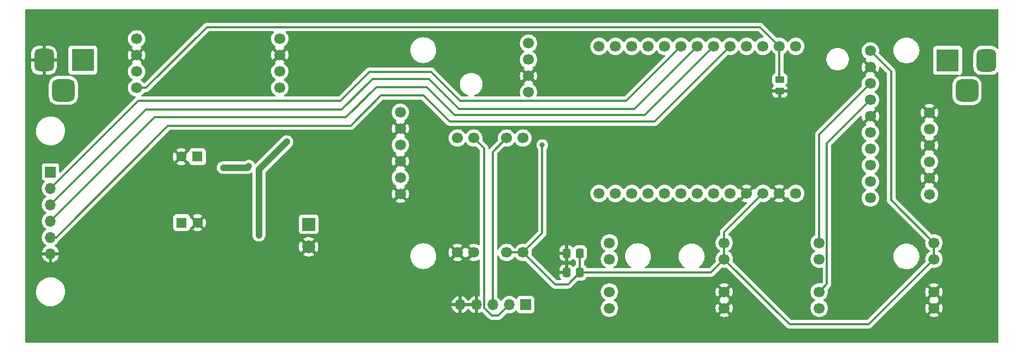
<source format=gbr>
%TF.GenerationSoftware,KiCad,Pcbnew,7.0.8-7.0.8~ubuntu20.04.1*%
%TF.CreationDate,2023-10-29T15:28:36+01:00*%
%TF.ProjectId,Hardware_2,48617264-7761-4726-955f-322e6b696361,rev?*%
%TF.SameCoordinates,Original*%
%TF.FileFunction,Copper,L1,Top*%
%TF.FilePolarity,Positive*%
%FSLAX46Y46*%
G04 Gerber Fmt 4.6, Leading zero omitted, Abs format (unit mm)*
G04 Created by KiCad (PCBNEW 7.0.8-7.0.8~ubuntu20.04.1) date 2023-10-29 15:28:36*
%MOMM*%
%LPD*%
G01*
G04 APERTURE LIST*
G04 Aperture macros list*
%AMRoundRect*
0 Rectangle with rounded corners*
0 $1 Rounding radius*
0 $2 $3 $4 $5 $6 $7 $8 $9 X,Y pos of 4 corners*
0 Add a 4 corners polygon primitive as box body*
4,1,4,$2,$3,$4,$5,$6,$7,$8,$9,$2,$3,0*
0 Add four circle primitives for the rounded corners*
1,1,$1+$1,$2,$3*
1,1,$1+$1,$4,$5*
1,1,$1+$1,$6,$7*
1,1,$1+$1,$8,$9*
0 Add four rect primitives between the rounded corners*
20,1,$1+$1,$2,$3,$4,$5,0*
20,1,$1+$1,$4,$5,$6,$7,0*
20,1,$1+$1,$6,$7,$8,$9,0*
20,1,$1+$1,$8,$9,$2,$3,0*%
G04 Aperture macros list end*
%TA.AperFunction,ComponentPad*%
%ADD10C,1.700000*%
%TD*%
%TA.AperFunction,SMDPad,CuDef*%
%ADD11RoundRect,0.250000X0.450000X-0.262500X0.450000X0.262500X-0.450000X0.262500X-0.450000X-0.262500X0*%
%TD*%
%TA.AperFunction,ComponentPad*%
%ADD12RoundRect,0.875000X-0.875000X-0.875000X0.875000X-0.875000X0.875000X0.875000X-0.875000X0.875000X0*%
%TD*%
%TA.AperFunction,ComponentPad*%
%ADD13RoundRect,0.750000X-0.750000X-1.000000X0.750000X-1.000000X0.750000X1.000000X-0.750000X1.000000X0*%
%TD*%
%TA.AperFunction,ComponentPad*%
%ADD14R,3.500000X3.500000*%
%TD*%
%TA.AperFunction,SMDPad,CuDef*%
%ADD15RoundRect,0.250000X-0.337500X-0.475000X0.337500X-0.475000X0.337500X0.475000X-0.337500X0.475000X0*%
%TD*%
%TA.AperFunction,ComponentPad*%
%ADD16R,1.700000X1.700000*%
%TD*%
%TA.AperFunction,ComponentPad*%
%ADD17O,1.700000X1.700000*%
%TD*%
%TA.AperFunction,ComponentPad*%
%ADD18RoundRect,0.750000X0.750000X1.000000X-0.750000X1.000000X-0.750000X-1.000000X0.750000X-1.000000X0*%
%TD*%
%TA.AperFunction,ComponentPad*%
%ADD19RoundRect,0.875000X0.875000X0.875000X-0.875000X0.875000X-0.875000X-0.875000X0.875000X-0.875000X0*%
%TD*%
%TA.AperFunction,ComponentPad*%
%ADD20R,1.600000X1.600000*%
%TD*%
%TA.AperFunction,ComponentPad*%
%ADD21C,1.600000*%
%TD*%
%TA.AperFunction,ComponentPad*%
%ADD22R,2.000000X2.000000*%
%TD*%
%TA.AperFunction,ComponentPad*%
%ADD23C,2.000000*%
%TD*%
%TA.AperFunction,ViaPad*%
%ADD24C,0.800000*%
%TD*%
%TA.AperFunction,Conductor*%
%ADD25C,0.300000*%
%TD*%
%TA.AperFunction,Conductor*%
%ADD26C,1.000000*%
%TD*%
G04 APERTURE END LIST*
D10*
%TO.P,AFE2,1,-OP2*%
%TO.N,GND*%
X123200000Y-46800000D03*
%TO.P,AFE2,2,+OP2*%
%TO.N,Net-(AFE2-+OP2)*%
X123200000Y-44260000D03*
%TO.P,AFE2,3,-OP1*%
%TO.N,GND*%
X123200000Y-41720000D03*
%TO.P,AFE2,4,+OP1*%
%TO.N,Net-(AFE2-+OP1)*%
X123200000Y-39180000D03*
%TO.P,AFE2,5,-VIN*%
%TO.N,GND*%
X123200000Y-36640000D03*
%TO.P,AFE2,6,+VIN*%
%TO.N,AFE-3.5V*%
X123200000Y-34100000D03*
%TD*%
%TO.P,U2,1,GND*%
%TO.N,GND*%
X132055000Y-55890000D03*
%TO.P,U2,2,GND*%
X134595000Y-55890000D03*
%TO.P,U2,3,3v3*%
%TO.N,+3V3*%
X139675000Y-55890000D03*
%TO.P,U2,4,3v3*%
X142215000Y-55890000D03*
%TO.P,U2,5,SCL*%
%TO.N,I2C_SCL*%
X142215000Y-38110000D03*
%TO.P,U2,6,SCL*%
X139675000Y-38110000D03*
%TO.P,U2,7,SDA*%
%TO.N,I2C_SDA*%
X134595000Y-38110000D03*
%TO.P,U2,8,SDA*%
X132055000Y-38110000D03*
%TD*%
%TO.P,U1,1,IO25*%
%TO.N,unconnected-(U1-IO25-Pad1)*%
X184480000Y-23840000D03*
%TO.P,U1,2,IO4*%
%TO.N,5V_en*%
X181940000Y-23840000D03*
%TO.P,U1,3,IO0*%
%TO.N,unconnected-(U1-IO0-Pad3)*%
X179400000Y-23840000D03*
%TO.P,U1,4,IO2*%
%TO.N,ADC_OPC-N3*%
X176860000Y-23840000D03*
%TO.P,U1,5,IO15*%
%TO.N,SPI_CS*%
X174320000Y-23840000D03*
%TO.P,U1,6,IO13*%
%TO.N,SPI_MOSI*%
X171780000Y-23840000D03*
%TO.P,U1,7,IO12*%
%TO.N,SPI_MISO*%
X169240000Y-23840000D03*
%TO.P,U1,8,IO14*%
%TO.N,SPI_CSK*%
X166700000Y-23840000D03*
%TO.P,U1,9,IO35*%
%TO.N,ADC_BATT*%
X164160000Y-23840000D03*
%TO.P,U1,10,IO34*%
%TO.N,ADC_AFE*%
X161620000Y-23840000D03*
%TO.P,U1,11,RST*%
%TO.N,RESET*%
X159080000Y-23840000D03*
%TO.P,U1,12,S_VN*%
%TO.N,UART_TX*%
X156540000Y-23840000D03*
%TO.P,U1,13,S_VP*%
%TO.N,UART_RX*%
X154000000Y-23840000D03*
%TO.P,U1,14,IO21*%
%TO.N,I2C_SDA*%
X154000000Y-46700000D03*
%TO.P,U1,15,TXD*%
%TO.N,UART_TXD*%
X156540000Y-46700000D03*
%TO.P,U1,16,RXD*%
%TO.N,UART_RXD*%
X159080000Y-46700000D03*
%TO.P,U1,17,IO22*%
%TO.N,I2C_SCL*%
X161620000Y-46700000D03*
%TO.P,U1,18,IO23*%
%TO.N,unconnected-(U1-IO23-Pad18)*%
X164160000Y-46700000D03*
%TO.P,U1,19,IO19*%
%TO.N,unconnected-(U1-IO19-Pad19)*%
X166700000Y-46700000D03*
%TO.P,U1,20,LoRa2*%
%TO.N,lora2*%
X169240000Y-46700000D03*
%TO.P,U1,21,LoRa1*%
%TO.N,lora1*%
X171780000Y-46700000D03*
%TO.P,U1,22,IO26*%
%TO.N,unconnected-(U1-IO26-Pad22)*%
X174320000Y-46700000D03*
%TO.P,U1,23,GND*%
%TO.N,GND*%
X176860000Y-46700000D03*
%TO.P,U1,24,3V3*%
%TO.N,+3V3*%
X179400000Y-46700000D03*
%TO.P,U1,25,GND*%
%TO.N,GND*%
X181940000Y-46700000D03*
%TO.P,U1,26,5V*%
%TO.N,+5C*%
X184480000Y-46700000D03*
%TD*%
%TO.P,AFE1,1,-OP2*%
%TO.N,GND*%
X205180000Y-34150000D03*
%TO.P,AFE1,2,+OP2*%
%TO.N,Net-(AFE1-+OP2)*%
X205180000Y-36690000D03*
%TO.P,AFE1,3,-OP1*%
%TO.N,GND*%
X205180000Y-39230000D03*
%TO.P,AFE1,4,+OP1*%
%TO.N,Net-(AFE1-+OP1)*%
X205180000Y-41770000D03*
%TO.P,AFE1,5,-VIN*%
%TO.N,GND*%
X205180000Y-44310000D03*
%TO.P,AFE1,6,+VIN*%
%TO.N,AFE-3.5V*%
X205180000Y-46850000D03*
%TD*%
%TO.P,U3,1,VCC*%
%TO.N,+3V3*%
X196040000Y-24570000D03*
%TO.P,U3,2,GND*%
%TO.N,GND*%
X196040000Y-27110000D03*
%TO.P,U3,3,SCL*%
%TO.N,I2C_SCL*%
X196040000Y-29650000D03*
%TO.P,U3,4,SDA*%
%TO.N,I2C_SDA*%
X196040000Y-32190000D03*
%TO.P,U3,5,ADDR*%
%TO.N,GND*%
X196040000Y-34730000D03*
%TO.P,U3,6,ALERT*%
%TO.N,unconnected-(U3-ALERT-Pad6)*%
X196040000Y-37270000D03*
%TO.P,U3,7,A0*%
%TO.N,Net-(AFE2-+OP1)*%
X196040000Y-39810000D03*
%TO.P,U3,8,A1*%
%TO.N,Net-(AFE2-+OP2)*%
X196040000Y-42350000D03*
%TO.P,U3,9,A2*%
%TO.N,Net-(AFE1-+OP1)*%
X196040000Y-44890000D03*
%TO.P,U3,10,A3*%
%TO.N,Net-(AFE1-+OP2)*%
X196040000Y-47430000D03*
%TD*%
%TO.P,U5,4,SDA*%
%TO.N,I2C_SDA*%
X143080000Y-23380000D03*
%TO.P,U5,3,SCL*%
%TO.N,I2C_SCL*%
X143080000Y-25920000D03*
%TO.P,U5,2,GND*%
%TO.N,GND*%
X143080000Y-28460000D03*
%TO.P,U5,1,VCC*%
%TO.N,+3V3*%
X143080000Y-31000000D03*
%TD*%
%TO.P,U6,1,EN*%
%TO.N,Net-(U6-EN)*%
X104510000Y-30283000D03*
%TO.P,U6,2,IN+*%
X104510000Y-27743000D03*
%TO.P,U6,3,GND*%
%TO.N,GND*%
X104510000Y-25203000D03*
%TO.P,U6,4,OUT+*%
%TO.N,Net-(D1-A)*%
X104510000Y-22663000D03*
%TD*%
%TO.P,U11,1,EN*%
%TO.N,5V_en*%
X82356000Y-30314000D03*
%TO.P,U11,2,IN+*%
%TO.N,Net-(JP13-B)*%
X82356000Y-27774000D03*
%TO.P,U11,3,GND*%
%TO.N,GND*%
X82356000Y-25234000D03*
%TO.P,U11,4,OUT+*%
%TO.N,Net-(JP12-A)*%
X82356000Y-22694000D03*
%TD*%
%TO.P,U12,1,GND*%
%TO.N,GND*%
X205890000Y-64545000D03*
%TO.P,U12,2,GND*%
X205890000Y-62005000D03*
%TO.P,U12,3,3v3*%
%TO.N,+3V3*%
X205890000Y-56925000D03*
%TO.P,U12,4,3v3*%
X205890000Y-54385000D03*
%TO.P,U12,5,SCL*%
%TO.N,I2C_SCL*%
X188110000Y-54385000D03*
%TO.P,U12,6,SCL*%
X188110000Y-56925000D03*
%TO.P,U12,7,SDA*%
%TO.N,I2C_SDA*%
X188110000Y-62005000D03*
%TO.P,U12,8,SDA*%
X188110000Y-64545000D03*
%TD*%
%TO.P,U10,1,GND*%
%TO.N,GND*%
X173390000Y-64545000D03*
%TO.P,U10,2,GND*%
X173390000Y-62005000D03*
%TO.P,U10,3,3v3*%
%TO.N,+3V3*%
X173390000Y-56925000D03*
%TO.P,U10,4,3v3*%
X173390000Y-54385000D03*
%TO.P,U10,5,SCL*%
%TO.N,I2C_SCL*%
X155610000Y-54385000D03*
%TO.P,U10,6,SCL*%
X155610000Y-56925000D03*
%TO.P,U10,7,SDA*%
%TO.N,I2C_SDA*%
X155610000Y-62005000D03*
%TO.P,U10,8,SDA*%
X155610000Y-64545000D03*
%TD*%
D11*
%TO.P,R2,1*%
%TO.N,GND*%
X182000000Y-30825000D03*
%TO.P,R2,2*%
%TO.N,5V_en*%
X182000000Y-29000000D03*
%TD*%
D12*
%TO.P,J4,3*%
%TO.N,unconnected-(J4-Pad3)*%
X71000000Y-30700000D03*
D13*
%TO.P,J4,2*%
%TO.N,GND*%
X68000000Y-26000000D03*
D14*
%TO.P,J4,1*%
%TO.N,Net-(D1-K)*%
X74000000Y-26000000D03*
%TD*%
D15*
%TO.P,C1,1*%
%TO.N,GND*%
X148962500Y-56000000D03*
%TO.P,C1,2*%
%TO.N,+3V3*%
X151037500Y-56000000D03*
%TD*%
%TO.P,C2,1*%
%TO.N,GND*%
X148962500Y-59000000D03*
%TO.P,C2,2*%
%TO.N,+3V3*%
X151037500Y-59000000D03*
%TD*%
D16*
%TO.P,J1,1,Pin_1*%
%TO.N,OPC-N3-5V*%
X142620000Y-64000000D03*
D17*
%TO.P,J1,2,Pin_2*%
%TO.N,I2C_SDA*%
X140080000Y-64000000D03*
%TO.P,J1,3,Pin_3*%
%TO.N,I2C_SCL*%
X137540000Y-64000000D03*
%TO.P,J1,4,Pin_4*%
%TO.N,GND*%
X135000000Y-64000000D03*
%TO.P,J1,5,Pin_5*%
X132460000Y-64000000D03*
%TD*%
D14*
%TO.P,J3,1*%
%TO.N,Net-(U6-EN)*%
X208000000Y-26042500D03*
D18*
%TO.P,J3,2*%
%TO.N,Net-(JP5-A)*%
X214000000Y-26042500D03*
D19*
%TO.P,J3,3*%
%TO.N,unconnected-(J3-Pad3)*%
X211000000Y-30742500D03*
%TD*%
D20*
%TO.P,C3,1*%
%TO.N,Net-(JP1-B)*%
X91755112Y-41000000D03*
D21*
%TO.P,C3,2*%
%TO.N,GND*%
X89255112Y-41000000D03*
%TD*%
D20*
%TO.P,C8,1*%
%TO.N,Net-(JP4-A)*%
X89300000Y-51250000D03*
D21*
%TO.P,C8,2*%
%TO.N,GND*%
X91800000Y-51250000D03*
%TD*%
D22*
%TO.P,C14,1*%
%TO.N,Net-(JP3-A)*%
X109000000Y-51500000D03*
D23*
%TO.P,C14,2*%
%TO.N,GND*%
X109000000Y-55000000D03*
%TD*%
D16*
%TO.P,J2,1,Pin_1*%
%TO.N,OPC-N3-5V*%
X69000000Y-43380000D03*
D17*
%TO.P,J2,2,Pin_2*%
%TO.N,SPI_CSK*%
X69000000Y-45920000D03*
%TO.P,J2,3,Pin_3*%
%TO.N,SPI_MISO*%
X69000000Y-48460000D03*
%TO.P,J2,4,Pin_4*%
%TO.N,SPI_MOSI*%
X69000000Y-51000000D03*
%TO.P,J2,5,Pin_5*%
%TO.N,SPI_CS*%
X69000000Y-53540000D03*
%TO.P,J2,6,Pin_6*%
%TO.N,GND*%
X69000000Y-56080000D03*
%TD*%
D24*
%TO.N,+3V3*%
X145200000Y-39200000D03*
%TO.N,GND*%
X81600000Y-43900000D03*
%TO.N,Net-(JP4-A)*%
X99700000Y-42500000D03*
X95800000Y-42700000D03*
%TO.N,GND*%
X92600000Y-61100000D03*
X90500000Y-60200000D03*
X97200000Y-57400000D03*
%TO.N,Net-(JP2-B)*%
X105600000Y-38700000D03*
X101300000Y-53200000D03*
%TD*%
D25*
%TO.N,+3V3*%
X142215000Y-55890000D02*
X147175000Y-60850000D01*
X147175000Y-60850000D02*
X149187500Y-60850000D01*
X149187500Y-60850000D02*
X151037500Y-59000000D01*
X196040000Y-24570000D02*
X199250000Y-27780000D01*
X199250000Y-27780000D02*
X199250000Y-47745000D01*
X199250000Y-47745000D02*
X205890000Y-54385000D01*
%TO.N,I2C_SDA*%
X134595000Y-38110000D02*
X136200000Y-39715000D01*
X136200000Y-39715000D02*
X136200000Y-64495410D01*
X136200000Y-64495410D02*
X137404590Y-65700000D01*
X137404590Y-65700000D02*
X138380000Y-65700000D01*
X138380000Y-65700000D02*
X140080000Y-64000000D01*
%TO.N,+3V3*%
X173390000Y-56925000D02*
X183515000Y-67050000D01*
X183515000Y-67050000D02*
X195765000Y-67050000D01*
X195765000Y-67050000D02*
X205890000Y-56925000D01*
%TO.N,5V_en*%
X82356000Y-30314000D02*
X83786000Y-30314000D01*
X83786000Y-30314000D02*
X93250000Y-20850000D01*
X93250000Y-20850000D02*
X178950000Y-20850000D01*
X178950000Y-20850000D02*
X181940000Y-23840000D01*
%TO.N,+3V3*%
X145200000Y-52905000D02*
X142215000Y-55890000D01*
X145200000Y-39200000D02*
X145200000Y-52905000D01*
D26*
%TO.N,Net-(JP4-A)*%
X99500000Y-42700000D02*
X99700000Y-42500000D01*
X95800000Y-42700000D02*
X99500000Y-42700000D01*
D25*
%TO.N,+3V3*%
X142215000Y-55890000D02*
X139675000Y-55890000D01*
X205890000Y-54385000D02*
X205890000Y-56925000D01*
X151037500Y-59000000D02*
X171315000Y-59000000D01*
X171315000Y-59000000D02*
X173390000Y-56925000D01*
X151037500Y-56000000D02*
X151037500Y-59000000D01*
X173390000Y-54385000D02*
X173390000Y-56925000D01*
X179400000Y-46700000D02*
X173390000Y-52710000D01*
X173390000Y-52710000D02*
X173390000Y-54385000D01*
%TO.N,5V_en*%
X181940000Y-23840000D02*
X181940000Y-28940000D01*
X181940000Y-28940000D02*
X182000000Y-29000000D01*
D26*
%TO.N,Net-(JP2-B)*%
X101300000Y-43000000D02*
X105600000Y-38700000D01*
X101300000Y-53200000D02*
X101300000Y-43000000D01*
D25*
%TO.N,I2C_SDA*%
X188110000Y-62005000D02*
X189310000Y-60805000D01*
X189310000Y-60805000D02*
X189310000Y-38920000D01*
X189310000Y-38920000D02*
X196040000Y-32190000D01*
%TO.N,I2C_SCL*%
X188110000Y-54385000D02*
X188110000Y-37580000D01*
X188110000Y-37580000D02*
X196040000Y-29650000D01*
X137540000Y-64000000D02*
X137540000Y-40245000D01*
X137540000Y-40245000D02*
X139675000Y-38110000D01*
%TO.N,SPI_MISO*%
X69000000Y-48460000D02*
X83760000Y-33700000D01*
X118900000Y-28900000D02*
X127600000Y-28900000D01*
X127600000Y-28900000D02*
X132300000Y-33600000D01*
X83760000Y-33700000D02*
X114100000Y-33700000D01*
X114100000Y-33700000D02*
X118900000Y-28900000D01*
X132300000Y-33600000D02*
X159480000Y-33600000D01*
X159480000Y-33600000D02*
X169240000Y-23840000D01*
%TO.N,SPI_MOSI*%
X69000000Y-51000000D02*
X85100000Y-34900000D01*
X85100000Y-34900000D02*
X114800000Y-34900000D01*
X127300000Y-30200000D02*
X131600000Y-34500000D01*
X114800000Y-34900000D02*
X119500000Y-30200000D01*
X119500000Y-30200000D02*
X127300000Y-30200000D01*
X131600000Y-34500000D02*
X161120000Y-34500000D01*
X161120000Y-34500000D02*
X171780000Y-23840000D01*
%TO.N,SPI_CS*%
X69000000Y-53540000D02*
X69860000Y-53540000D01*
X115500000Y-36200000D02*
X120200000Y-31500000D01*
X126800000Y-31500000D02*
X130850000Y-35550000D01*
X69860000Y-53540000D02*
X87200000Y-36200000D01*
X87200000Y-36200000D02*
X115500000Y-36200000D01*
X120200000Y-31500000D02*
X126800000Y-31500000D01*
X130850000Y-35550000D02*
X162610000Y-35550000D01*
X162610000Y-35550000D02*
X174320000Y-23840000D01*
%TO.N,SPI_CSK*%
X69000000Y-45920000D02*
X82620000Y-32300000D01*
X128000000Y-27800000D02*
X132500000Y-32300000D01*
X82620000Y-32300000D02*
X113900000Y-32300000D01*
X113900000Y-32300000D02*
X118400000Y-27800000D01*
X118400000Y-27800000D02*
X128000000Y-27800000D01*
X132500000Y-32300000D02*
X158240000Y-32300000D01*
X158240000Y-32300000D02*
X166700000Y-23840000D01*
%TD*%
%TA.AperFunction,Conductor*%
%TO.N,GND*%
G36*
X134540507Y-63790156D02*
G01*
X134500000Y-63928111D01*
X134500000Y-64071889D01*
X134540507Y-64209844D01*
X134566314Y-64250000D01*
X132893686Y-64250000D01*
X132919493Y-64209844D01*
X132960000Y-64071889D01*
X132960000Y-63928111D01*
X132919493Y-63790156D01*
X132893686Y-63750000D01*
X134566314Y-63750000D01*
X134540507Y-63790156D01*
G37*
%TD.AperFunction*%
%TA.AperFunction,Conductor*%
G36*
X103530280Y-21520185D02*
G01*
X103576035Y-21572989D01*
X103585979Y-21642147D01*
X103556954Y-21705703D01*
X103550922Y-21712181D01*
X103471505Y-21791597D01*
X103335965Y-21985169D01*
X103335964Y-21985171D01*
X103236098Y-22199335D01*
X103236094Y-22199344D01*
X103174938Y-22427586D01*
X103174936Y-22427596D01*
X103154341Y-22662999D01*
X103154341Y-22663000D01*
X103174936Y-22898403D01*
X103174938Y-22898413D01*
X103236094Y-23126655D01*
X103236096Y-23126659D01*
X103236097Y-23126663D01*
X103269261Y-23197783D01*
X103335965Y-23340830D01*
X103335967Y-23340834D01*
X103386982Y-23413690D01*
X103471505Y-23534401D01*
X103638599Y-23701495D01*
X103824594Y-23831730D01*
X103868218Y-23886307D01*
X103875411Y-23955806D01*
X103843889Y-24018160D01*
X103824593Y-24034880D01*
X103748626Y-24088072D01*
X103748625Y-24088072D01*
X104377466Y-24716913D01*
X104367685Y-24718320D01*
X104236900Y-24778048D01*
X104128239Y-24872202D01*
X104050507Y-24993156D01*
X104026923Y-25073476D01*
X103395072Y-24441625D01*
X103336401Y-24525419D01*
X103236570Y-24739507D01*
X103236566Y-24739516D01*
X103175432Y-24967673D01*
X103175430Y-24967684D01*
X103154843Y-25202994D01*
X103154843Y-25203001D01*
X103175430Y-25438315D01*
X103175432Y-25438326D01*
X103236566Y-25666483D01*
X103236570Y-25666492D01*
X103336400Y-25880579D01*
X103336402Y-25880583D01*
X103395072Y-25964373D01*
X103395073Y-25964373D01*
X104026923Y-25332523D01*
X104050507Y-25412844D01*
X104128239Y-25533798D01*
X104236900Y-25627952D01*
X104367685Y-25687680D01*
X104377466Y-25689086D01*
X103748625Y-26317925D01*
X103824594Y-26371119D01*
X103868219Y-26425696D01*
X103875413Y-26495194D01*
X103843890Y-26557549D01*
X103824595Y-26574269D01*
X103638594Y-26704508D01*
X103471505Y-26871597D01*
X103335965Y-27065169D01*
X103335964Y-27065171D01*
X103236098Y-27279335D01*
X103236094Y-27279344D01*
X103174938Y-27507586D01*
X103174936Y-27507596D01*
X103154341Y-27742999D01*
X103154341Y-27743000D01*
X103174936Y-27978403D01*
X103174938Y-27978413D01*
X103236094Y-28206655D01*
X103236096Y-28206659D01*
X103236097Y-28206663D01*
X103307131Y-28358996D01*
X103335965Y-28420830D01*
X103335967Y-28420834D01*
X103471501Y-28614395D01*
X103471506Y-28614402D01*
X103638597Y-28781493D01*
X103638603Y-28781498D01*
X103824158Y-28911425D01*
X103867783Y-28966002D01*
X103874977Y-29035500D01*
X103843454Y-29097855D01*
X103824158Y-29114575D01*
X103638597Y-29244505D01*
X103471505Y-29411597D01*
X103335965Y-29605169D01*
X103335964Y-29605171D01*
X103236098Y-29819335D01*
X103236094Y-29819344D01*
X103174938Y-30047586D01*
X103174936Y-30047596D01*
X103154341Y-30282999D01*
X103154341Y-30283000D01*
X103174936Y-30518403D01*
X103174938Y-30518413D01*
X103236094Y-30746655D01*
X103236096Y-30746659D01*
X103236097Y-30746663D01*
X103322142Y-30931187D01*
X103335965Y-30960830D01*
X103335967Y-30960834D01*
X103406607Y-31061717D01*
X103469474Y-31151501D01*
X103471501Y-31154395D01*
X103471506Y-31154402D01*
X103638597Y-31321493D01*
X103638603Y-31321498D01*
X103784884Y-31423925D01*
X103828509Y-31478502D01*
X103835703Y-31548000D01*
X103804180Y-31610355D01*
X103743950Y-31645769D01*
X103713761Y-31649500D01*
X83196512Y-31649500D01*
X83129473Y-31629815D01*
X83083718Y-31577011D01*
X83073774Y-31507853D01*
X83102799Y-31444297D01*
X83125389Y-31423925D01*
X83150104Y-31406619D01*
X83227401Y-31352495D01*
X83394495Y-31185401D01*
X83508884Y-31022037D01*
X83512147Y-31017377D01*
X83566724Y-30973752D01*
X83613722Y-30964500D01*
X83700495Y-30964500D01*
X83716505Y-30966267D01*
X83716528Y-30966026D01*
X83724289Y-30966758D01*
X83724296Y-30966760D01*
X83796203Y-30964500D01*
X83826925Y-30964500D01*
X83834190Y-30963581D01*
X83840016Y-30963122D01*
X83888569Y-30961597D01*
X83908956Y-30955673D01*
X83927996Y-30951731D01*
X83949058Y-30949071D01*
X83994235Y-30931183D01*
X83999735Y-30929300D01*
X84046398Y-30915744D01*
X84064665Y-30904939D01*
X84082136Y-30896380D01*
X84101871Y-30888568D01*
X84141177Y-30860010D01*
X84146043Y-30856813D01*
X84187865Y-30832081D01*
X84202870Y-30817075D01*
X84217668Y-30804436D01*
X84234837Y-30791963D01*
X84265809Y-30754522D01*
X84269713Y-30750231D01*
X93483127Y-21536819D01*
X93544450Y-21503334D01*
X93570808Y-21500500D01*
X103463241Y-21500500D01*
X103530280Y-21520185D01*
G37*
%TD.AperFunction*%
%TA.AperFunction,Conductor*%
G36*
X178696231Y-21520185D02*
G01*
X178716873Y-21536819D01*
X179455091Y-22275037D01*
X179488576Y-22336360D01*
X179483592Y-22406052D01*
X179441720Y-22461985D01*
X179378218Y-22486246D01*
X179164596Y-22504936D01*
X179164586Y-22504938D01*
X178936344Y-22566094D01*
X178936335Y-22566098D01*
X178722171Y-22665964D01*
X178722169Y-22665965D01*
X178528597Y-22801505D01*
X178361505Y-22968597D01*
X178231575Y-23154158D01*
X178176998Y-23197783D01*
X178107500Y-23204977D01*
X178045145Y-23173454D01*
X178028425Y-23154158D01*
X177898494Y-22968597D01*
X177731402Y-22801506D01*
X177731395Y-22801501D01*
X177537834Y-22665967D01*
X177537830Y-22665965D01*
X177447049Y-22623633D01*
X177323663Y-22566097D01*
X177323659Y-22566096D01*
X177323655Y-22566094D01*
X177095413Y-22504938D01*
X177095403Y-22504936D01*
X176860001Y-22484341D01*
X176859999Y-22484341D01*
X176624596Y-22504936D01*
X176624586Y-22504938D01*
X176396344Y-22566094D01*
X176396335Y-22566098D01*
X176182171Y-22665964D01*
X176182169Y-22665965D01*
X175988597Y-22801505D01*
X175821505Y-22968597D01*
X175691575Y-23154158D01*
X175636998Y-23197783D01*
X175567500Y-23204977D01*
X175505145Y-23173454D01*
X175488425Y-23154158D01*
X175358494Y-22968597D01*
X175191402Y-22801506D01*
X175191395Y-22801501D01*
X174997834Y-22665967D01*
X174997830Y-22665965D01*
X174907049Y-22623633D01*
X174783663Y-22566097D01*
X174783659Y-22566096D01*
X174783655Y-22566094D01*
X174555413Y-22504938D01*
X174555403Y-22504936D01*
X174320001Y-22484341D01*
X174319999Y-22484341D01*
X174084596Y-22504936D01*
X174084586Y-22504938D01*
X173856344Y-22566094D01*
X173856335Y-22566098D01*
X173642171Y-22665964D01*
X173642169Y-22665965D01*
X173448597Y-22801505D01*
X173281505Y-22968597D01*
X173151575Y-23154158D01*
X173096998Y-23197783D01*
X173027500Y-23204977D01*
X172965145Y-23173454D01*
X172948425Y-23154158D01*
X172818494Y-22968597D01*
X172651402Y-22801506D01*
X172651395Y-22801501D01*
X172457834Y-22665967D01*
X172457830Y-22665965D01*
X172367049Y-22623633D01*
X172243663Y-22566097D01*
X172243659Y-22566096D01*
X172243655Y-22566094D01*
X172015413Y-22504938D01*
X172015403Y-22504936D01*
X171780001Y-22484341D01*
X171779999Y-22484341D01*
X171544596Y-22504936D01*
X171544586Y-22504938D01*
X171316344Y-22566094D01*
X171316335Y-22566098D01*
X171102171Y-22665964D01*
X171102169Y-22665965D01*
X170908597Y-22801505D01*
X170741505Y-22968597D01*
X170611575Y-23154158D01*
X170556998Y-23197783D01*
X170487500Y-23204977D01*
X170425145Y-23173454D01*
X170408425Y-23154158D01*
X170278494Y-22968597D01*
X170111402Y-22801506D01*
X170111395Y-22801501D01*
X169917834Y-22665967D01*
X169917830Y-22665965D01*
X169827049Y-22623633D01*
X169703663Y-22566097D01*
X169703659Y-22566096D01*
X169703655Y-22566094D01*
X169475413Y-22504938D01*
X169475403Y-22504936D01*
X169240001Y-22484341D01*
X169239999Y-22484341D01*
X169004596Y-22504936D01*
X169004586Y-22504938D01*
X168776344Y-22566094D01*
X168776335Y-22566098D01*
X168562171Y-22665964D01*
X168562169Y-22665965D01*
X168368597Y-22801505D01*
X168201505Y-22968597D01*
X168071575Y-23154158D01*
X168016998Y-23197783D01*
X167947500Y-23204977D01*
X167885145Y-23173454D01*
X167868425Y-23154158D01*
X167738494Y-22968597D01*
X167571402Y-22801506D01*
X167571395Y-22801501D01*
X167377834Y-22665967D01*
X167377830Y-22665965D01*
X167287049Y-22623633D01*
X167163663Y-22566097D01*
X167163659Y-22566096D01*
X167163655Y-22566094D01*
X166935413Y-22504938D01*
X166935403Y-22504936D01*
X166700001Y-22484341D01*
X166699999Y-22484341D01*
X166464596Y-22504936D01*
X166464586Y-22504938D01*
X166236344Y-22566094D01*
X166236335Y-22566098D01*
X166022171Y-22665964D01*
X166022169Y-22665965D01*
X165828597Y-22801505D01*
X165661505Y-22968597D01*
X165531575Y-23154158D01*
X165476998Y-23197783D01*
X165407500Y-23204977D01*
X165345145Y-23173454D01*
X165328425Y-23154158D01*
X165198494Y-22968597D01*
X165031402Y-22801506D01*
X165031395Y-22801501D01*
X164837834Y-22665967D01*
X164837830Y-22665965D01*
X164747049Y-22623633D01*
X164623663Y-22566097D01*
X164623659Y-22566096D01*
X164623655Y-22566094D01*
X164395413Y-22504938D01*
X164395403Y-22504936D01*
X164160001Y-22484341D01*
X164159999Y-22484341D01*
X163924596Y-22504936D01*
X163924586Y-22504938D01*
X163696344Y-22566094D01*
X163696335Y-22566098D01*
X163482171Y-22665964D01*
X163482169Y-22665965D01*
X163288597Y-22801505D01*
X163121505Y-22968597D01*
X162991575Y-23154158D01*
X162936998Y-23197783D01*
X162867500Y-23204977D01*
X162805145Y-23173454D01*
X162788425Y-23154158D01*
X162658494Y-22968597D01*
X162491402Y-22801506D01*
X162491395Y-22801501D01*
X162297834Y-22665967D01*
X162297830Y-22665965D01*
X162207049Y-22623633D01*
X162083663Y-22566097D01*
X162083659Y-22566096D01*
X162083655Y-22566094D01*
X161855413Y-22504938D01*
X161855403Y-22504936D01*
X161620001Y-22484341D01*
X161619999Y-22484341D01*
X161384596Y-22504936D01*
X161384586Y-22504938D01*
X161156344Y-22566094D01*
X161156335Y-22566098D01*
X160942171Y-22665964D01*
X160942169Y-22665965D01*
X160748597Y-22801505D01*
X160581505Y-22968597D01*
X160451575Y-23154158D01*
X160396998Y-23197783D01*
X160327500Y-23204977D01*
X160265145Y-23173454D01*
X160248425Y-23154158D01*
X160118494Y-22968597D01*
X159951402Y-22801506D01*
X159951395Y-22801501D01*
X159757834Y-22665967D01*
X159757830Y-22665965D01*
X159667049Y-22623633D01*
X159543663Y-22566097D01*
X159543659Y-22566096D01*
X159543655Y-22566094D01*
X159315413Y-22504938D01*
X159315403Y-22504936D01*
X159080001Y-22484341D01*
X159079999Y-22484341D01*
X158844596Y-22504936D01*
X158844586Y-22504938D01*
X158616344Y-22566094D01*
X158616335Y-22566098D01*
X158402171Y-22665964D01*
X158402169Y-22665965D01*
X158208597Y-22801505D01*
X158041505Y-22968597D01*
X157911575Y-23154158D01*
X157856998Y-23197783D01*
X157787500Y-23204977D01*
X157725145Y-23173454D01*
X157708425Y-23154158D01*
X157578494Y-22968597D01*
X157411402Y-22801506D01*
X157411395Y-22801501D01*
X157217834Y-22665967D01*
X157217830Y-22665965D01*
X157127049Y-22623633D01*
X157003663Y-22566097D01*
X157003659Y-22566096D01*
X157003655Y-22566094D01*
X156775413Y-22504938D01*
X156775403Y-22504936D01*
X156540001Y-22484341D01*
X156539999Y-22484341D01*
X156304596Y-22504936D01*
X156304586Y-22504938D01*
X156076344Y-22566094D01*
X156076335Y-22566098D01*
X155862171Y-22665964D01*
X155862169Y-22665965D01*
X155668597Y-22801505D01*
X155501505Y-22968597D01*
X155371575Y-23154158D01*
X155316998Y-23197783D01*
X155247500Y-23204977D01*
X155185145Y-23173454D01*
X155168425Y-23154158D01*
X155038494Y-22968597D01*
X154871402Y-22801506D01*
X154871395Y-22801501D01*
X154677834Y-22665967D01*
X154677830Y-22665965D01*
X154587049Y-22623633D01*
X154463663Y-22566097D01*
X154463659Y-22566096D01*
X154463655Y-22566094D01*
X154235413Y-22504938D01*
X154235403Y-22504936D01*
X154000001Y-22484341D01*
X153999999Y-22484341D01*
X153764596Y-22504936D01*
X153764586Y-22504938D01*
X153536344Y-22566094D01*
X153536335Y-22566098D01*
X153322171Y-22665964D01*
X153322169Y-22665965D01*
X153128597Y-22801505D01*
X152961505Y-22968597D01*
X152825965Y-23162169D01*
X152825964Y-23162171D01*
X152726098Y-23376335D01*
X152726094Y-23376344D01*
X152664938Y-23604586D01*
X152664936Y-23604596D01*
X152644341Y-23839999D01*
X152644341Y-23840000D01*
X152664936Y-24075403D01*
X152664938Y-24075413D01*
X152726094Y-24303655D01*
X152726096Y-24303659D01*
X152726097Y-24303663D01*
X152793402Y-24447998D01*
X152825965Y-24517830D01*
X152825967Y-24517834D01*
X152934266Y-24672500D01*
X152961505Y-24711401D01*
X153128599Y-24878495D01*
X153210448Y-24935806D01*
X153322165Y-25014032D01*
X153322167Y-25014033D01*
X153322170Y-25014035D01*
X153536337Y-25113903D01*
X153764592Y-25175063D01*
X153952918Y-25191539D01*
X153999999Y-25195659D01*
X154000000Y-25195659D01*
X154000001Y-25195659D01*
X154039234Y-25192226D01*
X154235408Y-25175063D01*
X154463663Y-25113903D01*
X154677830Y-25014035D01*
X154871401Y-24878495D01*
X155038495Y-24711401D01*
X155168425Y-24525842D01*
X155223002Y-24482217D01*
X155292500Y-24475023D01*
X155354855Y-24506546D01*
X155371575Y-24525842D01*
X155501500Y-24711395D01*
X155501505Y-24711401D01*
X155668599Y-24878495D01*
X155750448Y-24935806D01*
X155862165Y-25014032D01*
X155862167Y-25014033D01*
X155862170Y-25014035D01*
X156076337Y-25113903D01*
X156304592Y-25175063D01*
X156492918Y-25191539D01*
X156539999Y-25195659D01*
X156540000Y-25195659D01*
X156540001Y-25195659D01*
X156579234Y-25192226D01*
X156775408Y-25175063D01*
X157003663Y-25113903D01*
X157217830Y-25014035D01*
X157411401Y-24878495D01*
X157578495Y-24711401D01*
X157708425Y-24525842D01*
X157763002Y-24482217D01*
X157832500Y-24475023D01*
X157894855Y-24506546D01*
X157911575Y-24525842D01*
X158041500Y-24711395D01*
X158041505Y-24711401D01*
X158208599Y-24878495D01*
X158290448Y-24935806D01*
X158402165Y-25014032D01*
X158402167Y-25014033D01*
X158402170Y-25014035D01*
X158616337Y-25113903D01*
X158844592Y-25175063D01*
X159032918Y-25191539D01*
X159079999Y-25195659D01*
X159080000Y-25195659D01*
X159080001Y-25195659D01*
X159119234Y-25192226D01*
X159315408Y-25175063D01*
X159543663Y-25113903D01*
X159757830Y-25014035D01*
X159951401Y-24878495D01*
X160118495Y-24711401D01*
X160248425Y-24525842D01*
X160303002Y-24482217D01*
X160372500Y-24475023D01*
X160434855Y-24506546D01*
X160451575Y-24525842D01*
X160581500Y-24711395D01*
X160581505Y-24711401D01*
X160748599Y-24878495D01*
X160830448Y-24935806D01*
X160942165Y-25014032D01*
X160942167Y-25014033D01*
X160942170Y-25014035D01*
X161156337Y-25113903D01*
X161384592Y-25175063D01*
X161572918Y-25191539D01*
X161619999Y-25195659D01*
X161620000Y-25195659D01*
X161620001Y-25195659D01*
X161659234Y-25192226D01*
X161855408Y-25175063D01*
X162083663Y-25113903D01*
X162297830Y-25014035D01*
X162491401Y-24878495D01*
X162658495Y-24711401D01*
X162788425Y-24525842D01*
X162843002Y-24482217D01*
X162912500Y-24475023D01*
X162974855Y-24506546D01*
X162991575Y-24525842D01*
X163121500Y-24711395D01*
X163121505Y-24711401D01*
X163288599Y-24878495D01*
X163370448Y-24935806D01*
X163482165Y-25014032D01*
X163482167Y-25014033D01*
X163482170Y-25014035D01*
X163696337Y-25113903D01*
X163924592Y-25175063D01*
X164138217Y-25193753D01*
X164203285Y-25219206D01*
X164244264Y-25275796D01*
X164248142Y-25345558D01*
X164215090Y-25404962D01*
X158006873Y-31613181D01*
X157945550Y-31646666D01*
X157919192Y-31649500D01*
X144461887Y-31649500D01*
X144394848Y-31629815D01*
X144349093Y-31577011D01*
X144339149Y-31507853D01*
X144349504Y-31473098D01*
X144353900Y-31463670D01*
X144353900Y-31463668D01*
X144353903Y-31463663D01*
X144415063Y-31235408D01*
X144435659Y-31000000D01*
X144415063Y-30764592D01*
X144353903Y-30536337D01*
X144254035Y-30322171D01*
X144226608Y-30283000D01*
X144118494Y-30128597D01*
X143951402Y-29961506D01*
X143951401Y-29961505D01*
X143765405Y-29831269D01*
X143721781Y-29776692D01*
X143714588Y-29707193D01*
X143746110Y-29644839D01*
X143765405Y-29628119D01*
X143841373Y-29574925D01*
X143212533Y-28946086D01*
X143222315Y-28944680D01*
X143353100Y-28884952D01*
X143461761Y-28790798D01*
X143539493Y-28669844D01*
X143563076Y-28589524D01*
X144194925Y-29221373D01*
X144194926Y-29221373D01*
X144253598Y-29137582D01*
X144253600Y-29137578D01*
X144353429Y-28923492D01*
X144353433Y-28923483D01*
X144414567Y-28695326D01*
X144414569Y-28695315D01*
X144435157Y-28460001D01*
X144435157Y-28459998D01*
X144414569Y-28224684D01*
X144414567Y-28224673D01*
X144353433Y-27996516D01*
X144353429Y-27996507D01*
X144253600Y-27782423D01*
X144253599Y-27782421D01*
X144194925Y-27698626D01*
X144194925Y-27698625D01*
X143563076Y-28330475D01*
X143539493Y-28250156D01*
X143461761Y-28129202D01*
X143353100Y-28035048D01*
X143222315Y-27975320D01*
X143212533Y-27973913D01*
X143841373Y-27345073D01*
X143841373Y-27345072D01*
X143765405Y-27291880D01*
X143721780Y-27237304D01*
X143714586Y-27167805D01*
X143746108Y-27105451D01*
X143765399Y-27088734D01*
X143951401Y-26958495D01*
X144118495Y-26791401D01*
X144254035Y-26597830D01*
X144353903Y-26383663D01*
X144415063Y-26155408D01*
X144435659Y-25920000D01*
X144415063Y-25684592D01*
X144353903Y-25456337D01*
X144254035Y-25242171D01*
X144248315Y-25234001D01*
X144118494Y-25048597D01*
X143951402Y-24881506D01*
X143951396Y-24881501D01*
X143765842Y-24751575D01*
X143722217Y-24696998D01*
X143715023Y-24627500D01*
X143746546Y-24565145D01*
X143765842Y-24548425D01*
X143837859Y-24497998D01*
X143951401Y-24418495D01*
X144118495Y-24251401D01*
X144254035Y-24057830D01*
X144353903Y-23843663D01*
X144415063Y-23615408D01*
X144435659Y-23380000D01*
X144415063Y-23144592D01*
X144353903Y-22916337D01*
X144254035Y-22702171D01*
X144228684Y-22665965D01*
X144118494Y-22508597D01*
X143951402Y-22341506D01*
X143951395Y-22341501D01*
X143757834Y-22205967D01*
X143757830Y-22205965D01*
X143743612Y-22199335D01*
X143543663Y-22106097D01*
X143543659Y-22106096D01*
X143543655Y-22106094D01*
X143315413Y-22044938D01*
X143315403Y-22044936D01*
X143080001Y-22024341D01*
X143079999Y-22024341D01*
X142844596Y-22044936D01*
X142844586Y-22044938D01*
X142616344Y-22106094D01*
X142616335Y-22106098D01*
X142402171Y-22205964D01*
X142402169Y-22205965D01*
X142208597Y-22341505D01*
X142041505Y-22508597D01*
X141905965Y-22702169D01*
X141905964Y-22702171D01*
X141806098Y-22916335D01*
X141806094Y-22916344D01*
X141744938Y-23144586D01*
X141744936Y-23144596D01*
X141724341Y-23379999D01*
X141724341Y-23380000D01*
X141744936Y-23615403D01*
X141744938Y-23615413D01*
X141806094Y-23843655D01*
X141806096Y-23843659D01*
X141806097Y-23843663D01*
X141884270Y-24011304D01*
X141905965Y-24057830D01*
X141905967Y-24057834D01*
X142014158Y-24212346D01*
X142036767Y-24244635D01*
X142041501Y-24251395D01*
X142041506Y-24251402D01*
X142208597Y-24418493D01*
X142208603Y-24418498D01*
X142394158Y-24548425D01*
X142437783Y-24603002D01*
X142444977Y-24672500D01*
X142413454Y-24734855D01*
X142394158Y-24751575D01*
X142208597Y-24881505D01*
X142041505Y-25048597D01*
X141905965Y-25242169D01*
X141905964Y-25242171D01*
X141806098Y-25456335D01*
X141806094Y-25456344D01*
X141744938Y-25684586D01*
X141744936Y-25684596D01*
X141724341Y-25919999D01*
X141724341Y-25920000D01*
X141744936Y-26155403D01*
X141744938Y-26155413D01*
X141806094Y-26383655D01*
X141806096Y-26383659D01*
X141806097Y-26383663D01*
X141883984Y-26550692D01*
X141905965Y-26597830D01*
X141905967Y-26597834D01*
X141980660Y-26704506D01*
X142041505Y-26791401D01*
X142208599Y-26958495D01*
X142394594Y-27088730D01*
X142438218Y-27143307D01*
X142445411Y-27212806D01*
X142413889Y-27275160D01*
X142394593Y-27291880D01*
X142318626Y-27345072D01*
X142318625Y-27345072D01*
X142947466Y-27973913D01*
X142937685Y-27975320D01*
X142806900Y-28035048D01*
X142698239Y-28129202D01*
X142620507Y-28250156D01*
X142596923Y-28330475D01*
X141965073Y-27698625D01*
X141965072Y-27698625D01*
X141906401Y-27782419D01*
X141806570Y-27996507D01*
X141806566Y-27996516D01*
X141745432Y-28224673D01*
X141745430Y-28224684D01*
X141724843Y-28459998D01*
X141724843Y-28460001D01*
X141745430Y-28695315D01*
X141745432Y-28695326D01*
X141806566Y-28923483D01*
X141806570Y-28923492D01*
X141906400Y-29137579D01*
X141906402Y-29137583D01*
X141965072Y-29221373D01*
X141965073Y-29221373D01*
X142596923Y-28589523D01*
X142620507Y-28669844D01*
X142698239Y-28790798D01*
X142806900Y-28884952D01*
X142937685Y-28944680D01*
X142947466Y-28946086D01*
X142318625Y-29574925D01*
X142394594Y-29628119D01*
X142438219Y-29682696D01*
X142445413Y-29752194D01*
X142413890Y-29814549D01*
X142394595Y-29831269D01*
X142208594Y-29961508D01*
X142041505Y-30128597D01*
X141905965Y-30322169D01*
X141905964Y-30322171D01*
X141806098Y-30536335D01*
X141806094Y-30536344D01*
X141744938Y-30764586D01*
X141744936Y-30764596D01*
X141724341Y-30999999D01*
X141724341Y-31000000D01*
X141744936Y-31235403D01*
X141744938Y-31235413D01*
X141806094Y-31463655D01*
X141806099Y-31463670D01*
X141810496Y-31473098D01*
X141820987Y-31542175D01*
X141792465Y-31605959D01*
X141733988Y-31644197D01*
X141698113Y-31649500D01*
X134745297Y-31649500D01*
X134678258Y-31629815D01*
X134632503Y-31577011D01*
X134622559Y-31507853D01*
X134651584Y-31444297D01*
X134703590Y-31410371D01*
X134703097Y-31409115D01*
X134709457Y-31406619D01*
X134951643Y-31311568D01*
X135178857Y-31180386D01*
X135383981Y-31016805D01*
X135384761Y-31015965D01*
X135443226Y-30952954D01*
X135562433Y-30824479D01*
X135710228Y-30607704D01*
X135824063Y-30371323D01*
X135901396Y-30120615D01*
X135940500Y-29861182D01*
X135940500Y-29598818D01*
X135901396Y-29339385D01*
X135824063Y-29088677D01*
X135779915Y-28997002D01*
X135710232Y-28852303D01*
X135710231Y-28852302D01*
X135710230Y-28852301D01*
X135710228Y-28852296D01*
X135562433Y-28635521D01*
X135549818Y-28621925D01*
X135383985Y-28443198D01*
X135299843Y-28376097D01*
X135178857Y-28279614D01*
X134951643Y-28148432D01*
X134707416Y-28052580D01*
X134707411Y-28052578D01*
X134707402Y-28052576D01*
X134466101Y-27997501D01*
X134451630Y-27994198D01*
X134451629Y-27994197D01*
X134451625Y-27994197D01*
X134451620Y-27994196D01*
X134255500Y-27979500D01*
X134255494Y-27979500D01*
X134124506Y-27979500D01*
X134124500Y-27979500D01*
X133928379Y-27994196D01*
X133928374Y-27994197D01*
X133672597Y-28052576D01*
X133672578Y-28052582D01*
X133428356Y-28148432D01*
X133201143Y-28279614D01*
X132996014Y-28443198D01*
X132817567Y-28635520D01*
X132669768Y-28852302D01*
X132669767Y-28852303D01*
X132555938Y-29088673D01*
X132478606Y-29339376D01*
X132478605Y-29339381D01*
X132478604Y-29339385D01*
X132467720Y-29411597D01*
X132439500Y-29598812D01*
X132439500Y-29861187D01*
X132454622Y-29961506D01*
X132478604Y-30120615D01*
X132478605Y-30120617D01*
X132478606Y-30120623D01*
X132555938Y-30371326D01*
X132669767Y-30607696D01*
X132669768Y-30607697D01*
X132669770Y-30607700D01*
X132669772Y-30607704D01*
X132785643Y-30777655D01*
X132817567Y-30824479D01*
X132996014Y-31016801D01*
X132996018Y-31016804D01*
X132996019Y-31016805D01*
X133201143Y-31180386D01*
X133428357Y-31311568D01*
X133670543Y-31406619D01*
X133676903Y-31409115D01*
X133676394Y-31410411D01*
X133729515Y-31445584D01*
X133757670Y-31509530D01*
X133746784Y-31578546D01*
X133700313Y-31630721D01*
X133634703Y-31649500D01*
X132820808Y-31649500D01*
X132753769Y-31629815D01*
X132733127Y-31613181D01*
X128520434Y-27400488D01*
X128510361Y-27387914D01*
X128510174Y-27388070D01*
X128505201Y-27382059D01*
X128452756Y-27332810D01*
X128431035Y-27311089D01*
X128425240Y-27306594D01*
X128420798Y-27302799D01*
X128385396Y-27269554D01*
X128385388Y-27269548D01*
X128366792Y-27259325D01*
X128350531Y-27248644D01*
X128333763Y-27235637D01*
X128310180Y-27225432D01*
X128289178Y-27216343D01*
X128283956Y-27213786D01*
X128241368Y-27190373D01*
X128241365Y-27190372D01*
X128220801Y-27185092D01*
X128202396Y-27178790D01*
X128182927Y-27170365D01*
X128182921Y-27170363D01*
X128134951Y-27162766D01*
X128129236Y-27161582D01*
X128112772Y-27157355D01*
X128082180Y-27149500D01*
X128082177Y-27149500D01*
X128060955Y-27149500D01*
X128041555Y-27147973D01*
X128020596Y-27144653D01*
X128020595Y-27144653D01*
X127996786Y-27146903D01*
X127972230Y-27149225D01*
X127966392Y-27149500D01*
X118485505Y-27149500D01*
X118469494Y-27147732D01*
X118469472Y-27147974D01*
X118461705Y-27147240D01*
X118461704Y-27147240D01*
X118389797Y-27149500D01*
X118359075Y-27149500D01*
X118359071Y-27149500D01*
X118359061Y-27149501D01*
X118351793Y-27150419D01*
X118345976Y-27150876D01*
X118297436Y-27152402D01*
X118297425Y-27152404D01*
X118277049Y-27158323D01*
X118258008Y-27162266D01*
X118236953Y-27164926D01*
X118236937Y-27164930D01*
X118191771Y-27182812D01*
X118186244Y-27184704D01*
X118139599Y-27198256D01*
X118121327Y-27209062D01*
X118103861Y-27217619D01*
X118084128Y-27225432D01*
X118044830Y-27253983D01*
X118039953Y-27257186D01*
X118026281Y-27265272D01*
X117998132Y-27281920D01*
X117983126Y-27296926D01*
X117968336Y-27309558D01*
X117951167Y-27322032D01*
X117951165Y-27322034D01*
X117920194Y-27359470D01*
X117916261Y-27363791D01*
X115788676Y-29491378D01*
X113666873Y-31613181D01*
X113605550Y-31646666D01*
X113579192Y-31649500D01*
X105306239Y-31649500D01*
X105239200Y-31629815D01*
X105193445Y-31577011D01*
X105183501Y-31507853D01*
X105212526Y-31444297D01*
X105235116Y-31423925D01*
X105337131Y-31352493D01*
X105381401Y-31321495D01*
X105548495Y-31154401D01*
X105684035Y-30960830D01*
X105783903Y-30746663D01*
X105845063Y-30518408D01*
X105865659Y-30283000D01*
X105845063Y-30047592D01*
X105785679Y-29825965D01*
X105783905Y-29819344D01*
X105783904Y-29819343D01*
X105783903Y-29819337D01*
X105684035Y-29605171D01*
X105679583Y-29598812D01*
X105548494Y-29411597D01*
X105381402Y-29244506D01*
X105381396Y-29244501D01*
X105195842Y-29114575D01*
X105152217Y-29059998D01*
X105145023Y-28990500D01*
X105176546Y-28928145D01*
X105195842Y-28911425D01*
X105218026Y-28895891D01*
X105381401Y-28781495D01*
X105548495Y-28614401D01*
X105684035Y-28420830D01*
X105783903Y-28206663D01*
X105845063Y-27978408D01*
X105865659Y-27743000D01*
X105845063Y-27507592D01*
X105795344Y-27322037D01*
X105783905Y-27279344D01*
X105783904Y-27279343D01*
X105783903Y-27279337D01*
X105684035Y-27065171D01*
X105683350Y-27064192D01*
X105548494Y-26871597D01*
X105381402Y-26704506D01*
X105381401Y-26704505D01*
X105195405Y-26574269D01*
X105151781Y-26519692D01*
X105144588Y-26450193D01*
X105176110Y-26387839D01*
X105195405Y-26371119D01*
X105271373Y-26317925D01*
X104642533Y-25689086D01*
X104652315Y-25687680D01*
X104783100Y-25627952D01*
X104891761Y-25533798D01*
X104969493Y-25412844D01*
X104993076Y-25332524D01*
X105624925Y-25964373D01*
X105624926Y-25964373D01*
X105683598Y-25880582D01*
X105683600Y-25880578D01*
X105783429Y-25666492D01*
X105783433Y-25666483D01*
X105844567Y-25438326D01*
X105844569Y-25438315D01*
X105865157Y-25203001D01*
X105865157Y-25202994D01*
X105844569Y-24967684D01*
X105844567Y-24967673D01*
X105783433Y-24739516D01*
X105783429Y-24739507D01*
X105683600Y-24525423D01*
X105683599Y-24525421D01*
X105629389Y-24448001D01*
X124750390Y-24448001D01*
X124770804Y-24733433D01*
X124831628Y-25013037D01*
X124831630Y-25013043D01*
X124831631Y-25013046D01*
X124919201Y-25247830D01*
X124931635Y-25281166D01*
X125068770Y-25532309D01*
X125068775Y-25532317D01*
X125240254Y-25761387D01*
X125240270Y-25761405D01*
X125442594Y-25963729D01*
X125442612Y-25963745D01*
X125671682Y-26135224D01*
X125671690Y-26135229D01*
X125922833Y-26272364D01*
X125922832Y-26272364D01*
X125922836Y-26272365D01*
X125922839Y-26272367D01*
X126190954Y-26372369D01*
X126190960Y-26372370D01*
X126190962Y-26372371D01*
X126470566Y-26433195D01*
X126470568Y-26433195D01*
X126470572Y-26433196D01*
X126684552Y-26448500D01*
X126827448Y-26448500D01*
X127041428Y-26433196D01*
X127107427Y-26418839D01*
X127321037Y-26372371D01*
X127321037Y-26372370D01*
X127321046Y-26372369D01*
X127589161Y-26272367D01*
X127840315Y-26135226D01*
X128069395Y-25963739D01*
X128271739Y-25761395D01*
X128443226Y-25532315D01*
X128580367Y-25281161D01*
X128680369Y-25013046D01*
X128697171Y-24935808D01*
X128741195Y-24733433D01*
X128741195Y-24733432D01*
X128741196Y-24733428D01*
X128761610Y-24448000D01*
X128759812Y-24422867D01*
X128753499Y-24334592D01*
X128741196Y-24162572D01*
X128736833Y-24142517D01*
X128680371Y-23882962D01*
X128680370Y-23882960D01*
X128680369Y-23882954D01*
X128580367Y-23614839D01*
X128574768Y-23604586D01*
X128443229Y-23363690D01*
X128443224Y-23363682D01*
X128271745Y-23134612D01*
X128271729Y-23134594D01*
X128069405Y-22932270D01*
X128069387Y-22932254D01*
X127840317Y-22760775D01*
X127840309Y-22760770D01*
X127589166Y-22623635D01*
X127589167Y-22623635D01*
X127434893Y-22566094D01*
X127321046Y-22523631D01*
X127321043Y-22523630D01*
X127321037Y-22523628D01*
X127041433Y-22462804D01*
X126827448Y-22447500D01*
X126684552Y-22447500D01*
X126470566Y-22462804D01*
X126190962Y-22523628D01*
X125922833Y-22623635D01*
X125671690Y-22760770D01*
X125671682Y-22760775D01*
X125442612Y-22932254D01*
X125442594Y-22932270D01*
X125240270Y-23134594D01*
X125240254Y-23134612D01*
X125068775Y-23363682D01*
X125068770Y-23363690D01*
X124931635Y-23614833D01*
X124831628Y-23882962D01*
X124770804Y-24162566D01*
X124750390Y-24447998D01*
X124750390Y-24448001D01*
X105629389Y-24448001D01*
X105624925Y-24441626D01*
X105624925Y-24441625D01*
X104993076Y-25073475D01*
X104969493Y-24993156D01*
X104891761Y-24872202D01*
X104783100Y-24778048D01*
X104652315Y-24718320D01*
X104642533Y-24716913D01*
X105271373Y-24088073D01*
X105271373Y-24088072D01*
X105195405Y-24034880D01*
X105151780Y-23980304D01*
X105144586Y-23910805D01*
X105176108Y-23848451D01*
X105195399Y-23831734D01*
X105381401Y-23701495D01*
X105548495Y-23534401D01*
X105684035Y-23340830D01*
X105783903Y-23126663D01*
X105845063Y-22898408D01*
X105865659Y-22663000D01*
X105845063Y-22427592D01*
X105792209Y-22230335D01*
X105783905Y-22199344D01*
X105783904Y-22199343D01*
X105783903Y-22199337D01*
X105684035Y-21985171D01*
X105570202Y-21822599D01*
X105548494Y-21791597D01*
X105469078Y-21712181D01*
X105435593Y-21650858D01*
X105440577Y-21581166D01*
X105482449Y-21525233D01*
X105547913Y-21500816D01*
X105556759Y-21500500D01*
X178629192Y-21500500D01*
X178696231Y-21520185D01*
G37*
%TD.AperFunction*%
%TA.AperFunction,Conductor*%
G36*
X215843039Y-18119685D02*
G01*
X215888794Y-18172489D01*
X215900000Y-18224000D01*
X215900000Y-24124665D01*
X215880315Y-24191704D01*
X215827511Y-24237459D01*
X215758353Y-24247403D01*
X215694797Y-24218378D01*
X215688319Y-24212346D01*
X215554657Y-24078684D01*
X215554654Y-24078681D01*
X215554650Y-24078678D01*
X215554645Y-24078674D01*
X215369632Y-23950497D01*
X215369630Y-23950495D01*
X215369626Y-23950493D01*
X215335411Y-23934952D01*
X215164681Y-23857403D01*
X215164678Y-23857402D01*
X214946420Y-23802405D01*
X214946413Y-23802404D01*
X214814219Y-23792000D01*
X214814217Y-23792000D01*
X214000000Y-23792000D01*
X213185782Y-23792001D01*
X213053586Y-23802404D01*
X213053579Y-23802405D01*
X212835321Y-23857402D01*
X212835318Y-23857403D01*
X212630377Y-23950491D01*
X212630367Y-23950497D01*
X212445354Y-24078674D01*
X212445342Y-24078684D01*
X212286184Y-24237842D01*
X212286174Y-24237854D01*
X212157997Y-24422867D01*
X212157991Y-24422877D01*
X212064903Y-24627818D01*
X212064902Y-24627821D01*
X212009905Y-24846079D01*
X212009904Y-24846086D01*
X211999500Y-24978281D01*
X211999501Y-27106718D01*
X212009904Y-27238913D01*
X212009905Y-27238920D01*
X212064902Y-27457178D01*
X212064903Y-27457181D01*
X212157991Y-27662122D01*
X212157997Y-27662132D01*
X212286174Y-27847145D01*
X212286178Y-27847150D01*
X212286181Y-27847154D01*
X212445346Y-28006319D01*
X212445350Y-28006322D01*
X212445354Y-28006325D01*
X212543687Y-28074450D01*
X212630374Y-28134507D01*
X212835317Y-28227596D01*
X212835321Y-28227597D01*
X213053579Y-28282594D01*
X213053581Y-28282594D01*
X213053588Y-28282596D01*
X213164973Y-28291362D01*
X213185781Y-28293000D01*
X213185782Y-28292999D01*
X213185783Y-28293000D01*
X213999999Y-28292999D01*
X214814218Y-28292999D01*
X214833505Y-28291480D01*
X214946412Y-28282596D01*
X215164683Y-28227596D01*
X215369626Y-28134507D01*
X215554654Y-28006319D01*
X215688319Y-27872654D01*
X215749642Y-27839169D01*
X215819334Y-27844153D01*
X215875267Y-27886025D01*
X215899684Y-27951489D01*
X215900000Y-27960335D01*
X215900000Y-69776000D01*
X215880315Y-69843039D01*
X215827511Y-69888794D01*
X215776000Y-69900000D01*
X65224000Y-69900000D01*
X65156961Y-69880315D01*
X65111206Y-69827511D01*
X65100000Y-69776000D01*
X65100000Y-62075373D01*
X66745723Y-62075373D01*
X66775881Y-62375160D01*
X66775882Y-62375162D01*
X66845728Y-62668252D01*
X66845730Y-62668259D01*
X66845731Y-62668261D01*
X66851247Y-62682582D01*
X66954020Y-62949427D01*
X66954024Y-62949436D01*
X67098825Y-63213665D01*
X67098829Y-63213671D01*
X67258275Y-63430072D01*
X67277554Y-63456238D01*
X67487020Y-63672824D01*
X67554390Y-63726026D01*
X67723478Y-63859553D01*
X67723480Y-63859554D01*
X67723485Y-63859558D01*
X67982730Y-64013109D01*
X68260128Y-64130736D01*
X68550729Y-64210340D01*
X68849347Y-64250500D01*
X68849351Y-64250500D01*
X69075252Y-64250500D01*
X69239164Y-64239526D01*
X69300634Y-64235412D01*
X69595903Y-64175396D01*
X69880537Y-64076560D01*
X70149459Y-63940668D01*
X70397869Y-63770144D01*
X70621333Y-63568032D01*
X70815865Y-63337939D01*
X70977993Y-63083970D01*
X71104823Y-62810658D01*
X71194093Y-62522879D01*
X71244209Y-62225770D01*
X71254277Y-61924631D01*
X71224118Y-61624838D01*
X71154269Y-61331739D01*
X71045977Y-61050566D01*
X70901175Y-60786335D01*
X70722446Y-60543762D01*
X70512980Y-60327176D01*
X70389742Y-60229856D01*
X70276521Y-60140446D01*
X70276517Y-60140443D01*
X70276515Y-60140442D01*
X70017270Y-59986891D01*
X69739872Y-59869264D01*
X69739863Y-59869261D01*
X69449272Y-59789660D01*
X69374616Y-59779620D01*
X69150653Y-59749500D01*
X68924756Y-59749500D01*
X68924748Y-59749500D01*
X68699368Y-59764587D01*
X68699359Y-59764589D01*
X68404094Y-59824604D01*
X68119464Y-59923439D01*
X68119459Y-59923441D01*
X67850546Y-60059328D01*
X67602125Y-60229860D01*
X67378665Y-60431969D01*
X67184132Y-60662064D01*
X67022006Y-60916030D01*
X67022005Y-60916032D01*
X66907288Y-61163243D01*
X66895177Y-61189342D01*
X66895176Y-61189346D01*
X66805907Y-61477118D01*
X66755791Y-61774230D01*
X66745723Y-62075373D01*
X65100000Y-62075373D01*
X65100000Y-53540000D01*
X67644341Y-53540000D01*
X67664936Y-53775403D01*
X67664938Y-53775413D01*
X67726094Y-54003655D01*
X67726096Y-54003659D01*
X67726097Y-54003663D01*
X67771710Y-54101480D01*
X67825965Y-54217830D01*
X67825967Y-54217834D01*
X67961501Y-54411395D01*
X67961506Y-54411402D01*
X68128597Y-54578493D01*
X68128603Y-54578498D01*
X68182970Y-54616566D01*
X68270185Y-54677635D01*
X68314594Y-54708730D01*
X68358219Y-54763307D01*
X68365413Y-54832805D01*
X68333890Y-54895160D01*
X68314595Y-54911880D01*
X68128922Y-55041890D01*
X68128920Y-55041891D01*
X67961891Y-55208920D01*
X67961886Y-55208926D01*
X67826400Y-55402420D01*
X67826399Y-55402422D01*
X67726570Y-55616507D01*
X67726567Y-55616513D01*
X67669364Y-55829999D01*
X67669364Y-55830000D01*
X68566314Y-55830000D01*
X68540507Y-55870156D01*
X68500000Y-56008111D01*
X68500000Y-56151889D01*
X68540507Y-56289844D01*
X68566314Y-56330000D01*
X67669364Y-56330000D01*
X67726567Y-56543486D01*
X67726570Y-56543492D01*
X67826397Y-56757573D01*
X67826399Y-56757577D01*
X67961894Y-56951082D01*
X68128917Y-57118105D01*
X68322421Y-57253600D01*
X68536507Y-57353429D01*
X68536516Y-57353433D01*
X68750000Y-57410634D01*
X68750000Y-56515501D01*
X68857685Y-56564680D01*
X68964237Y-56580000D01*
X69035763Y-56580000D01*
X69142315Y-56564680D01*
X69250000Y-56515501D01*
X69250000Y-57410633D01*
X69463483Y-57353433D01*
X69463492Y-57353429D01*
X69677578Y-57253600D01*
X69871082Y-57118105D01*
X70038105Y-56951082D01*
X70173600Y-56757577D01*
X70173603Y-56757573D01*
X70273429Y-56543492D01*
X70273432Y-56543486D01*
X70330636Y-56330000D01*
X69433686Y-56330000D01*
X69459493Y-56289844D01*
X69500000Y-56151889D01*
X69500000Y-56008111D01*
X69459493Y-55870156D01*
X69433686Y-55830000D01*
X70330636Y-55830000D01*
X70330635Y-55829999D01*
X70273432Y-55616513D01*
X70273429Y-55616507D01*
X70173600Y-55402422D01*
X70173599Y-55402420D01*
X70038113Y-55208926D01*
X70038108Y-55208920D01*
X69871078Y-55041890D01*
X69811261Y-55000005D01*
X107494859Y-55000005D01*
X107515385Y-55247729D01*
X107515387Y-55247738D01*
X107576412Y-55488717D01*
X107676266Y-55716364D01*
X107776564Y-55869882D01*
X108516923Y-55129523D01*
X108540507Y-55209844D01*
X108618239Y-55330798D01*
X108726900Y-55424952D01*
X108857685Y-55484680D01*
X108867466Y-55486086D01*
X108129942Y-56223609D01*
X108176768Y-56260055D01*
X108176770Y-56260056D01*
X108395385Y-56378364D01*
X108395396Y-56378369D01*
X108630506Y-56459083D01*
X108875707Y-56500000D01*
X109124293Y-56500000D01*
X109369493Y-56459083D01*
X109390122Y-56452001D01*
X124750390Y-56452001D01*
X124770804Y-56737433D01*
X124831628Y-57017037D01*
X124831630Y-57017043D01*
X124831631Y-57017046D01*
X124919861Y-57253600D01*
X124931635Y-57285166D01*
X125068770Y-57536309D01*
X125068775Y-57536317D01*
X125240254Y-57765387D01*
X125240270Y-57765405D01*
X125442594Y-57967729D01*
X125442612Y-57967745D01*
X125671682Y-58139224D01*
X125671690Y-58139229D01*
X125922833Y-58276364D01*
X125922832Y-58276364D01*
X125922836Y-58276365D01*
X125922839Y-58276367D01*
X126190954Y-58376369D01*
X126190960Y-58376370D01*
X126190962Y-58376371D01*
X126470566Y-58437195D01*
X126470568Y-58437195D01*
X126470572Y-58437196D01*
X126684552Y-58452500D01*
X126827448Y-58452500D01*
X127041428Y-58437196D01*
X127321046Y-58376369D01*
X127589161Y-58276367D01*
X127840315Y-58139226D01*
X128069395Y-57967739D01*
X128271739Y-57765395D01*
X128443226Y-57536315D01*
X128580367Y-57285161D01*
X128680369Y-57017046D01*
X128699632Y-56928495D01*
X128741195Y-56737433D01*
X128741195Y-56737432D01*
X128741196Y-56737428D01*
X128761610Y-56452000D01*
X128741196Y-56166572D01*
X128732242Y-56125413D01*
X128680371Y-55886962D01*
X128680370Y-55886960D01*
X128680369Y-55886954D01*
X128580367Y-55618839D01*
X128560257Y-55582011D01*
X128443229Y-55367690D01*
X128443224Y-55367682D01*
X128271745Y-55138612D01*
X128271729Y-55138594D01*
X128069405Y-54936270D01*
X128069387Y-54936254D01*
X127840317Y-54764775D01*
X127840309Y-54764770D01*
X127589166Y-54627635D01*
X127589167Y-54627635D01*
X127450125Y-54575775D01*
X127321046Y-54527631D01*
X127321043Y-54527630D01*
X127321037Y-54527628D01*
X127041433Y-54466804D01*
X126827448Y-54451500D01*
X126684552Y-54451500D01*
X126470566Y-54466804D01*
X126190962Y-54527628D01*
X125922833Y-54627635D01*
X125671690Y-54764770D01*
X125671682Y-54764775D01*
X125442612Y-54936254D01*
X125442594Y-54936270D01*
X125240270Y-55138594D01*
X125240254Y-55138612D01*
X125068775Y-55367682D01*
X125068770Y-55367690D01*
X124931635Y-55618833D01*
X124831628Y-55886962D01*
X124770804Y-56166566D01*
X124750390Y-56451998D01*
X124750390Y-56452001D01*
X109390122Y-56452001D01*
X109604603Y-56378369D01*
X109604614Y-56378364D01*
X109823228Y-56260057D01*
X109823231Y-56260055D01*
X109870056Y-56223609D01*
X109132533Y-55486086D01*
X109142315Y-55484680D01*
X109273100Y-55424952D01*
X109381761Y-55330798D01*
X109459493Y-55209844D01*
X109483076Y-55129524D01*
X110223434Y-55869882D01*
X110323731Y-55716369D01*
X110423587Y-55488717D01*
X110484612Y-55247738D01*
X110484614Y-55247729D01*
X110505141Y-55000005D01*
X110505141Y-54999994D01*
X110484614Y-54752270D01*
X110484612Y-54752261D01*
X110423587Y-54511282D01*
X110323731Y-54283630D01*
X110223434Y-54130116D01*
X109483076Y-54870475D01*
X109459493Y-54790156D01*
X109381761Y-54669202D01*
X109273100Y-54575048D01*
X109142315Y-54515320D01*
X109132534Y-54513913D01*
X109870057Y-53776390D01*
X109870056Y-53776389D01*
X109823229Y-53739943D01*
X109604614Y-53621635D01*
X109604603Y-53621630D01*
X109369493Y-53540916D01*
X109124293Y-53500000D01*
X108875707Y-53500000D01*
X108630506Y-53540916D01*
X108395396Y-53621630D01*
X108395390Y-53621632D01*
X108176761Y-53739949D01*
X108129942Y-53776388D01*
X108129942Y-53776390D01*
X108867466Y-54513913D01*
X108857685Y-54515320D01*
X108726900Y-54575048D01*
X108618239Y-54669202D01*
X108540507Y-54790156D01*
X108516923Y-54870475D01*
X107776564Y-54130116D01*
X107676267Y-54283632D01*
X107576412Y-54511282D01*
X107515387Y-54752261D01*
X107515385Y-54752270D01*
X107494859Y-54999994D01*
X107494859Y-55000005D01*
X69811261Y-55000005D01*
X69685405Y-54911879D01*
X69641780Y-54857302D01*
X69634588Y-54787804D01*
X69666110Y-54725449D01*
X69685406Y-54708730D01*
X69871401Y-54578495D01*
X70038495Y-54411401D01*
X70174035Y-54217830D01*
X70228291Y-54101475D01*
X70257562Y-54064817D01*
X70256345Y-54063601D01*
X70261863Y-54058081D01*
X70261865Y-54058081D01*
X70276875Y-54043070D01*
X70291663Y-54030439D01*
X70308837Y-54017963D01*
X70339809Y-53980522D01*
X70343713Y-53976231D01*
X72222074Y-52097870D01*
X87999500Y-52097870D01*
X87999501Y-52097876D01*
X88005908Y-52157483D01*
X88056202Y-52292328D01*
X88056206Y-52292335D01*
X88142452Y-52407544D01*
X88142455Y-52407547D01*
X88257664Y-52493793D01*
X88257671Y-52493797D01*
X88392517Y-52544091D01*
X88392516Y-52544091D01*
X88399444Y-52544835D01*
X88452127Y-52550500D01*
X90147872Y-52550499D01*
X90207483Y-52544091D01*
X90342331Y-52493796D01*
X90457546Y-52407546D01*
X90543796Y-52292331D01*
X90594091Y-52157483D01*
X90600500Y-52097873D01*
X90600499Y-52097845D01*
X90600678Y-52094547D01*
X90602183Y-52094627D01*
X90620112Y-52033326D01*
X90672868Y-51987514D01*
X90716464Y-51979981D01*
X91402046Y-51294399D01*
X91414835Y-51375148D01*
X91472359Y-51488045D01*
X91561955Y-51577641D01*
X91674852Y-51635165D01*
X91755599Y-51647953D01*
X91074526Y-52329025D01*
X91074526Y-52329026D01*
X91147512Y-52380131D01*
X91147516Y-52380133D01*
X91353673Y-52476265D01*
X91353682Y-52476269D01*
X91573389Y-52535139D01*
X91573400Y-52535141D01*
X91799998Y-52554966D01*
X91800002Y-52554966D01*
X92026599Y-52535141D01*
X92026610Y-52535139D01*
X92246317Y-52476269D01*
X92246331Y-52476264D01*
X92452478Y-52380136D01*
X92525472Y-52329025D01*
X91844401Y-51647953D01*
X91925148Y-51635165D01*
X92038045Y-51577641D01*
X92127641Y-51488045D01*
X92185165Y-51375148D01*
X92197953Y-51294400D01*
X92879025Y-51975472D01*
X92930136Y-51902478D01*
X93026264Y-51696331D01*
X93026269Y-51696317D01*
X93085139Y-51476610D01*
X93085141Y-51476599D01*
X93104966Y-51250002D01*
X93104966Y-51249997D01*
X93085141Y-51023400D01*
X93085139Y-51023389D01*
X93026269Y-50803682D01*
X93026265Y-50803673D01*
X92930133Y-50597516D01*
X92930131Y-50597512D01*
X92879026Y-50524526D01*
X92879025Y-50524526D01*
X92197953Y-51205598D01*
X92185165Y-51124852D01*
X92127641Y-51011955D01*
X92038045Y-50922359D01*
X91925148Y-50864835D01*
X91844400Y-50852046D01*
X92525472Y-50170974D01*
X92525471Y-50170973D01*
X92452483Y-50119866D01*
X92452481Y-50119865D01*
X92246326Y-50023734D01*
X92246317Y-50023730D01*
X92026610Y-49964860D01*
X92026599Y-49964858D01*
X91800002Y-49945034D01*
X91799998Y-49945034D01*
X91573400Y-49964858D01*
X91573389Y-49964860D01*
X91353682Y-50023730D01*
X91353673Y-50023734D01*
X91147513Y-50119868D01*
X91074527Y-50170972D01*
X91074526Y-50170973D01*
X91755600Y-50852046D01*
X91674852Y-50864835D01*
X91561955Y-50922359D01*
X91472359Y-51011955D01*
X91414835Y-51124852D01*
X91402046Y-51205599D01*
X90715798Y-50519351D01*
X90666805Y-50509505D01*
X90616623Y-50460889D01*
X90601981Y-50405366D01*
X90600900Y-50405423D01*
X90600854Y-50405429D01*
X90600853Y-50405426D01*
X90600676Y-50405436D01*
X90600499Y-50402135D01*
X90600499Y-50402128D01*
X90594091Y-50342517D01*
X90586502Y-50322171D01*
X90543797Y-50207671D01*
X90543793Y-50207664D01*
X90457547Y-50092455D01*
X90457544Y-50092452D01*
X90342335Y-50006206D01*
X90342328Y-50006202D01*
X90207482Y-49955908D01*
X90207483Y-49955908D01*
X90147883Y-49949501D01*
X90147881Y-49949500D01*
X90147873Y-49949500D01*
X90147864Y-49949500D01*
X88452129Y-49949500D01*
X88452123Y-49949501D01*
X88392516Y-49955908D01*
X88257671Y-50006202D01*
X88257664Y-50006206D01*
X88142455Y-50092452D01*
X88142452Y-50092455D01*
X88056206Y-50207664D01*
X88056202Y-50207671D01*
X88005908Y-50342517D01*
X88000533Y-50392516D01*
X87999501Y-50402123D01*
X87999500Y-50402135D01*
X87999500Y-52097870D01*
X72222074Y-52097870D01*
X81569010Y-42750936D01*
X94795631Y-42750936D01*
X94826442Y-42952063D01*
X94826445Y-42952075D01*
X94897111Y-43142881D01*
X94897115Y-43142888D01*
X95004745Y-43315567D01*
X95004749Y-43315572D01*
X95098712Y-43414421D01*
X95144941Y-43463053D01*
X95273344Y-43552424D01*
X95311949Y-43579294D01*
X95311950Y-43579294D01*
X95311951Y-43579295D01*
X95498942Y-43659540D01*
X95698259Y-43700500D01*
X99487284Y-43700500D01*
X99576358Y-43702757D01*
X99576358Y-43702756D01*
X99576363Y-43702757D01*
X99636753Y-43691932D01*
X99641412Y-43691280D01*
X99683607Y-43686988D01*
X99702438Y-43685074D01*
X99735227Y-43674786D01*
X99742840Y-43672918D01*
X99776653Y-43666858D01*
X99833621Y-43644101D01*
X99838053Y-43642524D01*
X99896588Y-43624159D01*
X99926627Y-43607484D01*
X99933708Y-43604122D01*
X99965617Y-43591377D01*
X100016854Y-43557608D01*
X100020851Y-43555187D01*
X100074502Y-43525409D01*
X100094726Y-43508045D01*
X100158413Y-43479312D01*
X100227526Y-43489571D01*
X100280120Y-43535566D01*
X100299500Y-43602129D01*
X100299500Y-53250743D01*
X100314925Y-53402439D01*
X100375837Y-53596579D01*
X100375844Y-53596594D01*
X100474589Y-53774499D01*
X100474592Y-53774504D01*
X100607132Y-53928893D01*
X100607134Y-53928895D01*
X100768037Y-54053445D01*
X100768038Y-54053445D01*
X100768042Y-54053448D01*
X100950729Y-54143060D01*
X101147715Y-54194063D01*
X101350936Y-54204369D01*
X101552071Y-54173556D01*
X101742887Y-54102886D01*
X101915571Y-53995252D01*
X102063053Y-53855059D01*
X102179295Y-53688049D01*
X102259540Y-53501058D01*
X102300500Y-53301741D01*
X102300500Y-52547870D01*
X107499500Y-52547870D01*
X107499501Y-52547876D01*
X107505908Y-52607483D01*
X107556202Y-52742328D01*
X107556206Y-52742335D01*
X107642452Y-52857544D01*
X107642455Y-52857547D01*
X107757664Y-52943793D01*
X107757671Y-52943797D01*
X107892517Y-52994091D01*
X107892516Y-52994091D01*
X107899444Y-52994835D01*
X107952127Y-53000500D01*
X110047872Y-53000499D01*
X110107483Y-52994091D01*
X110242331Y-52943796D01*
X110357546Y-52857546D01*
X110443796Y-52742331D01*
X110494091Y-52607483D01*
X110500500Y-52547873D01*
X110500499Y-50452128D01*
X110494091Y-50392517D01*
X110475442Y-50342517D01*
X110443797Y-50257671D01*
X110443793Y-50257664D01*
X110357547Y-50142455D01*
X110357544Y-50142452D01*
X110242335Y-50056206D01*
X110242328Y-50056202D01*
X110107482Y-50005908D01*
X110107483Y-50005908D01*
X110047883Y-49999501D01*
X110047881Y-49999500D01*
X110047873Y-49999500D01*
X110047864Y-49999500D01*
X107952129Y-49999500D01*
X107952123Y-49999501D01*
X107892516Y-50005908D01*
X107757671Y-50056202D01*
X107757664Y-50056206D01*
X107642455Y-50142452D01*
X107642452Y-50142455D01*
X107556206Y-50257664D01*
X107556202Y-50257671D01*
X107505908Y-50392517D01*
X107499501Y-50452116D01*
X107499501Y-50452123D01*
X107499500Y-50452135D01*
X107499500Y-52547870D01*
X102300500Y-52547870D01*
X102300500Y-44260000D01*
X121844341Y-44260000D01*
X121864936Y-44495403D01*
X121864938Y-44495413D01*
X121926094Y-44723655D01*
X121926096Y-44723659D01*
X121926097Y-44723663D01*
X122007587Y-44898418D01*
X122025965Y-44937830D01*
X122025967Y-44937834D01*
X122060802Y-44987583D01*
X122161505Y-45131401D01*
X122328599Y-45298495D01*
X122511509Y-45426570D01*
X122514594Y-45428730D01*
X122558218Y-45483307D01*
X122565411Y-45552806D01*
X122533889Y-45615160D01*
X122514593Y-45631880D01*
X122438626Y-45685072D01*
X122438625Y-45685072D01*
X123067466Y-46313913D01*
X123057685Y-46315320D01*
X122926900Y-46375048D01*
X122818239Y-46469202D01*
X122740507Y-46590156D01*
X122716923Y-46670476D01*
X122085072Y-46038625D01*
X122026401Y-46122419D01*
X121926570Y-46336507D01*
X121926566Y-46336516D01*
X121865432Y-46564673D01*
X121865430Y-46564684D01*
X121844843Y-46799998D01*
X121844843Y-46800001D01*
X121865430Y-47035315D01*
X121865432Y-47035326D01*
X121926566Y-47263483D01*
X121926570Y-47263492D01*
X122026400Y-47477579D01*
X122026402Y-47477583D01*
X122085072Y-47561373D01*
X122085073Y-47561373D01*
X122716923Y-46929523D01*
X122740507Y-47009844D01*
X122818239Y-47130798D01*
X122926900Y-47224952D01*
X123057685Y-47284680D01*
X123067466Y-47286086D01*
X122438625Y-47914925D01*
X122522421Y-47973599D01*
X122736507Y-48073429D01*
X122736516Y-48073433D01*
X122964673Y-48134567D01*
X122964684Y-48134569D01*
X123199998Y-48155157D01*
X123200002Y-48155157D01*
X123435315Y-48134569D01*
X123435326Y-48134567D01*
X123663483Y-48073433D01*
X123663492Y-48073429D01*
X123877578Y-47973600D01*
X123877582Y-47973598D01*
X123961373Y-47914926D01*
X123961373Y-47914925D01*
X123332533Y-47286086D01*
X123342315Y-47284680D01*
X123473100Y-47224952D01*
X123581761Y-47130798D01*
X123659493Y-47009844D01*
X123683076Y-46929524D01*
X124314925Y-47561373D01*
X124314926Y-47561373D01*
X124373598Y-47477582D01*
X124373600Y-47477578D01*
X124473429Y-47263492D01*
X124473433Y-47263483D01*
X124534567Y-47035326D01*
X124534569Y-47035315D01*
X124555157Y-46800001D01*
X124555157Y-46799998D01*
X124534569Y-46564684D01*
X124534567Y-46564673D01*
X124473433Y-46336516D01*
X124473429Y-46336507D01*
X124373600Y-46122423D01*
X124373599Y-46122421D01*
X124314925Y-46038626D01*
X124314925Y-46038625D01*
X123683076Y-46670475D01*
X123659493Y-46590156D01*
X123581761Y-46469202D01*
X123473100Y-46375048D01*
X123342315Y-46315320D01*
X123332533Y-46313913D01*
X123961373Y-45685073D01*
X123961373Y-45685072D01*
X123885405Y-45631880D01*
X123841780Y-45577304D01*
X123834586Y-45507805D01*
X123866108Y-45445451D01*
X123885399Y-45428734D01*
X124071401Y-45298495D01*
X124238495Y-45131401D01*
X124374035Y-44937830D01*
X124473903Y-44723663D01*
X124535063Y-44495408D01*
X124555659Y-44260000D01*
X124535063Y-44024592D01*
X124473903Y-43796337D01*
X124374035Y-43582171D01*
X124372022Y-43579295D01*
X124238494Y-43388597D01*
X124071402Y-43221506D01*
X124071401Y-43221505D01*
X123885405Y-43091269D01*
X123841781Y-43036692D01*
X123834588Y-42967193D01*
X123866110Y-42904839D01*
X123885405Y-42888119D01*
X123961373Y-42834925D01*
X123332533Y-42206086D01*
X123342315Y-42204680D01*
X123473100Y-42144952D01*
X123581761Y-42050798D01*
X123659493Y-41929844D01*
X123683076Y-41849524D01*
X124314925Y-42481373D01*
X124314926Y-42481373D01*
X124373598Y-42397582D01*
X124373600Y-42397578D01*
X124473429Y-42183492D01*
X124473433Y-42183483D01*
X124534567Y-41955326D01*
X124534569Y-41955315D01*
X124555157Y-41720001D01*
X124555157Y-41719998D01*
X124534569Y-41484684D01*
X124534567Y-41484673D01*
X124473433Y-41256516D01*
X124473429Y-41256507D01*
X124373600Y-41042423D01*
X124373599Y-41042421D01*
X124314925Y-40958626D01*
X124314925Y-40958625D01*
X123683076Y-41590475D01*
X123659493Y-41510156D01*
X123581761Y-41389202D01*
X123473100Y-41295048D01*
X123342315Y-41235320D01*
X123332533Y-41233913D01*
X123961373Y-40605073D01*
X123961373Y-40605072D01*
X123885405Y-40551880D01*
X123841780Y-40497304D01*
X123834586Y-40427805D01*
X123866108Y-40365451D01*
X123885399Y-40348734D01*
X124071401Y-40218495D01*
X124238495Y-40051401D01*
X124374035Y-39857830D01*
X124473903Y-39643663D01*
X124535063Y-39415408D01*
X124555659Y-39180000D01*
X124535063Y-38944592D01*
X124473903Y-38716337D01*
X124374035Y-38502171D01*
X124370461Y-38497066D01*
X124238494Y-38308597D01*
X124071402Y-38141506D01*
X124071401Y-38141505D01*
X124026407Y-38110000D01*
X130699341Y-38110000D01*
X130719936Y-38345403D01*
X130719938Y-38345413D01*
X130781094Y-38573655D01*
X130781096Y-38573659D01*
X130781097Y-38573663D01*
X130853998Y-38730000D01*
X130880965Y-38787830D01*
X130880967Y-38787834D01*
X130986533Y-38938597D01*
X131016505Y-38981401D01*
X131183599Y-39148495D01*
X131228593Y-39180000D01*
X131377165Y-39284032D01*
X131377167Y-39284033D01*
X131377170Y-39284035D01*
X131591337Y-39383903D01*
X131591343Y-39383904D01*
X131591344Y-39383905D01*
X131607594Y-39388259D01*
X131819592Y-39445063D01*
X132007918Y-39461539D01*
X132054999Y-39465659D01*
X132055000Y-39465659D01*
X132055001Y-39465659D01*
X132094234Y-39462226D01*
X132290408Y-39445063D01*
X132518663Y-39383903D01*
X132732830Y-39284035D01*
X132926401Y-39148495D01*
X133093495Y-38981401D01*
X133223425Y-38795842D01*
X133278002Y-38752217D01*
X133347500Y-38745023D01*
X133409855Y-38776546D01*
X133426575Y-38795842D01*
X133556500Y-38981395D01*
X133556505Y-38981401D01*
X133723599Y-39148495D01*
X133768593Y-39180000D01*
X133917165Y-39284032D01*
X133917167Y-39284033D01*
X133917170Y-39284035D01*
X134131337Y-39383903D01*
X134131343Y-39383904D01*
X134131344Y-39383905D01*
X134147594Y-39388259D01*
X134359592Y-39445063D01*
X134547918Y-39461539D01*
X134594999Y-39465659D01*
X134595000Y-39465659D01*
X134595001Y-39465659D01*
X134634234Y-39462226D01*
X134830408Y-39445063D01*
X134902989Y-39425615D01*
X134972839Y-39427278D01*
X135022763Y-39457709D01*
X135513181Y-39948126D01*
X135546666Y-40009449D01*
X135549500Y-40035807D01*
X135549500Y-54672100D01*
X135529815Y-54739139D01*
X135477011Y-54784894D01*
X135407853Y-54794838D01*
X135354377Y-54773675D01*
X135272583Y-54716402D01*
X135272579Y-54716400D01*
X135058492Y-54616570D01*
X135058483Y-54616566D01*
X134830326Y-54555432D01*
X134830315Y-54555430D01*
X134595002Y-54534843D01*
X134594998Y-54534843D01*
X134359684Y-54555430D01*
X134359673Y-54555432D01*
X134131516Y-54616566D01*
X134131507Y-54616570D01*
X133917419Y-54716401D01*
X133833625Y-54775072D01*
X134462466Y-55403913D01*
X134452685Y-55405320D01*
X134321900Y-55465048D01*
X134213239Y-55559202D01*
X134135507Y-55680156D01*
X134111923Y-55760475D01*
X133480073Y-55128625D01*
X133480072Y-55128626D01*
X133426574Y-55205030D01*
X133371998Y-55248655D01*
X133302499Y-55255849D01*
X133240144Y-55224326D01*
X133223424Y-55205030D01*
X133169925Y-55128626D01*
X133169925Y-55128625D01*
X132538076Y-55760475D01*
X132514493Y-55680156D01*
X132436761Y-55559202D01*
X132328100Y-55465048D01*
X132197315Y-55405320D01*
X132187533Y-55403913D01*
X132816373Y-54775073D01*
X132816373Y-54775072D01*
X132732583Y-54716402D01*
X132732579Y-54716400D01*
X132518492Y-54616570D01*
X132518483Y-54616566D01*
X132290326Y-54555432D01*
X132290315Y-54555430D01*
X132055002Y-54534843D01*
X132054998Y-54534843D01*
X131819684Y-54555430D01*
X131819673Y-54555432D01*
X131591516Y-54616566D01*
X131591507Y-54616570D01*
X131377419Y-54716401D01*
X131293625Y-54775072D01*
X131922466Y-55403913D01*
X131912685Y-55405320D01*
X131781900Y-55465048D01*
X131673239Y-55559202D01*
X131595507Y-55680156D01*
X131571923Y-55760476D01*
X130940072Y-55128625D01*
X130881401Y-55212419D01*
X130781570Y-55426507D01*
X130781566Y-55426516D01*
X130720432Y-55654673D01*
X130720430Y-55654684D01*
X130699843Y-55889998D01*
X130699843Y-55890001D01*
X130720430Y-56125315D01*
X130720432Y-56125326D01*
X130781566Y-56353483D01*
X130781570Y-56353492D01*
X130881400Y-56567579D01*
X130881402Y-56567583D01*
X130940072Y-56651373D01*
X130940073Y-56651373D01*
X131571923Y-56019523D01*
X131595507Y-56099844D01*
X131673239Y-56220798D01*
X131781900Y-56314952D01*
X131912685Y-56374680D01*
X131922466Y-56376086D01*
X131293625Y-57004925D01*
X131377421Y-57063599D01*
X131591507Y-57163429D01*
X131591516Y-57163433D01*
X131819673Y-57224567D01*
X131819684Y-57224569D01*
X132054998Y-57245157D01*
X132055002Y-57245157D01*
X132290315Y-57224569D01*
X132290326Y-57224567D01*
X132518483Y-57163433D01*
X132518492Y-57163429D01*
X132732578Y-57063600D01*
X132732582Y-57063598D01*
X132816373Y-57004926D01*
X132816373Y-57004925D01*
X132187533Y-56376086D01*
X132197315Y-56374680D01*
X132328100Y-56314952D01*
X132436761Y-56220798D01*
X132514493Y-56099844D01*
X132538076Y-56019524D01*
X133169925Y-56651373D01*
X133223425Y-56574968D01*
X133278002Y-56531344D01*
X133347501Y-56524151D01*
X133409855Y-56555673D01*
X133426576Y-56574969D01*
X133480073Y-56651372D01*
X134111922Y-56019523D01*
X134135507Y-56099844D01*
X134213239Y-56220798D01*
X134321900Y-56314952D01*
X134452685Y-56374680D01*
X134462464Y-56376086D01*
X133833625Y-57004925D01*
X133917421Y-57063599D01*
X134131507Y-57163429D01*
X134131516Y-57163433D01*
X134359673Y-57224567D01*
X134359684Y-57224569D01*
X134594998Y-57245157D01*
X134595002Y-57245157D01*
X134830315Y-57224569D01*
X134830326Y-57224567D01*
X135058483Y-57163433D01*
X135058492Y-57163429D01*
X135272579Y-57063599D01*
X135272585Y-57063595D01*
X135354376Y-57006325D01*
X135420582Y-56983997D01*
X135488349Y-57001007D01*
X135536163Y-57051954D01*
X135549500Y-57107899D01*
X135549500Y-62588014D01*
X135529815Y-62655053D01*
X135477011Y-62700808D01*
X135407853Y-62710752D01*
X135393407Y-62707789D01*
X135250000Y-62669363D01*
X135250000Y-63564498D01*
X135142315Y-63515320D01*
X135035763Y-63500000D01*
X134964237Y-63500000D01*
X134857685Y-63515320D01*
X134750000Y-63564498D01*
X134750000Y-62669364D01*
X134749999Y-62669364D01*
X134536513Y-62726567D01*
X134536507Y-62726570D01*
X134322422Y-62826399D01*
X134322420Y-62826400D01*
X134128926Y-62961886D01*
X134128920Y-62961891D01*
X133961891Y-63128920D01*
X133961890Y-63128922D01*
X133831575Y-63315031D01*
X133776998Y-63358655D01*
X133707499Y-63365848D01*
X133645145Y-63334326D01*
X133628425Y-63315031D01*
X133498109Y-63128922D01*
X133498108Y-63128920D01*
X133331082Y-62961894D01*
X133137578Y-62826399D01*
X132923492Y-62726570D01*
X132923486Y-62726567D01*
X132710000Y-62669364D01*
X132710000Y-63564498D01*
X132602315Y-63515320D01*
X132495763Y-63500000D01*
X132424237Y-63500000D01*
X132317685Y-63515320D01*
X132210000Y-63564498D01*
X132210000Y-62669364D01*
X132209999Y-62669364D01*
X131996513Y-62726567D01*
X131996507Y-62726570D01*
X131782422Y-62826399D01*
X131782420Y-62826400D01*
X131588926Y-62961886D01*
X131588920Y-62961891D01*
X131421891Y-63128920D01*
X131421886Y-63128926D01*
X131286400Y-63322420D01*
X131286399Y-63322422D01*
X131186570Y-63536507D01*
X131186567Y-63536513D01*
X131129364Y-63749999D01*
X131129364Y-63750000D01*
X132026314Y-63750000D01*
X132000507Y-63790156D01*
X131960000Y-63928111D01*
X131960000Y-64071889D01*
X132000507Y-64209844D01*
X132026314Y-64250000D01*
X131129364Y-64250000D01*
X131186567Y-64463486D01*
X131186570Y-64463492D01*
X131286399Y-64677578D01*
X131421894Y-64871082D01*
X131588917Y-65038105D01*
X131782421Y-65173600D01*
X131996507Y-65273429D01*
X131996516Y-65273433D01*
X132210000Y-65330634D01*
X132210000Y-64435501D01*
X132317685Y-64484680D01*
X132424237Y-64500000D01*
X132495763Y-64500000D01*
X132602315Y-64484680D01*
X132710000Y-64435501D01*
X132710000Y-65330633D01*
X132923483Y-65273433D01*
X132923492Y-65273429D01*
X133137578Y-65173600D01*
X133331082Y-65038105D01*
X133498105Y-64871082D01*
X133628425Y-64684968D01*
X133683002Y-64641344D01*
X133752501Y-64634151D01*
X133814855Y-64665673D01*
X133831575Y-64684968D01*
X133961894Y-64871082D01*
X134128917Y-65038105D01*
X134322421Y-65173600D01*
X134536507Y-65273429D01*
X134536516Y-65273433D01*
X134750000Y-65330634D01*
X134750000Y-64435501D01*
X134857685Y-64484680D01*
X134964237Y-64500000D01*
X135035763Y-64500000D01*
X135142315Y-64484680D01*
X135250000Y-64435501D01*
X135250000Y-65330633D01*
X135463483Y-65273433D01*
X135463492Y-65273429D01*
X135677577Y-65173600D01*
X135757422Y-65117691D01*
X135823627Y-65095363D01*
X135891395Y-65112372D01*
X135916228Y-65131584D01*
X136884154Y-66099510D01*
X136894225Y-66112080D01*
X136894412Y-66111926D01*
X136899386Y-66117937D01*
X136899388Y-66117940D01*
X136918844Y-66136210D01*
X136951833Y-66167190D01*
X136973556Y-66188912D01*
X136979348Y-66193405D01*
X136983788Y-66197198D01*
X136999850Y-66212280D01*
X137019197Y-66230448D01*
X137037788Y-66240668D01*
X137054053Y-66251352D01*
X137070824Y-66264361D01*
X137070827Y-66264363D01*
X137115417Y-66283658D01*
X137120646Y-66286220D01*
X137163222Y-66309627D01*
X137183783Y-66314905D01*
X137202187Y-66321207D01*
X137221664Y-66329636D01*
X137255982Y-66335071D01*
X137269644Y-66337235D01*
X137275354Y-66338417D01*
X137322413Y-66350500D01*
X137343635Y-66350500D01*
X137363032Y-66352026D01*
X137383995Y-66355347D01*
X137432362Y-66350774D01*
X137438199Y-66350500D01*
X138294495Y-66350500D01*
X138310505Y-66352267D01*
X138310528Y-66352026D01*
X138318289Y-66352758D01*
X138318296Y-66352760D01*
X138390203Y-66350500D01*
X138420925Y-66350500D01*
X138428190Y-66349581D01*
X138434016Y-66349122D01*
X138482569Y-66347597D01*
X138502956Y-66341673D01*
X138521996Y-66337731D01*
X138543058Y-66335071D01*
X138588235Y-66317183D01*
X138593735Y-66315300D01*
X138640398Y-66301744D01*
X138658665Y-66290939D01*
X138676136Y-66282380D01*
X138695871Y-66274568D01*
X138735177Y-66246010D01*
X138740043Y-66242813D01*
X138781865Y-66218081D01*
X138796870Y-66203075D01*
X138811668Y-66190436D01*
X138813766Y-66188912D01*
X138828837Y-66177963D01*
X138859809Y-66140522D01*
X138863723Y-66136221D01*
X139652238Y-65347706D01*
X139713559Y-65314223D01*
X139772006Y-65315613D01*
X139844592Y-65335063D01*
X140021034Y-65350500D01*
X140079999Y-65355659D01*
X140080000Y-65355659D01*
X140080001Y-65355659D01*
X140138966Y-65350500D01*
X140315408Y-65335063D01*
X140543663Y-65273903D01*
X140757830Y-65174035D01*
X140951401Y-65038495D01*
X141073329Y-64916566D01*
X141134648Y-64883084D01*
X141204340Y-64888068D01*
X141260274Y-64929939D01*
X141277189Y-64960917D01*
X141326202Y-65092328D01*
X141326206Y-65092335D01*
X141412452Y-65207544D01*
X141412455Y-65207547D01*
X141527664Y-65293793D01*
X141527671Y-65293797D01*
X141662517Y-65344091D01*
X141662516Y-65344091D01*
X141669444Y-65344835D01*
X141722127Y-65350500D01*
X143517872Y-65350499D01*
X143577483Y-65344091D01*
X143712331Y-65293796D01*
X143827546Y-65207546D01*
X143913796Y-65092331D01*
X143964091Y-64957483D01*
X143970500Y-64897873D01*
X143970500Y-64545000D01*
X154254341Y-64545000D01*
X154274936Y-64780403D01*
X154274938Y-64780413D01*
X154336094Y-65008655D01*
X154336096Y-65008659D01*
X154336097Y-65008663D01*
X154428837Y-65207544D01*
X154435965Y-65222830D01*
X154435967Y-65222834D01*
X154528973Y-65355659D01*
X154571505Y-65416401D01*
X154738599Y-65583495D01*
X154835384Y-65651265D01*
X154932165Y-65719032D01*
X154932167Y-65719033D01*
X154932170Y-65719035D01*
X155146337Y-65818903D01*
X155374592Y-65880063D01*
X155562918Y-65896539D01*
X155609999Y-65900659D01*
X155610000Y-65900659D01*
X155610001Y-65900659D01*
X155649234Y-65897226D01*
X155845408Y-65880063D01*
X156073663Y-65818903D01*
X156287830Y-65719035D01*
X156481401Y-65583495D01*
X156648495Y-65416401D01*
X156784035Y-65222830D01*
X156883903Y-65008663D01*
X156945063Y-64780408D01*
X156965659Y-64545001D01*
X172034843Y-64545001D01*
X172055430Y-64780315D01*
X172055432Y-64780326D01*
X172116566Y-65008483D01*
X172116570Y-65008492D01*
X172216400Y-65222579D01*
X172216402Y-65222583D01*
X172275072Y-65306373D01*
X172275073Y-65306373D01*
X172906923Y-64674523D01*
X172930507Y-64754844D01*
X173008239Y-64875798D01*
X173116900Y-64969952D01*
X173247685Y-65029680D01*
X173257466Y-65031086D01*
X172628625Y-65659925D01*
X172712421Y-65718599D01*
X172926507Y-65818429D01*
X172926516Y-65818433D01*
X173154673Y-65879567D01*
X173154684Y-65879569D01*
X173389998Y-65900157D01*
X173390002Y-65900157D01*
X173625315Y-65879569D01*
X173625326Y-65879567D01*
X173853483Y-65818433D01*
X173853492Y-65818429D01*
X174067578Y-65718600D01*
X174067582Y-65718598D01*
X174151373Y-65659926D01*
X174151373Y-65659925D01*
X173522533Y-65031086D01*
X173532315Y-65029680D01*
X173663100Y-64969952D01*
X173771761Y-64875798D01*
X173849493Y-64754844D01*
X173873076Y-64674524D01*
X174504925Y-65306373D01*
X174504926Y-65306373D01*
X174563598Y-65222582D01*
X174563600Y-65222578D01*
X174663429Y-65008492D01*
X174663433Y-65008483D01*
X174724567Y-64780326D01*
X174724569Y-64780315D01*
X174745157Y-64545001D01*
X174745157Y-64544998D01*
X174724569Y-64309684D01*
X174724567Y-64309673D01*
X174663433Y-64081516D01*
X174663429Y-64081507D01*
X174563600Y-63867423D01*
X174563599Y-63867421D01*
X174504925Y-63783626D01*
X174504925Y-63783625D01*
X173873076Y-64415475D01*
X173849493Y-64335156D01*
X173771761Y-64214202D01*
X173663100Y-64120048D01*
X173532315Y-64060320D01*
X173522533Y-64058913D01*
X174151373Y-63430073D01*
X174074969Y-63376576D01*
X174031344Y-63321999D01*
X174024150Y-63252501D01*
X174055672Y-63190146D01*
X174074968Y-63173425D01*
X174151373Y-63119925D01*
X173522533Y-62491086D01*
X173532315Y-62489680D01*
X173663100Y-62429952D01*
X173771761Y-62335798D01*
X173849493Y-62214844D01*
X173873076Y-62134524D01*
X174504925Y-62766373D01*
X174504926Y-62766373D01*
X174563598Y-62682582D01*
X174563600Y-62682578D01*
X174663429Y-62468492D01*
X174663433Y-62468483D01*
X174724567Y-62240326D01*
X174724569Y-62240315D01*
X174745157Y-62005001D01*
X174745157Y-62004998D01*
X174724569Y-61769684D01*
X174724567Y-61769673D01*
X174663433Y-61541516D01*
X174663429Y-61541507D01*
X174563600Y-61327423D01*
X174563599Y-61327421D01*
X174504925Y-61243626D01*
X174504925Y-61243625D01*
X173873076Y-61875475D01*
X173849493Y-61795156D01*
X173771761Y-61674202D01*
X173663100Y-61580048D01*
X173532315Y-61520320D01*
X173522533Y-61518913D01*
X174151373Y-60890073D01*
X174151373Y-60890072D01*
X174067583Y-60831402D01*
X174067579Y-60831400D01*
X173853492Y-60731570D01*
X173853483Y-60731566D01*
X173625326Y-60670432D01*
X173625315Y-60670430D01*
X173390002Y-60649843D01*
X173389998Y-60649843D01*
X173154684Y-60670430D01*
X173154673Y-60670432D01*
X172926516Y-60731566D01*
X172926507Y-60731570D01*
X172712419Y-60831401D01*
X172628625Y-60890072D01*
X173257466Y-61518913D01*
X173247685Y-61520320D01*
X173116900Y-61580048D01*
X173008239Y-61674202D01*
X172930507Y-61795156D01*
X172906923Y-61875475D01*
X172275073Y-61243625D01*
X172275072Y-61243625D01*
X172216401Y-61327419D01*
X172116570Y-61541507D01*
X172116566Y-61541516D01*
X172055432Y-61769673D01*
X172055430Y-61769684D01*
X172034843Y-62004998D01*
X172034843Y-62005001D01*
X172055430Y-62240315D01*
X172055432Y-62240326D01*
X172116566Y-62468483D01*
X172116570Y-62468492D01*
X172216400Y-62682579D01*
X172216402Y-62682583D01*
X172275072Y-62766373D01*
X172275073Y-62766373D01*
X172906923Y-62134523D01*
X172930507Y-62214844D01*
X173008239Y-62335798D01*
X173116900Y-62429952D01*
X173247685Y-62489680D01*
X173257466Y-62491086D01*
X172628625Y-63119925D01*
X172705031Y-63173425D01*
X172748655Y-63228002D01*
X172755848Y-63297501D01*
X172724326Y-63359855D01*
X172705029Y-63376576D01*
X172628625Y-63430072D01*
X173257466Y-64058913D01*
X173247685Y-64060320D01*
X173116900Y-64120048D01*
X173008239Y-64214202D01*
X172930507Y-64335156D01*
X172906923Y-64415475D01*
X172275073Y-63783625D01*
X172275072Y-63783625D01*
X172216401Y-63867419D01*
X172116570Y-64081507D01*
X172116566Y-64081516D01*
X172055432Y-64309673D01*
X172055430Y-64309684D01*
X172034843Y-64544998D01*
X172034843Y-64545001D01*
X156965659Y-64545001D01*
X156965659Y-64545000D01*
X156945063Y-64309592D01*
X156883903Y-64081337D01*
X156784035Y-63867171D01*
X156778705Y-63859558D01*
X156648494Y-63673597D01*
X156481402Y-63506506D01*
X156481396Y-63506501D01*
X156295842Y-63376575D01*
X156252217Y-63321998D01*
X156245023Y-63252500D01*
X156276546Y-63190145D01*
X156295842Y-63173425D01*
X156359399Y-63128922D01*
X156481401Y-63043495D01*
X156648495Y-62876401D01*
X156784035Y-62682830D01*
X156883903Y-62468663D01*
X156945063Y-62240408D01*
X156965659Y-62005000D01*
X156945063Y-61769592D01*
X156883903Y-61541337D01*
X156784035Y-61327171D01*
X156782821Y-61325436D01*
X156648494Y-61133597D01*
X156481402Y-60966506D01*
X156481395Y-60966501D01*
X156287834Y-60830967D01*
X156287830Y-60830965D01*
X156276314Y-60825595D01*
X156073663Y-60731097D01*
X156073659Y-60731096D01*
X156073655Y-60731094D01*
X155845413Y-60669938D01*
X155845403Y-60669936D01*
X155610001Y-60649341D01*
X155609999Y-60649341D01*
X155374596Y-60669936D01*
X155374586Y-60669938D01*
X155146344Y-60731094D01*
X155146335Y-60731098D01*
X154932171Y-60830964D01*
X154932169Y-60830965D01*
X154738597Y-60966505D01*
X154571505Y-61133597D01*
X154435965Y-61327169D01*
X154435964Y-61327171D01*
X154336098Y-61541335D01*
X154336094Y-61541344D01*
X154274938Y-61769586D01*
X154274936Y-61769596D01*
X154254341Y-62004999D01*
X154254341Y-62005000D01*
X154274936Y-62240403D01*
X154274938Y-62240413D01*
X154336094Y-62468655D01*
X154336096Y-62468659D01*
X154336097Y-62468663D01*
X154427621Y-62664936D01*
X154435965Y-62682830D01*
X154435967Y-62682834D01*
X154571501Y-62876395D01*
X154571506Y-62876402D01*
X154738597Y-63043493D01*
X154738603Y-63043498D01*
X154924158Y-63173425D01*
X154967783Y-63228002D01*
X154974977Y-63297500D01*
X154943454Y-63359855D01*
X154924158Y-63376575D01*
X154738597Y-63506505D01*
X154571505Y-63673597D01*
X154435965Y-63867169D01*
X154435964Y-63867171D01*
X154336098Y-64081335D01*
X154336094Y-64081344D01*
X154274938Y-64309586D01*
X154274936Y-64309596D01*
X154254341Y-64544999D01*
X154254341Y-64545000D01*
X143970500Y-64545000D01*
X143970499Y-63102128D01*
X143965299Y-63053757D01*
X143964091Y-63042516D01*
X143913797Y-62907671D01*
X143913793Y-62907664D01*
X143827547Y-62792455D01*
X143827544Y-62792452D01*
X143712335Y-62706206D01*
X143712328Y-62706202D01*
X143577482Y-62655908D01*
X143577483Y-62655908D01*
X143517883Y-62649501D01*
X143517881Y-62649500D01*
X143517873Y-62649500D01*
X143517864Y-62649500D01*
X141722129Y-62649500D01*
X141722123Y-62649501D01*
X141662516Y-62655908D01*
X141527671Y-62706202D01*
X141527664Y-62706206D01*
X141412455Y-62792452D01*
X141412452Y-62792455D01*
X141326206Y-62907664D01*
X141326203Y-62907669D01*
X141277189Y-63039083D01*
X141235317Y-63095016D01*
X141169853Y-63119433D01*
X141101580Y-63104581D01*
X141073326Y-63083430D01*
X140951402Y-62961506D01*
X140951395Y-62961501D01*
X140757834Y-62825967D01*
X140757830Y-62825965D01*
X140724993Y-62810653D01*
X140543663Y-62726097D01*
X140543659Y-62726096D01*
X140543655Y-62726094D01*
X140315413Y-62664938D01*
X140315403Y-62664936D01*
X140080001Y-62644341D01*
X140079999Y-62644341D01*
X139844596Y-62664936D01*
X139844586Y-62664938D01*
X139616344Y-62726094D01*
X139616335Y-62726098D01*
X139402171Y-62825964D01*
X139402169Y-62825965D01*
X139208597Y-62961505D01*
X139041505Y-63128597D01*
X138911575Y-63314158D01*
X138856998Y-63357783D01*
X138787500Y-63364977D01*
X138725145Y-63333454D01*
X138708425Y-63314158D01*
X138578494Y-63128597D01*
X138411402Y-62961506D01*
X138411401Y-62961505D01*
X138314860Y-62893906D01*
X138243376Y-62843852D01*
X138199751Y-62789275D01*
X138190500Y-62742277D01*
X138190500Y-56461363D01*
X138210185Y-56394324D01*
X138262989Y-56348569D01*
X138332147Y-56338625D01*
X138395703Y-56367650D01*
X138426880Y-56408956D01*
X138483951Y-56531344D01*
X138500965Y-56567830D01*
X138500967Y-56567834D01*
X138609281Y-56722521D01*
X138636505Y-56761401D01*
X138803599Y-56928495D01*
X138825253Y-56943657D01*
X138997165Y-57064032D01*
X138997167Y-57064033D01*
X138997170Y-57064035D01*
X139211337Y-57163903D01*
X139439592Y-57225063D01*
X139627918Y-57241539D01*
X139674999Y-57245659D01*
X139675000Y-57245659D01*
X139675001Y-57245659D01*
X139714234Y-57242226D01*
X139910408Y-57225063D01*
X140138663Y-57163903D01*
X140352830Y-57064035D01*
X140546401Y-56928495D01*
X140713495Y-56761401D01*
X140831147Y-56593377D01*
X140885724Y-56549752D01*
X140932722Y-56540500D01*
X140957278Y-56540500D01*
X141024317Y-56560185D01*
X141058853Y-56593377D01*
X141176500Y-56761395D01*
X141176505Y-56761401D01*
X141343599Y-56928495D01*
X141365253Y-56943657D01*
X141537165Y-57064032D01*
X141537167Y-57064033D01*
X141537170Y-57064035D01*
X141751337Y-57163903D01*
X141979592Y-57225063D01*
X142167918Y-57241539D01*
X142214999Y-57245659D01*
X142215000Y-57245659D01*
X142215001Y-57245659D01*
X142254234Y-57242226D01*
X142450408Y-57225063D01*
X142522989Y-57205615D01*
X142592839Y-57207278D01*
X142642763Y-57237709D01*
X146654564Y-61249510D01*
X146664635Y-61262080D01*
X146664822Y-61261926D01*
X146669796Y-61267937D01*
X146669798Y-61267940D01*
X146689253Y-61286209D01*
X146722243Y-61317190D01*
X146743967Y-61338913D01*
X146749757Y-61343405D01*
X146754197Y-61347197D01*
X146783498Y-61374711D01*
X146789607Y-61380448D01*
X146789609Y-61380449D01*
X146808205Y-61390672D01*
X146824470Y-61401357D01*
X146841232Y-61414360D01*
X146841235Y-61414361D01*
X146841236Y-61414362D01*
X146885823Y-61433656D01*
X146891059Y-61436221D01*
X146933632Y-61459627D01*
X146949340Y-61463659D01*
X146954186Y-61464904D01*
X146972598Y-61471207D01*
X146992073Y-61479635D01*
X147040071Y-61487237D01*
X147045740Y-61488411D01*
X147092823Y-61500500D01*
X147114051Y-61500500D01*
X147133448Y-61502026D01*
X147154403Y-61505345D01*
X147154404Y-61505346D01*
X147154404Y-61505345D01*
X147154405Y-61505346D01*
X147202761Y-61500775D01*
X147208599Y-61500500D01*
X149101995Y-61500500D01*
X149118005Y-61502267D01*
X149118028Y-61502026D01*
X149125789Y-61502758D01*
X149125796Y-61502760D01*
X149197703Y-61500500D01*
X149228425Y-61500500D01*
X149235690Y-61499581D01*
X149241516Y-61499122D01*
X149290069Y-61497597D01*
X149310456Y-61491673D01*
X149329496Y-61487731D01*
X149350558Y-61485071D01*
X149395735Y-61467183D01*
X149401235Y-61465300D01*
X149447898Y-61451744D01*
X149466165Y-61440939D01*
X149483636Y-61432380D01*
X149503371Y-61424568D01*
X149542677Y-61396010D01*
X149547543Y-61392813D01*
X149589365Y-61368081D01*
X149604370Y-61353075D01*
X149619168Y-61340436D01*
X149636337Y-61327963D01*
X149667309Y-61290522D01*
X149671213Y-61286231D01*
X150695627Y-60261818D01*
X150756950Y-60228333D01*
X150783308Y-60225499D01*
X151425002Y-60225499D01*
X151425008Y-60225499D01*
X151527797Y-60214999D01*
X151694334Y-60159814D01*
X151843656Y-60067712D01*
X151967712Y-59943656D01*
X152059814Y-59794334D01*
X152079311Y-59735493D01*
X152119084Y-59678051D01*
X152183600Y-59651228D01*
X152197017Y-59650500D01*
X171229495Y-59650500D01*
X171245505Y-59652267D01*
X171245528Y-59652026D01*
X171253289Y-59652758D01*
X171253296Y-59652760D01*
X171325203Y-59650500D01*
X171355925Y-59650500D01*
X171363190Y-59649581D01*
X171369016Y-59649122D01*
X171417569Y-59647597D01*
X171437956Y-59641673D01*
X171456996Y-59637731D01*
X171478058Y-59635071D01*
X171523235Y-59617183D01*
X171528735Y-59615300D01*
X171575398Y-59601744D01*
X171593665Y-59590939D01*
X171611136Y-59582380D01*
X171630871Y-59574568D01*
X171670177Y-59546010D01*
X171675043Y-59542813D01*
X171716865Y-59518081D01*
X171731870Y-59503075D01*
X171746668Y-59490436D01*
X171763837Y-59477963D01*
X171794809Y-59440522D01*
X171798723Y-59436221D01*
X172962238Y-58272706D01*
X173023559Y-58239223D01*
X173082006Y-58240613D01*
X173154592Y-58260063D01*
X173340909Y-58276364D01*
X173389999Y-58280659D01*
X173390000Y-58280659D01*
X173390001Y-58280659D01*
X173431696Y-58277011D01*
X173625408Y-58260063D01*
X173697989Y-58240615D01*
X173767839Y-58242278D01*
X173817763Y-58272709D01*
X182994564Y-67449510D01*
X183004635Y-67462080D01*
X183004822Y-67461926D01*
X183009796Y-67467937D01*
X183009798Y-67467940D01*
X183029254Y-67486210D01*
X183062243Y-67517190D01*
X183083967Y-67538913D01*
X183089757Y-67543405D01*
X183094197Y-67547197D01*
X183123498Y-67574711D01*
X183129607Y-67580448D01*
X183129609Y-67580449D01*
X183148205Y-67590672D01*
X183164470Y-67601357D01*
X183181232Y-67614360D01*
X183181235Y-67614361D01*
X183181236Y-67614362D01*
X183225823Y-67633656D01*
X183231059Y-67636221D01*
X183273632Y-67659627D01*
X183289340Y-67663659D01*
X183294186Y-67664904D01*
X183312598Y-67671207D01*
X183332073Y-67679635D01*
X183380071Y-67687237D01*
X183385740Y-67688411D01*
X183432823Y-67700500D01*
X183454051Y-67700500D01*
X183473448Y-67702026D01*
X183494403Y-67705345D01*
X183494404Y-67705346D01*
X183494404Y-67705345D01*
X183494405Y-67705346D01*
X183542761Y-67700775D01*
X183548599Y-67700500D01*
X195679495Y-67700500D01*
X195695505Y-67702267D01*
X195695528Y-67702026D01*
X195703289Y-67702758D01*
X195703296Y-67702760D01*
X195775203Y-67700500D01*
X195805925Y-67700500D01*
X195813190Y-67699581D01*
X195819016Y-67699122D01*
X195867569Y-67697597D01*
X195887956Y-67691673D01*
X195906996Y-67687731D01*
X195928058Y-67685071D01*
X195973235Y-67667183D01*
X195978735Y-67665300D01*
X196025398Y-67651744D01*
X196043665Y-67640939D01*
X196061136Y-67632380D01*
X196080871Y-67624568D01*
X196120177Y-67596010D01*
X196125043Y-67592813D01*
X196166865Y-67568081D01*
X196181870Y-67553075D01*
X196196668Y-67540436D01*
X196213837Y-67527963D01*
X196244809Y-67490522D01*
X196248723Y-67486221D01*
X199189943Y-64545001D01*
X204534843Y-64545001D01*
X204555430Y-64780315D01*
X204555432Y-64780326D01*
X204616566Y-65008483D01*
X204616570Y-65008492D01*
X204716400Y-65222579D01*
X204716402Y-65222583D01*
X204775072Y-65306373D01*
X204775073Y-65306373D01*
X205406923Y-64674523D01*
X205430507Y-64754844D01*
X205508239Y-64875798D01*
X205616900Y-64969952D01*
X205747685Y-65029680D01*
X205757466Y-65031086D01*
X205128625Y-65659925D01*
X205212421Y-65718599D01*
X205426507Y-65818429D01*
X205426516Y-65818433D01*
X205654673Y-65879567D01*
X205654684Y-65879569D01*
X205889998Y-65900157D01*
X205890002Y-65900157D01*
X206125315Y-65879569D01*
X206125326Y-65879567D01*
X206353483Y-65818433D01*
X206353492Y-65818429D01*
X206567578Y-65718600D01*
X206567582Y-65718598D01*
X206651373Y-65659926D01*
X206651373Y-65659925D01*
X206022533Y-65031086D01*
X206032315Y-65029680D01*
X206163100Y-64969952D01*
X206271761Y-64875798D01*
X206349493Y-64754844D01*
X206373076Y-64674524D01*
X207004925Y-65306373D01*
X207004926Y-65306373D01*
X207063598Y-65222582D01*
X207063600Y-65222578D01*
X207163429Y-65008492D01*
X207163433Y-65008483D01*
X207224567Y-64780326D01*
X207224569Y-64780315D01*
X207245157Y-64545001D01*
X207245157Y-64544998D01*
X207224569Y-64309684D01*
X207224567Y-64309673D01*
X207163433Y-64081516D01*
X207163429Y-64081507D01*
X207063600Y-63867423D01*
X207063599Y-63867421D01*
X207004925Y-63783626D01*
X207004925Y-63783625D01*
X206373076Y-64415475D01*
X206349493Y-64335156D01*
X206271761Y-64214202D01*
X206163100Y-64120048D01*
X206032315Y-64060320D01*
X206022533Y-64058913D01*
X206651373Y-63430073D01*
X206574969Y-63376576D01*
X206531344Y-63321999D01*
X206524150Y-63252501D01*
X206555672Y-63190146D01*
X206574968Y-63173425D01*
X206651373Y-63119925D01*
X206022533Y-62491086D01*
X206032315Y-62489680D01*
X206163100Y-62429952D01*
X206271761Y-62335798D01*
X206349493Y-62214844D01*
X206373076Y-62134524D01*
X207004925Y-62766373D01*
X207004926Y-62766373D01*
X207063598Y-62682582D01*
X207063600Y-62682578D01*
X207163429Y-62468492D01*
X207163433Y-62468483D01*
X207224567Y-62240326D01*
X207224569Y-62240315D01*
X207245157Y-62005001D01*
X207245157Y-62004998D01*
X207224569Y-61769684D01*
X207224567Y-61769673D01*
X207163433Y-61541516D01*
X207163429Y-61541507D01*
X207063600Y-61327423D01*
X207063599Y-61327421D01*
X207004925Y-61243626D01*
X207004925Y-61243625D01*
X206373076Y-61875475D01*
X206349493Y-61795156D01*
X206271761Y-61674202D01*
X206163100Y-61580048D01*
X206032315Y-61520320D01*
X206022533Y-61518913D01*
X206651373Y-60890073D01*
X206651373Y-60890072D01*
X206567583Y-60831402D01*
X206567579Y-60831400D01*
X206353492Y-60731570D01*
X206353483Y-60731566D01*
X206125326Y-60670432D01*
X206125315Y-60670430D01*
X205890002Y-60649843D01*
X205889998Y-60649843D01*
X205654684Y-60670430D01*
X205654673Y-60670432D01*
X205426516Y-60731566D01*
X205426507Y-60731570D01*
X205212419Y-60831401D01*
X205128625Y-60890072D01*
X205757466Y-61518913D01*
X205747685Y-61520320D01*
X205616900Y-61580048D01*
X205508239Y-61674202D01*
X205430507Y-61795156D01*
X205406923Y-61875476D01*
X204775072Y-61243625D01*
X204716401Y-61327419D01*
X204616570Y-61541507D01*
X204616566Y-61541516D01*
X204555432Y-61769673D01*
X204555430Y-61769684D01*
X204534843Y-62004998D01*
X204534843Y-62005001D01*
X204555430Y-62240315D01*
X204555432Y-62240326D01*
X204616566Y-62468483D01*
X204616570Y-62468492D01*
X204716400Y-62682579D01*
X204716402Y-62682583D01*
X204775072Y-62766373D01*
X204775073Y-62766373D01*
X205406923Y-62134523D01*
X205430507Y-62214844D01*
X205508239Y-62335798D01*
X205616900Y-62429952D01*
X205747685Y-62489680D01*
X205757466Y-62491086D01*
X205128625Y-63119925D01*
X205205031Y-63173425D01*
X205248655Y-63228002D01*
X205255848Y-63297501D01*
X205224326Y-63359855D01*
X205205029Y-63376576D01*
X205128625Y-63430072D01*
X205757466Y-64058913D01*
X205747685Y-64060320D01*
X205616900Y-64120048D01*
X205508239Y-64214202D01*
X205430507Y-64335156D01*
X205406923Y-64415476D01*
X204775072Y-63783625D01*
X204716401Y-63867419D01*
X204616570Y-64081507D01*
X204616566Y-64081516D01*
X204555432Y-64309673D01*
X204555430Y-64309684D01*
X204534843Y-64544998D01*
X204534843Y-64545001D01*
X199189943Y-64545001D01*
X205462238Y-58272706D01*
X205523559Y-58239223D01*
X205582006Y-58240613D01*
X205654592Y-58260063D01*
X205840909Y-58276364D01*
X205889999Y-58280659D01*
X205890000Y-58280659D01*
X205890001Y-58280659D01*
X205931696Y-58277011D01*
X206125408Y-58260063D01*
X206353663Y-58198903D01*
X206567830Y-58099035D01*
X206761401Y-57963495D01*
X206928495Y-57796401D01*
X207064035Y-57602830D01*
X207163903Y-57388663D01*
X207225063Y-57160408D01*
X207245659Y-56925000D01*
X207225063Y-56689592D01*
X207174799Y-56502001D01*
X207163905Y-56461344D01*
X207163904Y-56461343D01*
X207163903Y-56461337D01*
X207064035Y-56247171D01*
X207042610Y-56216572D01*
X206928494Y-56053597D01*
X206761402Y-55886506D01*
X206761401Y-55886505D01*
X206593377Y-55768853D01*
X206593376Y-55768852D01*
X206549751Y-55714275D01*
X206540500Y-55667277D01*
X206540500Y-55642722D01*
X206560185Y-55575683D01*
X206593377Y-55541147D01*
X206674020Y-55484680D01*
X206761401Y-55423495D01*
X206928495Y-55256401D01*
X207064035Y-55062830D01*
X207163903Y-54848663D01*
X207225063Y-54620408D01*
X207245659Y-54385000D01*
X207225063Y-54149592D01*
X207163903Y-53921337D01*
X207064035Y-53707171D01*
X207050647Y-53688050D01*
X206928494Y-53513597D01*
X206761402Y-53346506D01*
X206761395Y-53346501D01*
X206567834Y-53210967D01*
X206567830Y-53210965D01*
X206531852Y-53194188D01*
X206353663Y-53111097D01*
X206353659Y-53111096D01*
X206353655Y-53111094D01*
X206125413Y-53049938D01*
X206125403Y-53049936D01*
X205890001Y-53029341D01*
X205889999Y-53029341D01*
X205654590Y-53049937D01*
X205654589Y-53049937D01*
X205582008Y-53069384D01*
X205512158Y-53067720D01*
X205462236Y-53037290D01*
X199936819Y-47511873D01*
X199903334Y-47450550D01*
X199900500Y-47424192D01*
X199900500Y-46850000D01*
X203824341Y-46850000D01*
X203844936Y-47085403D01*
X203844938Y-47085413D01*
X203906094Y-47313655D01*
X203906096Y-47313659D01*
X203906097Y-47313663D01*
X203919209Y-47341781D01*
X204005965Y-47527830D01*
X204005967Y-47527834D01*
X204098157Y-47659494D01*
X204141505Y-47721401D01*
X204308599Y-47888495D01*
X204401050Y-47953230D01*
X204502165Y-48024032D01*
X204502167Y-48024033D01*
X204502170Y-48024035D01*
X204716337Y-48123903D01*
X204716343Y-48123904D01*
X204716344Y-48123905D01*
X204771285Y-48138626D01*
X204944592Y-48185063D01*
X205132918Y-48201539D01*
X205179999Y-48205659D01*
X205180000Y-48205659D01*
X205180001Y-48205659D01*
X205219234Y-48202226D01*
X205415408Y-48185063D01*
X205643663Y-48123903D01*
X205857830Y-48024035D01*
X206051401Y-47888495D01*
X206218495Y-47721401D01*
X206354035Y-47527830D01*
X206453903Y-47313663D01*
X206515063Y-47085408D01*
X206535659Y-46850000D01*
X206515063Y-46614592D01*
X206453903Y-46386337D01*
X206354035Y-46172171D01*
X206342298Y-46155408D01*
X206218494Y-45978597D01*
X206051402Y-45811506D01*
X206051401Y-45811505D01*
X205865405Y-45681269D01*
X205821781Y-45626692D01*
X205814588Y-45557193D01*
X205846110Y-45494839D01*
X205865405Y-45478119D01*
X205941373Y-45424925D01*
X205312533Y-44796086D01*
X205322315Y-44794680D01*
X205453100Y-44734952D01*
X205561761Y-44640798D01*
X205639493Y-44519844D01*
X205663076Y-44439524D01*
X206294925Y-45071373D01*
X206294926Y-45071373D01*
X206353598Y-44987582D01*
X206353600Y-44987578D01*
X206453429Y-44773492D01*
X206453433Y-44773483D01*
X206514567Y-44545326D01*
X206514569Y-44545315D01*
X206535157Y-44310001D01*
X206535157Y-44309998D01*
X206514569Y-44074684D01*
X206514567Y-44074673D01*
X206453433Y-43846516D01*
X206453429Y-43846507D01*
X206353600Y-43632423D01*
X206353599Y-43632421D01*
X206294925Y-43548626D01*
X206294925Y-43548625D01*
X205663076Y-44180475D01*
X205639493Y-44100156D01*
X205561761Y-43979202D01*
X205453100Y-43885048D01*
X205322315Y-43825320D01*
X205312533Y-43823913D01*
X205941373Y-43195073D01*
X205941373Y-43195072D01*
X205865405Y-43141880D01*
X205821780Y-43087304D01*
X205814586Y-43017805D01*
X205846108Y-42955451D01*
X205865399Y-42938734D01*
X206051401Y-42808495D01*
X206218495Y-42641401D01*
X206354035Y-42447830D01*
X206453903Y-42233663D01*
X206515063Y-42005408D01*
X206535659Y-41770000D01*
X206515063Y-41534592D01*
X206453903Y-41306337D01*
X206354035Y-41092171D01*
X206329759Y-41057500D01*
X206218494Y-40898597D01*
X206051402Y-40731506D01*
X206051401Y-40731505D01*
X205865405Y-40601269D01*
X205821781Y-40546692D01*
X205814588Y-40477193D01*
X205846110Y-40414839D01*
X205865405Y-40398119D01*
X205941373Y-40344925D01*
X205312533Y-39716086D01*
X205322315Y-39714680D01*
X205453100Y-39654952D01*
X205561761Y-39560798D01*
X205639493Y-39439844D01*
X205663076Y-39359524D01*
X206294925Y-39991373D01*
X206294926Y-39991373D01*
X206353598Y-39907582D01*
X206353600Y-39907578D01*
X206453429Y-39693492D01*
X206453433Y-39693483D01*
X206514567Y-39465326D01*
X206514569Y-39465315D01*
X206535157Y-39230001D01*
X206535157Y-39229998D01*
X206514569Y-38994684D01*
X206514567Y-38994673D01*
X206453433Y-38766516D01*
X206453429Y-38766507D01*
X206353600Y-38552423D01*
X206353599Y-38552421D01*
X206294925Y-38468626D01*
X206294925Y-38468625D01*
X205663076Y-39100475D01*
X205639493Y-39020156D01*
X205561761Y-38899202D01*
X205453100Y-38805048D01*
X205322315Y-38745320D01*
X205312533Y-38743913D01*
X205941373Y-38115073D01*
X205941373Y-38115072D01*
X205865405Y-38061880D01*
X205821780Y-38007304D01*
X205814586Y-37937805D01*
X205846108Y-37875451D01*
X205865399Y-37858734D01*
X206051401Y-37728495D01*
X206218495Y-37561401D01*
X206354035Y-37367830D01*
X206453903Y-37153663D01*
X206515063Y-36925408D01*
X206535659Y-36690000D01*
X206515063Y-36454592D01*
X206453903Y-36226337D01*
X206354035Y-36012171D01*
X206329544Y-35977193D01*
X206218494Y-35818597D01*
X206051402Y-35651506D01*
X206051401Y-35651505D01*
X205865405Y-35521269D01*
X205821781Y-35466692D01*
X205814588Y-35397193D01*
X205846110Y-35334839D01*
X205865405Y-35318119D01*
X205941373Y-35264925D01*
X205312533Y-34636086D01*
X205322315Y-34634680D01*
X205453100Y-34574952D01*
X205561761Y-34480798D01*
X205639493Y-34359844D01*
X205663076Y-34279524D01*
X206294925Y-34911373D01*
X206294926Y-34911373D01*
X206353598Y-34827582D01*
X206353600Y-34827578D01*
X206453429Y-34613492D01*
X206453433Y-34613483D01*
X206514567Y-34385326D01*
X206514569Y-34385315D01*
X206535157Y-34150001D01*
X206535157Y-34149998D01*
X206514569Y-33914684D01*
X206514567Y-33914673D01*
X206453433Y-33686516D01*
X206453429Y-33686507D01*
X206353600Y-33472423D01*
X206353599Y-33472421D01*
X206294925Y-33388626D01*
X206294925Y-33388625D01*
X205663076Y-34020475D01*
X205639493Y-33940156D01*
X205561761Y-33819202D01*
X205453100Y-33725048D01*
X205322315Y-33665320D01*
X205312533Y-33663913D01*
X205941373Y-33035073D01*
X205941373Y-33035072D01*
X205857583Y-32976402D01*
X205857579Y-32976400D01*
X205643492Y-32876570D01*
X205643483Y-32876566D01*
X205415326Y-32815432D01*
X205415315Y-32815430D01*
X205180002Y-32794843D01*
X205179998Y-32794843D01*
X204944684Y-32815430D01*
X204944673Y-32815432D01*
X204716516Y-32876566D01*
X204716507Y-32876570D01*
X204502419Y-32976401D01*
X204418625Y-33035072D01*
X205047466Y-33663913D01*
X205037685Y-33665320D01*
X204906900Y-33725048D01*
X204798239Y-33819202D01*
X204720507Y-33940156D01*
X204696923Y-34020475D01*
X204065073Y-33388625D01*
X204065072Y-33388625D01*
X204006401Y-33472419D01*
X203906570Y-33686507D01*
X203906566Y-33686516D01*
X203845432Y-33914673D01*
X203845430Y-33914684D01*
X203824843Y-34149998D01*
X203824843Y-34150001D01*
X203845430Y-34385315D01*
X203845432Y-34385326D01*
X203906566Y-34613483D01*
X203906570Y-34613492D01*
X204006400Y-34827579D01*
X204006402Y-34827583D01*
X204065072Y-34911373D01*
X204065073Y-34911373D01*
X204696923Y-34279523D01*
X204720507Y-34359844D01*
X204798239Y-34480798D01*
X204906900Y-34574952D01*
X205037685Y-34634680D01*
X205047466Y-34636086D01*
X204418625Y-35264925D01*
X204494594Y-35318119D01*
X204538219Y-35372696D01*
X204545413Y-35442194D01*
X204513890Y-35504549D01*
X204494595Y-35521269D01*
X204308594Y-35651508D01*
X204141505Y-35818597D01*
X204005965Y-36012169D01*
X204005964Y-36012171D01*
X203906098Y-36226335D01*
X203906094Y-36226344D01*
X203844938Y-36454586D01*
X203844936Y-36454596D01*
X203824341Y-36689999D01*
X203824341Y-36690000D01*
X203844936Y-36925403D01*
X203844938Y-36925413D01*
X203906094Y-37153655D01*
X203906096Y-37153659D01*
X203906097Y-37153663D01*
X203972497Y-37296058D01*
X204005965Y-37367830D01*
X204005967Y-37367834D01*
X204060033Y-37445047D01*
X204141505Y-37561401D01*
X204308599Y-37728495D01*
X204481335Y-37849446D01*
X204494594Y-37858730D01*
X204538218Y-37913307D01*
X204545411Y-37982806D01*
X204513889Y-38045160D01*
X204494593Y-38061880D01*
X204418626Y-38115072D01*
X204418625Y-38115072D01*
X205047466Y-38743913D01*
X205037685Y-38745320D01*
X204906900Y-38805048D01*
X204798239Y-38899202D01*
X204720507Y-39020156D01*
X204696923Y-39100475D01*
X204065073Y-38468625D01*
X204065072Y-38468625D01*
X204006401Y-38552419D01*
X203906570Y-38766507D01*
X203906566Y-38766516D01*
X203845432Y-38994673D01*
X203845430Y-38994684D01*
X203824843Y-39229998D01*
X203824843Y-39230001D01*
X203845430Y-39465315D01*
X203845432Y-39465326D01*
X203906566Y-39693483D01*
X203906570Y-39693492D01*
X204006400Y-39907579D01*
X204006402Y-39907583D01*
X204065072Y-39991373D01*
X204065073Y-39991373D01*
X204696923Y-39359523D01*
X204720507Y-39439844D01*
X204798239Y-39560798D01*
X204906900Y-39654952D01*
X205037685Y-39714680D01*
X205047466Y-39716086D01*
X204418625Y-40344925D01*
X204494594Y-40398119D01*
X204538219Y-40452696D01*
X204545413Y-40522194D01*
X204513890Y-40584549D01*
X204494595Y-40601269D01*
X204308594Y-40731508D01*
X204141505Y-40898597D01*
X204005965Y-41092169D01*
X204005964Y-41092171D01*
X203906098Y-41306335D01*
X203906094Y-41306344D01*
X203844938Y-41534586D01*
X203844936Y-41534596D01*
X203824341Y-41769999D01*
X203824341Y-41770000D01*
X203844936Y-42005403D01*
X203844938Y-42005413D01*
X203906094Y-42233655D01*
X203906096Y-42233659D01*
X203906097Y-42233663D01*
X203960686Y-42350729D01*
X204005965Y-42447830D01*
X204005967Y-42447834D01*
X204075905Y-42547715D01*
X204141505Y-42641401D01*
X204308599Y-42808495D01*
X204494594Y-42938730D01*
X204538218Y-42993307D01*
X204545411Y-43062806D01*
X204513889Y-43125160D01*
X204494593Y-43141880D01*
X204418626Y-43195072D01*
X204418625Y-43195072D01*
X205047466Y-43823913D01*
X205037685Y-43825320D01*
X204906900Y-43885048D01*
X204798239Y-43979202D01*
X204720507Y-44100156D01*
X204696923Y-44180475D01*
X204065073Y-43548625D01*
X204065072Y-43548625D01*
X204006401Y-43632419D01*
X203906570Y-43846507D01*
X203906566Y-43846516D01*
X203845432Y-44074673D01*
X203845430Y-44074684D01*
X203824843Y-44309998D01*
X203824843Y-44310001D01*
X203845430Y-44545315D01*
X203845432Y-44545326D01*
X203906566Y-44773483D01*
X203906570Y-44773492D01*
X204006400Y-44987579D01*
X204006402Y-44987583D01*
X204065072Y-45071373D01*
X204065073Y-45071373D01*
X204696923Y-44439523D01*
X204720507Y-44519844D01*
X204798239Y-44640798D01*
X204906900Y-44734952D01*
X205037685Y-44794680D01*
X205047466Y-44796086D01*
X204418625Y-45424925D01*
X204494594Y-45478119D01*
X204538219Y-45532696D01*
X204545413Y-45602194D01*
X204513890Y-45664549D01*
X204494595Y-45681269D01*
X204308594Y-45811508D01*
X204141505Y-45978597D01*
X204005965Y-46172169D01*
X204005964Y-46172171D01*
X203957992Y-46275048D01*
X203907344Y-46383664D01*
X203906098Y-46386335D01*
X203906094Y-46386344D01*
X203844938Y-46614586D01*
X203844936Y-46614596D01*
X203824341Y-46849999D01*
X203824341Y-46850000D01*
X199900500Y-46850000D01*
X199900500Y-27865503D01*
X199902268Y-27849491D01*
X199902026Y-27849469D01*
X199902760Y-27841706D01*
X199902718Y-27840370D01*
X205749500Y-27840370D01*
X205749501Y-27840376D01*
X205755908Y-27899983D01*
X205806202Y-28034828D01*
X205806206Y-28034835D01*
X205892452Y-28150044D01*
X205892455Y-28150047D01*
X206007664Y-28236293D01*
X206007671Y-28236297D01*
X206142517Y-28286591D01*
X206142516Y-28286591D01*
X206149444Y-28287335D01*
X206202127Y-28293000D01*
X209727974Y-28292999D01*
X209795013Y-28312684D01*
X209840768Y-28365488D01*
X209850712Y-28434646D01*
X209821687Y-28498202D01*
X209762909Y-28535976D01*
X209751524Y-28538742D01*
X209751071Y-28538830D01*
X209748876Y-28539254D01*
X209529810Y-28621925D01*
X209327868Y-28740429D01*
X209327861Y-28740434D01*
X209148858Y-28891356D01*
X209148856Y-28891358D01*
X208997934Y-29070361D01*
X208997929Y-29070368D01*
X208879425Y-29272310D01*
X208854116Y-29339376D01*
X208796755Y-29491374D01*
X208796754Y-29491376D01*
X208796754Y-29491378D01*
X208752295Y-29721255D01*
X208752295Y-29721256D01*
X208749500Y-29773874D01*
X208749500Y-31711126D01*
X208752295Y-31763743D01*
X208752295Y-31763744D01*
X208796754Y-31993621D01*
X208796755Y-31993626D01*
X208839316Y-32106406D01*
X208879425Y-32212689D01*
X208997929Y-32414631D01*
X208997934Y-32414638D01*
X209148856Y-32593641D01*
X209148858Y-32593643D01*
X209327861Y-32744565D01*
X209327868Y-32744570D01*
X209529810Y-32863074D01*
X209748874Y-32945745D01*
X209978759Y-32990205D01*
X210020194Y-32992405D01*
X210031374Y-32993000D01*
X210031378Y-32993000D01*
X211968626Y-32993000D01*
X211978731Y-32992462D01*
X212021241Y-32990205D01*
X212251126Y-32945745D01*
X212470190Y-32863074D01*
X212672132Y-32744570D01*
X212851142Y-32593642D01*
X212992985Y-32425408D01*
X213002065Y-32414638D01*
X213002065Y-32414637D01*
X213002070Y-32414632D01*
X213120574Y-32212690D01*
X213203245Y-31993626D01*
X213247705Y-31763741D01*
X213250500Y-31711122D01*
X213250500Y-29773878D01*
X213247705Y-29721259D01*
X213203245Y-29491374D01*
X213120574Y-29272310D01*
X213002070Y-29070368D01*
X213002065Y-29070361D01*
X212851143Y-28891358D01*
X212851141Y-28891356D01*
X212672138Y-28740434D01*
X212672131Y-28740429D01*
X212470189Y-28621925D01*
X212357572Y-28579426D01*
X212251126Y-28539255D01*
X212234172Y-28535976D01*
X212021244Y-28494795D01*
X211968626Y-28492000D01*
X211968622Y-28492000D01*
X210031378Y-28492000D01*
X210031373Y-28492000D01*
X209994971Y-28493933D01*
X209926982Y-28477832D01*
X209878491Y-28427530D01*
X209864893Y-28358996D01*
X209890506Y-28293990D01*
X209945060Y-28253926D01*
X209992331Y-28236296D01*
X210107546Y-28150046D01*
X210193796Y-28034831D01*
X210244091Y-27899983D01*
X210250500Y-27840373D01*
X210250499Y-24244628D01*
X210244091Y-24185017D01*
X210235723Y-24162582D01*
X210193797Y-24050171D01*
X210193793Y-24050164D01*
X210107547Y-23934955D01*
X210107544Y-23934952D01*
X209992335Y-23848706D01*
X209992328Y-23848702D01*
X209857482Y-23798408D01*
X209857483Y-23798408D01*
X209797883Y-23792001D01*
X209797881Y-23792000D01*
X209797873Y-23792000D01*
X209797864Y-23792000D01*
X206202129Y-23792000D01*
X206202123Y-23792001D01*
X206142516Y-23798408D01*
X206007671Y-23848702D01*
X206007664Y-23848706D01*
X205892455Y-23934952D01*
X205892452Y-23934955D01*
X205806206Y-24050164D01*
X205806202Y-24050171D01*
X205755908Y-24185017D01*
X205750229Y-24237842D01*
X205749501Y-24244623D01*
X205749500Y-24244635D01*
X205749500Y-27840370D01*
X199902718Y-27840370D01*
X199900500Y-27769782D01*
X199900500Y-27739078D01*
X199900500Y-27739075D01*
X199899579Y-27731792D01*
X199899123Y-27725987D01*
X199897598Y-27677431D01*
X199891676Y-27657050D01*
X199887731Y-27637995D01*
X199885072Y-27616949D01*
X199885071Y-27616948D01*
X199885071Y-27616942D01*
X199867189Y-27571779D01*
X199865300Y-27566259D01*
X199857263Y-27538596D01*
X199851745Y-27519602D01*
X199844645Y-27507596D01*
X199840936Y-27501324D01*
X199832378Y-27483855D01*
X199824568Y-27464129D01*
X199796006Y-27424818D01*
X199792818Y-27419964D01*
X199768081Y-27378135D01*
X199753075Y-27363129D01*
X199740435Y-27348330D01*
X199727961Y-27331160D01*
X199690528Y-27300194D01*
X199686206Y-27296260D01*
X197387709Y-24997763D01*
X197354224Y-24936440D01*
X197355615Y-24877989D01*
X197364165Y-24846079D01*
X197375063Y-24805408D01*
X197395659Y-24570000D01*
X197389360Y-24498001D01*
X199618390Y-24498001D01*
X199638804Y-24783433D01*
X199699628Y-25063037D01*
X199699630Y-25063043D01*
X199699631Y-25063046D01*
X199768552Y-25247830D01*
X199799635Y-25331166D01*
X199936770Y-25582309D01*
X199936775Y-25582317D01*
X200108254Y-25811387D01*
X200108270Y-25811405D01*
X200310594Y-26013729D01*
X200310612Y-26013745D01*
X200539682Y-26185224D01*
X200539690Y-26185229D01*
X200790833Y-26322364D01*
X200790832Y-26322364D01*
X200790836Y-26322365D01*
X200790839Y-26322367D01*
X201058954Y-26422369D01*
X201058960Y-26422370D01*
X201058962Y-26422371D01*
X201338566Y-26483195D01*
X201338568Y-26483195D01*
X201338572Y-26483196D01*
X201552552Y-26498500D01*
X201695448Y-26498500D01*
X201909428Y-26483196D01*
X201918025Y-26481326D01*
X202189037Y-26422371D01*
X202189037Y-26422370D01*
X202189046Y-26422369D01*
X202457161Y-26322367D01*
X202708315Y-26185226D01*
X202937395Y-26013739D01*
X203139739Y-25811395D01*
X203311226Y-25582315D01*
X203448367Y-25331161D01*
X203548369Y-25063046D01*
X203548371Y-25063037D01*
X203609195Y-24783433D01*
X203609195Y-24783432D01*
X203609196Y-24783428D01*
X203629610Y-24498000D01*
X203609196Y-24212572D01*
X203606924Y-24202129D01*
X203548371Y-23932962D01*
X203548370Y-23932960D01*
X203548369Y-23932954D01*
X203448367Y-23664839D01*
X203421378Y-23615413D01*
X203311229Y-23413690D01*
X203311224Y-23413682D01*
X203139745Y-23184612D01*
X203139729Y-23184594D01*
X202937405Y-22982270D01*
X202937387Y-22982254D01*
X202708317Y-22810775D01*
X202708309Y-22810770D01*
X202457166Y-22673635D01*
X202457167Y-22673635D01*
X202349915Y-22633632D01*
X202189046Y-22573631D01*
X202189043Y-22573630D01*
X202189037Y-22573628D01*
X201909433Y-22512804D01*
X201695448Y-22497500D01*
X201552552Y-22497500D01*
X201338566Y-22512804D01*
X201058962Y-22573628D01*
X200790833Y-22673635D01*
X200539690Y-22810770D01*
X200539682Y-22810775D01*
X200310612Y-22982254D01*
X200310594Y-22982270D01*
X200108270Y-23184594D01*
X200108254Y-23184612D01*
X199936775Y-23413682D01*
X199936770Y-23413690D01*
X199799635Y-23664833D01*
X199699628Y-23932962D01*
X199638804Y-24212566D01*
X199618390Y-24497998D01*
X199618390Y-24498001D01*
X197389360Y-24498001D01*
X197375063Y-24334592D01*
X197313903Y-24106337D01*
X197214035Y-23892171D01*
X197207582Y-23882954D01*
X197078494Y-23698597D01*
X196911402Y-23531506D01*
X196911395Y-23531501D01*
X196717834Y-23395967D01*
X196717830Y-23395965D01*
X196648616Y-23363690D01*
X196503663Y-23296097D01*
X196503659Y-23296096D01*
X196503655Y-23296094D01*
X196275413Y-23234938D01*
X196275403Y-23234936D01*
X196040001Y-23214341D01*
X196039999Y-23214341D01*
X195804596Y-23234936D01*
X195804586Y-23234938D01*
X195576344Y-23296094D01*
X195576335Y-23296098D01*
X195362171Y-23395964D01*
X195362169Y-23395965D01*
X195168597Y-23531505D01*
X195001505Y-23698597D01*
X194865965Y-23892169D01*
X194865964Y-23892171D01*
X194766098Y-24106335D01*
X194766094Y-24106344D01*
X194704938Y-24334586D01*
X194704936Y-24334596D01*
X194684341Y-24569999D01*
X194684341Y-24570000D01*
X194704936Y-24805403D01*
X194704938Y-24805413D01*
X194766094Y-25033655D01*
X194766096Y-25033659D01*
X194766097Y-25033663D01*
X194859516Y-25234000D01*
X194865965Y-25247830D01*
X194865967Y-25247834D01*
X194934395Y-25345558D01*
X195001505Y-25441401D01*
X195168599Y-25608495D01*
X195347839Y-25734000D01*
X195354594Y-25738730D01*
X195398218Y-25793307D01*
X195405411Y-25862806D01*
X195373889Y-25925160D01*
X195354593Y-25941880D01*
X195278626Y-25995072D01*
X195278625Y-25995072D01*
X195907466Y-26623913D01*
X195897685Y-26625320D01*
X195766900Y-26685048D01*
X195658239Y-26779202D01*
X195580507Y-26900156D01*
X195556923Y-26980475D01*
X194925073Y-26348625D01*
X194925072Y-26348625D01*
X194866401Y-26432419D01*
X194766570Y-26646507D01*
X194766566Y-26646516D01*
X194705432Y-26874673D01*
X194705430Y-26874684D01*
X194684843Y-27109998D01*
X194684843Y-27110001D01*
X194705430Y-27345315D01*
X194705432Y-27345326D01*
X194766566Y-27573483D01*
X194766570Y-27573492D01*
X194866400Y-27787579D01*
X194866402Y-27787583D01*
X194925072Y-27871373D01*
X194925073Y-27871373D01*
X195556923Y-27239523D01*
X195580507Y-27319844D01*
X195658239Y-27440798D01*
X195766900Y-27534952D01*
X195897685Y-27594680D01*
X195907466Y-27596086D01*
X195278625Y-28224925D01*
X195354594Y-28278119D01*
X195398219Y-28332696D01*
X195405413Y-28402194D01*
X195373890Y-28464549D01*
X195354595Y-28481269D01*
X195168594Y-28611508D01*
X195001505Y-28778597D01*
X194865965Y-28972169D01*
X194865964Y-28972171D01*
X194766098Y-29186335D01*
X194766094Y-29186344D01*
X194704938Y-29414586D01*
X194704936Y-29414596D01*
X194684341Y-29649999D01*
X194684341Y-29650000D01*
X194704936Y-29885403D01*
X194704939Y-29885416D01*
X194724384Y-29957989D01*
X194722721Y-30027839D01*
X194692290Y-30077762D01*
X187710483Y-37059569D01*
X187697910Y-37069643D01*
X187698065Y-37069830D01*
X187692059Y-37074798D01*
X187667434Y-37101021D01*
X187642809Y-37127244D01*
X187631949Y-37138104D01*
X187621088Y-37148965D01*
X187621078Y-37148977D01*
X187616587Y-37154765D01*
X187612801Y-37159197D01*
X187579552Y-37194606D01*
X187569322Y-37213213D01*
X187558646Y-37229464D01*
X187545640Y-37246232D01*
X187545636Y-37246238D01*
X187526348Y-37290811D01*
X187523777Y-37296058D01*
X187500372Y-37338630D01*
X187500372Y-37338631D01*
X187495091Y-37359199D01*
X187488791Y-37377601D01*
X187480364Y-37397073D01*
X187472766Y-37445047D01*
X187471581Y-37450770D01*
X187459500Y-37497818D01*
X187459500Y-37519044D01*
X187457973Y-37538444D01*
X187454653Y-37559403D01*
X187459225Y-37607767D01*
X187459500Y-37613606D01*
X187459500Y-53127278D01*
X187439815Y-53194317D01*
X187406623Y-53228853D01*
X187238597Y-53346505D01*
X187071505Y-53513597D01*
X186935965Y-53707169D01*
X186935964Y-53707171D01*
X186836098Y-53921335D01*
X186836094Y-53921344D01*
X186774938Y-54149586D01*
X186774936Y-54149596D01*
X186754341Y-54384999D01*
X186754341Y-54385000D01*
X186774936Y-54620403D01*
X186774938Y-54620413D01*
X186836094Y-54848655D01*
X186836096Y-54848659D01*
X186836097Y-54848663D01*
X186926201Y-55041891D01*
X186935965Y-55062830D01*
X186935967Y-55062834D01*
X187035535Y-55205030D01*
X187071118Y-55255849D01*
X187071501Y-55256395D01*
X187071506Y-55256402D01*
X187238597Y-55423493D01*
X187238603Y-55423498D01*
X187424158Y-55553425D01*
X187467783Y-55608002D01*
X187474977Y-55677500D01*
X187443454Y-55739855D01*
X187424158Y-55756575D01*
X187238597Y-55886505D01*
X187071505Y-56053597D01*
X186935965Y-56247169D01*
X186935964Y-56247171D01*
X186879784Y-56367650D01*
X186840451Y-56452001D01*
X186836098Y-56461335D01*
X186836094Y-56461344D01*
X186774938Y-56689586D01*
X186774936Y-56689596D01*
X186754341Y-56924999D01*
X186754341Y-56925000D01*
X186774936Y-57160403D01*
X186774938Y-57160413D01*
X186836094Y-57388655D01*
X186836096Y-57388659D01*
X186836097Y-57388663D01*
X186928261Y-57586309D01*
X186935965Y-57602830D01*
X186935967Y-57602834D01*
X187044281Y-57757521D01*
X187071505Y-57796401D01*
X187238599Y-57963495D01*
X187316076Y-58017745D01*
X187432165Y-58099032D01*
X187432167Y-58099033D01*
X187432170Y-58099035D01*
X187646337Y-58198903D01*
X187874592Y-58260063D01*
X188060909Y-58276364D01*
X188109999Y-58280659D01*
X188110000Y-58280659D01*
X188110001Y-58280659D01*
X188151696Y-58277011D01*
X188345408Y-58260063D01*
X188497200Y-58219391D01*
X188503407Y-58217728D01*
X188573257Y-58219391D01*
X188631119Y-58258554D01*
X188658623Y-58322782D01*
X188659500Y-58337503D01*
X188659500Y-60484191D01*
X188639815Y-60551230D01*
X188623181Y-60571873D01*
X188537762Y-60657291D01*
X188476438Y-60690775D01*
X188417989Y-60689384D01*
X188345416Y-60669939D01*
X188345412Y-60669938D01*
X188345408Y-60669937D01*
X188345406Y-60669936D01*
X188345403Y-60669936D01*
X188110001Y-60649341D01*
X188109999Y-60649341D01*
X187874596Y-60669936D01*
X187874586Y-60669938D01*
X187646344Y-60731094D01*
X187646335Y-60731098D01*
X187432171Y-60830964D01*
X187432169Y-60830965D01*
X187238597Y-60966505D01*
X187071505Y-61133597D01*
X186935965Y-61327169D01*
X186935964Y-61327171D01*
X186836098Y-61541335D01*
X186836094Y-61541344D01*
X186774938Y-61769586D01*
X186774936Y-61769596D01*
X186754341Y-62004999D01*
X186754341Y-62005000D01*
X186774936Y-62240403D01*
X186774938Y-62240413D01*
X186836094Y-62468655D01*
X186836096Y-62468659D01*
X186836097Y-62468663D01*
X186927621Y-62664936D01*
X186935965Y-62682830D01*
X186935967Y-62682834D01*
X187071501Y-62876395D01*
X187071506Y-62876402D01*
X187238597Y-63043493D01*
X187238603Y-63043498D01*
X187424158Y-63173425D01*
X187467783Y-63228002D01*
X187474977Y-63297500D01*
X187443454Y-63359855D01*
X187424158Y-63376575D01*
X187238597Y-63506505D01*
X187071505Y-63673597D01*
X186935965Y-63867169D01*
X186935964Y-63867171D01*
X186836098Y-64081335D01*
X186836094Y-64081344D01*
X186774938Y-64309586D01*
X186774936Y-64309596D01*
X186754341Y-64544999D01*
X186754341Y-64545000D01*
X186774936Y-64780403D01*
X186774938Y-64780413D01*
X186836094Y-65008655D01*
X186836096Y-65008659D01*
X186836097Y-65008663D01*
X186928837Y-65207544D01*
X186935965Y-65222830D01*
X186935967Y-65222834D01*
X187028973Y-65355659D01*
X187071505Y-65416401D01*
X187238599Y-65583495D01*
X187335384Y-65651265D01*
X187432165Y-65719032D01*
X187432167Y-65719033D01*
X187432170Y-65719035D01*
X187646337Y-65818903D01*
X187874592Y-65880063D01*
X188062918Y-65896539D01*
X188109999Y-65900659D01*
X188110000Y-65900659D01*
X188110001Y-65900659D01*
X188149234Y-65897226D01*
X188345408Y-65880063D01*
X188573663Y-65818903D01*
X188787830Y-65719035D01*
X188981401Y-65583495D01*
X189148495Y-65416401D01*
X189284035Y-65222830D01*
X189383903Y-65008663D01*
X189445063Y-64780408D01*
X189465659Y-64545000D01*
X189445063Y-64309592D01*
X189383903Y-64081337D01*
X189284035Y-63867171D01*
X189278705Y-63859558D01*
X189148494Y-63673597D01*
X188981402Y-63506506D01*
X188981396Y-63506501D01*
X188795842Y-63376575D01*
X188752217Y-63321998D01*
X188745023Y-63252500D01*
X188776546Y-63190145D01*
X188795842Y-63173425D01*
X188859399Y-63128922D01*
X188981401Y-63043495D01*
X189148495Y-62876401D01*
X189284035Y-62682830D01*
X189383903Y-62468663D01*
X189445063Y-62240408D01*
X189465659Y-62005000D01*
X189445063Y-61769592D01*
X189425614Y-61697007D01*
X189427277Y-61627162D01*
X189457706Y-61577238D01*
X189709513Y-61325431D01*
X189722079Y-61315365D01*
X189721925Y-61315178D01*
X189727937Y-61310204D01*
X189727937Y-61310203D01*
X189727940Y-61310202D01*
X189777190Y-61257755D01*
X189798911Y-61236035D01*
X189803401Y-61230245D01*
X189807183Y-61225815D01*
X189840448Y-61190393D01*
X189850674Y-61171790D01*
X189861353Y-61155533D01*
X189874362Y-61138764D01*
X189893656Y-61094175D01*
X189896212Y-61088956D01*
X189919627Y-61046368D01*
X189924905Y-61025806D01*
X189931207Y-61007399D01*
X189939635Y-60987927D01*
X189947233Y-60939953D01*
X189948414Y-60934247D01*
X189960500Y-60887177D01*
X189960500Y-60865949D01*
X189962027Y-60846549D01*
X189964426Y-60831401D01*
X189965346Y-60825595D01*
X189960775Y-60777238D01*
X189960500Y-60771400D01*
X189960500Y-56502001D01*
X199618390Y-56502001D01*
X199638804Y-56787433D01*
X199699628Y-57067037D01*
X199699630Y-57067043D01*
X199699631Y-57067046D01*
X199799633Y-57335161D01*
X199799635Y-57335166D01*
X199936770Y-57586309D01*
X199936775Y-57586317D01*
X200108254Y-57815387D01*
X200108270Y-57815405D01*
X200310594Y-58017729D01*
X200310612Y-58017745D01*
X200539682Y-58189224D01*
X200539690Y-58189229D01*
X200790833Y-58326364D01*
X200790832Y-58326364D01*
X200790836Y-58326365D01*
X200790839Y-58326367D01*
X201058954Y-58426369D01*
X201058960Y-58426370D01*
X201058962Y-58426371D01*
X201338566Y-58487195D01*
X201338568Y-58487195D01*
X201338572Y-58487196D01*
X201552552Y-58502500D01*
X201695448Y-58502500D01*
X201909428Y-58487196D01*
X202068924Y-58452500D01*
X202189037Y-58426371D01*
X202189037Y-58426370D01*
X202189046Y-58426369D01*
X202457161Y-58326367D01*
X202708315Y-58189226D01*
X202937395Y-58017739D01*
X203139739Y-57815395D01*
X203311226Y-57586315D01*
X203448367Y-57335161D01*
X203548369Y-57067046D01*
X203575930Y-56940348D01*
X203609195Y-56787433D01*
X203609195Y-56787432D01*
X203609196Y-56787428D01*
X203629610Y-56502000D01*
X203609196Y-56216572D01*
X203589363Y-56125403D01*
X203548371Y-55936962D01*
X203548370Y-55936960D01*
X203548369Y-55936954D01*
X203448367Y-55668839D01*
X203440810Y-55655000D01*
X203311229Y-55417690D01*
X203311224Y-55417682D01*
X203139745Y-55188612D01*
X203139729Y-55188594D01*
X202937405Y-54986270D01*
X202937387Y-54986254D01*
X202708317Y-54814775D01*
X202708309Y-54814770D01*
X202457166Y-54677635D01*
X202457167Y-54677635D01*
X202349915Y-54637632D01*
X202189046Y-54577631D01*
X202189043Y-54577630D01*
X202189037Y-54577628D01*
X201909433Y-54516804D01*
X201695448Y-54501500D01*
X201552552Y-54501500D01*
X201338566Y-54516804D01*
X201058962Y-54577628D01*
X200790833Y-54677635D01*
X200539690Y-54814770D01*
X200539682Y-54814775D01*
X200310612Y-54986254D01*
X200310594Y-54986270D01*
X200108270Y-55188594D01*
X200108254Y-55188612D01*
X199936775Y-55417682D01*
X199936770Y-55417690D01*
X199799635Y-55668833D01*
X199699628Y-55936962D01*
X199638804Y-56216566D01*
X199618390Y-56501998D01*
X199618390Y-56502001D01*
X189960500Y-56502001D01*
X189960500Y-39240807D01*
X189980185Y-39173768D01*
X189996814Y-39153131D01*
X194475501Y-34674443D01*
X194536822Y-34640960D01*
X194606514Y-34645944D01*
X194662447Y-34687816D01*
X194686708Y-34751318D01*
X194705430Y-34965316D01*
X194705432Y-34965326D01*
X194766566Y-35193483D01*
X194766570Y-35193492D01*
X194866400Y-35407579D01*
X194866402Y-35407583D01*
X194925072Y-35491373D01*
X194925073Y-35491373D01*
X195556922Y-34859523D01*
X195580507Y-34939844D01*
X195658239Y-35060798D01*
X195766900Y-35154952D01*
X195897685Y-35214680D01*
X195907466Y-35216086D01*
X195278625Y-35844925D01*
X195354594Y-35898119D01*
X195398219Y-35952696D01*
X195405413Y-36022194D01*
X195373890Y-36084549D01*
X195354595Y-36101269D01*
X195168594Y-36231508D01*
X195001505Y-36398597D01*
X194865965Y-36592169D01*
X194865964Y-36592171D01*
X194766098Y-36806335D01*
X194766094Y-36806344D01*
X194704938Y-37034586D01*
X194704936Y-37034596D01*
X194684341Y-37269999D01*
X194684341Y-37270000D01*
X194704936Y-37505403D01*
X194704938Y-37505413D01*
X194766094Y-37733655D01*
X194766096Y-37733659D01*
X194766097Y-37733663D01*
X194858674Y-37932194D01*
X194865965Y-37947830D01*
X194865967Y-37947834D01*
X195001501Y-38141395D01*
X195001506Y-38141402D01*
X195168597Y-38308493D01*
X195168603Y-38308498D01*
X195354158Y-38438425D01*
X195397783Y-38493002D01*
X195404977Y-38562500D01*
X195373454Y-38624855D01*
X195354158Y-38641575D01*
X195168597Y-38771505D01*
X195001505Y-38938597D01*
X194865965Y-39132169D01*
X194865964Y-39132171D01*
X194766098Y-39346335D01*
X194766094Y-39346344D01*
X194704938Y-39574586D01*
X194704936Y-39574596D01*
X194684341Y-39809999D01*
X194684341Y-39810000D01*
X194704936Y-40045403D01*
X194704938Y-40045413D01*
X194766094Y-40273655D01*
X194766096Y-40273659D01*
X194766097Y-40273663D01*
X194831929Y-40414839D01*
X194865965Y-40487830D01*
X194865967Y-40487834D01*
X195001501Y-40681395D01*
X195001506Y-40681402D01*
X195168597Y-40848493D01*
X195168603Y-40848498D01*
X195354158Y-40978425D01*
X195397783Y-41033002D01*
X195404977Y-41102500D01*
X195373454Y-41164855D01*
X195354158Y-41181575D01*
X195168597Y-41311505D01*
X195001505Y-41478597D01*
X194865965Y-41672169D01*
X194865964Y-41672171D01*
X194766098Y-41886335D01*
X194766094Y-41886344D01*
X194704938Y-42114586D01*
X194704936Y-42114596D01*
X194684341Y-42349999D01*
X194684341Y-42350000D01*
X194704936Y-42585403D01*
X194704938Y-42585413D01*
X194766094Y-42813655D01*
X194766096Y-42813659D01*
X194766097Y-42813663D01*
X194846505Y-42986097D01*
X194865965Y-43027830D01*
X194865967Y-43027834D01*
X195001501Y-43221395D01*
X195001506Y-43221402D01*
X195168597Y-43388493D01*
X195168603Y-43388498D01*
X195354158Y-43518425D01*
X195397783Y-43573002D01*
X195404977Y-43642500D01*
X195373454Y-43704855D01*
X195354158Y-43721575D01*
X195168597Y-43851505D01*
X195001505Y-44018597D01*
X194865965Y-44212169D01*
X194865964Y-44212171D01*
X194766098Y-44426335D01*
X194766094Y-44426344D01*
X194704938Y-44654586D01*
X194704936Y-44654596D01*
X194684341Y-44889999D01*
X194684341Y-44890000D01*
X194704936Y-45125403D01*
X194704938Y-45125413D01*
X194766094Y-45353655D01*
X194766096Y-45353659D01*
X194766097Y-45353663D01*
X194831929Y-45494839D01*
X194865965Y-45567830D01*
X194865967Y-45567834D01*
X195001501Y-45761395D01*
X195001506Y-45761402D01*
X195168597Y-45928493D01*
X195168603Y-45928498D01*
X195354158Y-46058425D01*
X195397783Y-46113002D01*
X195404977Y-46182500D01*
X195373454Y-46244855D01*
X195354158Y-46261575D01*
X195168597Y-46391505D01*
X195001505Y-46558597D01*
X194865965Y-46752169D01*
X194865964Y-46752171D01*
X194766098Y-46966335D01*
X194766094Y-46966344D01*
X194704938Y-47194586D01*
X194704936Y-47194596D01*
X194684341Y-47429999D01*
X194684341Y-47430000D01*
X194704936Y-47665403D01*
X194704938Y-47665413D01*
X194766094Y-47893655D01*
X194766096Y-47893659D01*
X194766097Y-47893663D01*
X194853996Y-48082162D01*
X194865965Y-48107830D01*
X194865967Y-48107834D01*
X194949173Y-48226663D01*
X195001505Y-48301401D01*
X195168599Y-48468495D01*
X195265384Y-48536265D01*
X195362165Y-48604032D01*
X195362167Y-48604033D01*
X195362170Y-48604035D01*
X195576337Y-48703903D01*
X195804592Y-48765063D01*
X195992918Y-48781539D01*
X196039999Y-48785659D01*
X196040000Y-48785659D01*
X196040001Y-48785659D01*
X196079234Y-48782226D01*
X196275408Y-48765063D01*
X196503663Y-48703903D01*
X196717830Y-48604035D01*
X196911401Y-48468495D01*
X197078495Y-48301401D01*
X197214035Y-48107830D01*
X197313903Y-47893663D01*
X197375063Y-47665408D01*
X197395659Y-47430000D01*
X197375063Y-47194592D01*
X197313903Y-46966337D01*
X197214035Y-46752171D01*
X197177506Y-46700001D01*
X197078494Y-46558597D01*
X196911402Y-46391506D01*
X196911396Y-46391501D01*
X196725842Y-46261575D01*
X196682217Y-46206998D01*
X196675023Y-46137500D01*
X196706546Y-46075145D01*
X196725842Y-46058425D01*
X196777621Y-46022169D01*
X196911401Y-45928495D01*
X197078495Y-45761401D01*
X197214035Y-45567830D01*
X197313903Y-45353663D01*
X197375063Y-45125408D01*
X197395659Y-44890000D01*
X197375063Y-44654592D01*
X197313903Y-44426337D01*
X197214035Y-44212171D01*
X197117759Y-44074673D01*
X197078494Y-44018597D01*
X196911402Y-43851506D01*
X196911396Y-43851501D01*
X196725842Y-43721575D01*
X196682217Y-43666998D01*
X196675023Y-43597500D01*
X196706546Y-43535145D01*
X196725842Y-43518425D01*
X196804924Y-43463051D01*
X196911401Y-43388495D01*
X197078495Y-43221401D01*
X197214035Y-43027830D01*
X197313903Y-42813663D01*
X197375063Y-42585408D01*
X197395659Y-42350000D01*
X197375063Y-42114592D01*
X197313903Y-41886337D01*
X197214035Y-41672171D01*
X197200250Y-41652483D01*
X197078494Y-41478597D01*
X196911402Y-41311506D01*
X196911396Y-41311501D01*
X196725842Y-41181575D01*
X196682217Y-41126998D01*
X196675023Y-41057500D01*
X196706546Y-40995145D01*
X196725842Y-40978425D01*
X196873759Y-40874852D01*
X196911401Y-40848495D01*
X197078495Y-40681401D01*
X197214035Y-40487830D01*
X197313903Y-40273663D01*
X197375063Y-40045408D01*
X197395659Y-39810000D01*
X197375063Y-39574592D01*
X197313903Y-39346337D01*
X197214035Y-39132171D01*
X197213031Y-39130736D01*
X197078494Y-38938597D01*
X196911402Y-38771506D01*
X196911396Y-38771501D01*
X196725842Y-38641575D01*
X196682217Y-38586998D01*
X196675023Y-38517500D01*
X196706546Y-38455145D01*
X196725842Y-38438425D01*
X196748026Y-38422891D01*
X196911401Y-38308495D01*
X197078495Y-38141401D01*
X197214035Y-37947830D01*
X197313903Y-37733663D01*
X197375063Y-37505408D01*
X197395659Y-37270000D01*
X197375063Y-37034592D01*
X197313903Y-36806337D01*
X197214035Y-36592171D01*
X197133477Y-36477121D01*
X197078494Y-36398597D01*
X196911402Y-36231506D01*
X196911401Y-36231505D01*
X196725405Y-36101269D01*
X196681781Y-36046692D01*
X196674588Y-35977193D01*
X196706110Y-35914839D01*
X196725405Y-35898119D01*
X196801373Y-35844925D01*
X196172533Y-35216086D01*
X196182315Y-35214680D01*
X196313100Y-35154952D01*
X196421761Y-35060798D01*
X196499493Y-34939844D01*
X196523076Y-34859524D01*
X197154925Y-35491373D01*
X197154926Y-35491373D01*
X197213598Y-35407582D01*
X197213600Y-35407578D01*
X197313429Y-35193492D01*
X197313433Y-35193483D01*
X197374567Y-34965326D01*
X197374569Y-34965315D01*
X197395157Y-34730001D01*
X197395157Y-34729998D01*
X197374569Y-34494684D01*
X197374567Y-34494673D01*
X197313433Y-34266516D01*
X197313429Y-34266507D01*
X197213600Y-34052423D01*
X197213599Y-34052421D01*
X197154925Y-33968626D01*
X197154925Y-33968625D01*
X196523076Y-34600475D01*
X196499493Y-34520156D01*
X196421761Y-34399202D01*
X196313100Y-34305048D01*
X196182315Y-34245320D01*
X196172532Y-34243913D01*
X196801373Y-33615073D01*
X196801373Y-33615072D01*
X196725405Y-33561880D01*
X196681780Y-33507304D01*
X196674586Y-33437805D01*
X196706108Y-33375451D01*
X196725399Y-33358734D01*
X196911401Y-33228495D01*
X197078495Y-33061401D01*
X197214035Y-32867830D01*
X197313903Y-32653663D01*
X197375063Y-32425408D01*
X197395659Y-32190000D01*
X197375063Y-31954592D01*
X197313903Y-31726337D01*
X197214035Y-31512171D01*
X197197135Y-31488034D01*
X197078494Y-31318597D01*
X196911402Y-31151506D01*
X196911396Y-31151501D01*
X196725842Y-31021575D01*
X196682217Y-30966998D01*
X196675023Y-30897500D01*
X196706546Y-30835145D01*
X196725842Y-30818425D01*
X196748026Y-30802891D01*
X196911401Y-30688495D01*
X197078495Y-30521401D01*
X197214035Y-30327830D01*
X197313903Y-30113663D01*
X197375063Y-29885408D01*
X197395659Y-29650000D01*
X197395207Y-29644839D01*
X197387120Y-29552402D01*
X197375063Y-29414592D01*
X197313903Y-29186337D01*
X197214035Y-28972171D01*
X197209716Y-28966002D01*
X197078494Y-28778597D01*
X196911402Y-28611506D01*
X196911401Y-28611505D01*
X196725405Y-28481269D01*
X196681781Y-28426692D01*
X196674588Y-28357193D01*
X196706110Y-28294839D01*
X196725405Y-28278119D01*
X196801373Y-28224925D01*
X196172533Y-27596086D01*
X196182315Y-27594680D01*
X196313100Y-27534952D01*
X196421761Y-27440798D01*
X196499493Y-27319844D01*
X196523076Y-27239524D01*
X197154925Y-27871373D01*
X197154926Y-27871373D01*
X197213598Y-27787582D01*
X197213600Y-27787578D01*
X197313429Y-27573492D01*
X197313433Y-27573483D01*
X197374567Y-27345326D01*
X197374569Y-27345315D01*
X197393291Y-27131320D01*
X197418743Y-27066251D01*
X197475334Y-27025272D01*
X197545096Y-27021394D01*
X197604500Y-27054446D01*
X198563181Y-28013127D01*
X198596666Y-28074450D01*
X198599500Y-28100808D01*
X198599500Y-47659494D01*
X198597732Y-47675505D01*
X198597974Y-47675528D01*
X198597240Y-47683294D01*
X198599500Y-47755203D01*
X198599500Y-47785920D01*
X198599501Y-47785940D01*
X198600418Y-47793206D01*
X198600876Y-47799024D01*
X198602402Y-47847567D01*
X198602403Y-47847570D01*
X198608323Y-47867948D01*
X198612268Y-47886996D01*
X198614928Y-47908054D01*
X198614931Y-47908064D01*
X198632813Y-47953230D01*
X198634705Y-47958758D01*
X198648254Y-48005395D01*
X198648255Y-48005397D01*
X198659060Y-48023666D01*
X198667617Y-48041134D01*
X198672431Y-48053291D01*
X198675432Y-48060872D01*
X198703983Y-48100170D01*
X198707188Y-48105049D01*
X198731919Y-48146865D01*
X198731923Y-48146869D01*
X198746925Y-48161871D01*
X198759563Y-48176669D01*
X198772033Y-48193833D01*
X198772036Y-48193836D01*
X198772037Y-48193837D01*
X198809476Y-48224809D01*
X198813776Y-48228722D01*
X201709906Y-51124852D01*
X204542290Y-53957236D01*
X204575775Y-54018559D01*
X204574384Y-54077008D01*
X204554937Y-54149589D01*
X204554937Y-54149590D01*
X204534341Y-54384999D01*
X204534341Y-54385000D01*
X204554936Y-54620403D01*
X204554938Y-54620413D01*
X204616094Y-54848655D01*
X204616096Y-54848659D01*
X204616097Y-54848663D01*
X204706201Y-55041891D01*
X204715965Y-55062830D01*
X204715967Y-55062834D01*
X204815535Y-55205030D01*
X204851118Y-55255849D01*
X204851501Y-55256395D01*
X204851506Y-55256402D01*
X205018597Y-55423493D01*
X205018603Y-55423498D01*
X205186623Y-55541147D01*
X205230248Y-55595724D01*
X205239500Y-55642722D01*
X205239500Y-55667278D01*
X205219815Y-55734317D01*
X205186623Y-55768853D01*
X205018597Y-55886505D01*
X204851505Y-56053597D01*
X204715965Y-56247169D01*
X204715964Y-56247171D01*
X204659784Y-56367650D01*
X204620451Y-56452001D01*
X204616098Y-56461335D01*
X204616094Y-56461344D01*
X204554938Y-56689586D01*
X204554936Y-56689596D01*
X204534341Y-56924999D01*
X204534341Y-56925000D01*
X204554936Y-57160403D01*
X204554939Y-57160416D01*
X204574384Y-57232989D01*
X204572721Y-57302839D01*
X204542290Y-57352762D01*
X195531873Y-66363181D01*
X195470550Y-66396666D01*
X195444192Y-66399500D01*
X183835808Y-66399500D01*
X183768769Y-66379815D01*
X183748127Y-66363181D01*
X174737709Y-57352763D01*
X174704224Y-57291440D01*
X174705615Y-57232989D01*
X174712950Y-57205615D01*
X174725063Y-57160408D01*
X174745659Y-56925000D01*
X174725063Y-56689592D01*
X174674799Y-56502001D01*
X174663905Y-56461344D01*
X174663904Y-56461343D01*
X174663903Y-56461337D01*
X174564035Y-56247171D01*
X174542610Y-56216572D01*
X174428494Y-56053597D01*
X174261402Y-55886506D01*
X174261401Y-55886505D01*
X174093377Y-55768853D01*
X174093376Y-55768852D01*
X174049751Y-55714275D01*
X174040500Y-55667277D01*
X174040500Y-55642722D01*
X174060185Y-55575683D01*
X174093377Y-55541147D01*
X174174020Y-55484680D01*
X174261401Y-55423495D01*
X174428495Y-55256401D01*
X174564035Y-55062830D01*
X174663903Y-54848663D01*
X174725063Y-54620408D01*
X174745659Y-54385000D01*
X174725063Y-54149592D01*
X174663903Y-53921337D01*
X174564035Y-53707171D01*
X174550647Y-53688050D01*
X174428494Y-53513597D01*
X174261402Y-53346506D01*
X174261401Y-53346505D01*
X174142491Y-53263243D01*
X174093376Y-53228852D01*
X174049751Y-53174275D01*
X174040500Y-53127277D01*
X174040500Y-53030807D01*
X174060185Y-52963768D01*
X174076814Y-52943131D01*
X178972238Y-48047706D01*
X179033559Y-48014223D01*
X179092006Y-48015613D01*
X179164592Y-48035063D01*
X179352918Y-48051539D01*
X179399999Y-48055659D01*
X179400000Y-48055659D01*
X179400001Y-48055659D01*
X179439234Y-48052226D01*
X179635408Y-48035063D01*
X179863663Y-47973903D01*
X180077830Y-47874035D01*
X180271401Y-47738495D01*
X180438495Y-47571401D01*
X180568732Y-47385403D01*
X180623307Y-47341780D01*
X180692805Y-47334586D01*
X180755160Y-47366109D01*
X180771880Y-47385405D01*
X180825073Y-47461373D01*
X181456923Y-46829523D01*
X181480507Y-46909844D01*
X181558239Y-47030798D01*
X181666900Y-47124952D01*
X181797685Y-47184680D01*
X181807466Y-47186086D01*
X181178625Y-47814925D01*
X181262421Y-47873599D01*
X181476507Y-47973429D01*
X181476516Y-47973433D01*
X181704673Y-48034567D01*
X181704684Y-48034569D01*
X181939998Y-48055157D01*
X181940002Y-48055157D01*
X182175315Y-48034569D01*
X182175326Y-48034567D01*
X182403483Y-47973433D01*
X182403492Y-47973429D01*
X182617578Y-47873600D01*
X182617582Y-47873598D01*
X182701373Y-47814926D01*
X182701373Y-47814925D01*
X182072533Y-47186086D01*
X182082315Y-47184680D01*
X182213100Y-47124952D01*
X182321761Y-47030798D01*
X182399493Y-46909844D01*
X182423076Y-46829524D01*
X183054925Y-47461373D01*
X183108119Y-47385405D01*
X183162696Y-47341781D01*
X183232195Y-47334588D01*
X183294549Y-47366110D01*
X183311269Y-47385405D01*
X183441505Y-47571401D01*
X183608599Y-47738495D01*
X183686734Y-47793206D01*
X183802165Y-47874032D01*
X183802167Y-47874033D01*
X183802170Y-47874035D01*
X184016337Y-47973903D01*
X184244592Y-48035063D01*
X184432918Y-48051539D01*
X184479999Y-48055659D01*
X184480000Y-48055659D01*
X184480001Y-48055659D01*
X184519234Y-48052226D01*
X184715408Y-48035063D01*
X184943663Y-47973903D01*
X185157830Y-47874035D01*
X185351401Y-47738495D01*
X185518495Y-47571401D01*
X185654035Y-47377830D01*
X185753903Y-47163663D01*
X185815063Y-46935408D01*
X185835659Y-46700000D01*
X185815063Y-46464592D01*
X185753903Y-46236337D01*
X185654035Y-46022171D01*
X185648731Y-46014595D01*
X185518494Y-45828597D01*
X185351402Y-45661506D01*
X185351395Y-45661501D01*
X185157834Y-45525967D01*
X185157830Y-45525965D01*
X185085498Y-45492236D01*
X184943663Y-45426097D01*
X184943659Y-45426096D01*
X184943655Y-45426094D01*
X184715413Y-45364938D01*
X184715403Y-45364936D01*
X184480001Y-45344341D01*
X184479999Y-45344341D01*
X184244596Y-45364936D01*
X184244586Y-45364938D01*
X184016344Y-45426094D01*
X184016335Y-45426098D01*
X183802171Y-45525964D01*
X183802169Y-45525965D01*
X183608597Y-45661505D01*
X183441505Y-45828597D01*
X183311269Y-46014595D01*
X183256692Y-46058220D01*
X183187194Y-46065414D01*
X183124839Y-46033891D01*
X183108119Y-46014595D01*
X183054925Y-45938626D01*
X183054925Y-45938625D01*
X182423076Y-46570475D01*
X182399493Y-46490156D01*
X182321761Y-46369202D01*
X182213100Y-46275048D01*
X182082315Y-46215320D01*
X182072533Y-46213913D01*
X182701373Y-45585073D01*
X182701373Y-45585072D01*
X182617583Y-45526402D01*
X182617579Y-45526400D01*
X182403492Y-45426570D01*
X182403483Y-45426566D01*
X182175326Y-45365432D01*
X182175315Y-45365430D01*
X181940002Y-45344843D01*
X181939998Y-45344843D01*
X181704684Y-45365430D01*
X181704673Y-45365432D01*
X181476516Y-45426566D01*
X181476507Y-45426570D01*
X181262419Y-45526401D01*
X181178625Y-45585072D01*
X181807466Y-46213913D01*
X181797685Y-46215320D01*
X181666900Y-46275048D01*
X181558239Y-46369202D01*
X181480507Y-46490156D01*
X181456923Y-46570475D01*
X180825073Y-45938626D01*
X180771881Y-46014594D01*
X180717304Y-46058219D01*
X180647806Y-46065413D01*
X180585451Y-46033891D01*
X180568730Y-46014594D01*
X180438494Y-45828597D01*
X180271402Y-45661506D01*
X180271395Y-45661501D01*
X180077834Y-45525967D01*
X180077830Y-45525965D01*
X180005498Y-45492236D01*
X179863663Y-45426097D01*
X179863659Y-45426096D01*
X179863655Y-45426094D01*
X179635413Y-45364938D01*
X179635403Y-45364936D01*
X179400001Y-45344341D01*
X179399999Y-45344341D01*
X179164596Y-45364936D01*
X179164586Y-45364938D01*
X178936344Y-45426094D01*
X178936335Y-45426098D01*
X178722171Y-45525964D01*
X178722169Y-45525965D01*
X178528597Y-45661505D01*
X178361505Y-45828597D01*
X178231269Y-46014595D01*
X178176692Y-46058220D01*
X178107194Y-46065414D01*
X178044839Y-46033891D01*
X178028119Y-46014595D01*
X177974925Y-45938626D01*
X177974925Y-45938625D01*
X177343076Y-46570475D01*
X177319493Y-46490156D01*
X177241761Y-46369202D01*
X177133100Y-46275048D01*
X177002315Y-46215320D01*
X176992533Y-46213913D01*
X177621373Y-45585073D01*
X177621373Y-45585072D01*
X177537583Y-45526402D01*
X177537579Y-45526400D01*
X177323492Y-45426570D01*
X177323483Y-45426566D01*
X177095326Y-45365432D01*
X177095315Y-45365430D01*
X176860002Y-45344843D01*
X176859998Y-45344843D01*
X176624684Y-45365430D01*
X176624673Y-45365432D01*
X176396516Y-45426566D01*
X176396507Y-45426570D01*
X176182419Y-45526401D01*
X176098625Y-45585072D01*
X176727466Y-46213913D01*
X176717685Y-46215320D01*
X176586900Y-46275048D01*
X176478239Y-46369202D01*
X176400507Y-46490156D01*
X176376923Y-46570475D01*
X175745073Y-45938626D01*
X175691881Y-46014594D01*
X175637304Y-46058219D01*
X175567806Y-46065413D01*
X175505451Y-46033891D01*
X175488730Y-46014594D01*
X175358494Y-45828597D01*
X175191402Y-45661506D01*
X175191395Y-45661501D01*
X174997834Y-45525967D01*
X174997830Y-45525965D01*
X174925498Y-45492236D01*
X174783663Y-45426097D01*
X174783659Y-45426096D01*
X174783655Y-45426094D01*
X174555413Y-45364938D01*
X174555403Y-45364936D01*
X174320001Y-45344341D01*
X174319999Y-45344341D01*
X174084596Y-45364936D01*
X174084586Y-45364938D01*
X173856344Y-45426094D01*
X173856335Y-45426098D01*
X173642171Y-45525964D01*
X173642169Y-45525965D01*
X173448597Y-45661505D01*
X173281505Y-45828597D01*
X173151575Y-46014158D01*
X173096998Y-46057783D01*
X173027500Y-46064977D01*
X172965145Y-46033454D01*
X172948425Y-46014158D01*
X172818494Y-45828597D01*
X172651402Y-45661506D01*
X172651395Y-45661501D01*
X172457834Y-45525967D01*
X172457830Y-45525965D01*
X172385498Y-45492236D01*
X172243663Y-45426097D01*
X172243659Y-45426096D01*
X172243655Y-45426094D01*
X172015413Y-45364938D01*
X172015403Y-45364936D01*
X171780001Y-45344341D01*
X171779999Y-45344341D01*
X171544596Y-45364936D01*
X171544586Y-45364938D01*
X171316344Y-45426094D01*
X171316335Y-45426098D01*
X171102171Y-45525964D01*
X171102169Y-45525965D01*
X170908597Y-45661505D01*
X170741505Y-45828597D01*
X170611575Y-46014158D01*
X170556998Y-46057783D01*
X170487500Y-46064977D01*
X170425145Y-46033454D01*
X170408425Y-46014158D01*
X170278494Y-45828597D01*
X170111402Y-45661506D01*
X170111395Y-45661501D01*
X169917834Y-45525967D01*
X169917830Y-45525965D01*
X169845498Y-45492236D01*
X169703663Y-45426097D01*
X169703659Y-45426096D01*
X169703655Y-45426094D01*
X169475413Y-45364938D01*
X169475403Y-45364936D01*
X169240001Y-45344341D01*
X169239999Y-45344341D01*
X169004596Y-45364936D01*
X169004586Y-45364938D01*
X168776344Y-45426094D01*
X168776335Y-45426098D01*
X168562171Y-45525964D01*
X168562169Y-45525965D01*
X168368597Y-45661505D01*
X168201505Y-45828597D01*
X168071575Y-46014158D01*
X168016998Y-46057783D01*
X167947500Y-46064977D01*
X167885145Y-46033454D01*
X167868425Y-46014158D01*
X167738494Y-45828597D01*
X167571402Y-45661506D01*
X167571395Y-45661501D01*
X167377834Y-45525967D01*
X167377830Y-45525965D01*
X167305498Y-45492236D01*
X167163663Y-45426097D01*
X167163659Y-45426096D01*
X167163655Y-45426094D01*
X166935413Y-45364938D01*
X166935403Y-45364936D01*
X166700001Y-45344341D01*
X166699999Y-45344341D01*
X166464596Y-45364936D01*
X166464586Y-45364938D01*
X166236344Y-45426094D01*
X166236335Y-45426098D01*
X166022171Y-45525964D01*
X166022169Y-45525965D01*
X165828597Y-45661505D01*
X165661505Y-45828597D01*
X165531575Y-46014158D01*
X165476998Y-46057783D01*
X165407500Y-46064977D01*
X165345145Y-46033454D01*
X165328425Y-46014158D01*
X165198494Y-45828597D01*
X165031402Y-45661506D01*
X165031395Y-45661501D01*
X164837834Y-45525967D01*
X164837830Y-45525965D01*
X164765498Y-45492236D01*
X164623663Y-45426097D01*
X164623659Y-45426096D01*
X164623655Y-45426094D01*
X164395413Y-45364938D01*
X164395403Y-45364936D01*
X164160001Y-45344341D01*
X164159999Y-45344341D01*
X163924596Y-45364936D01*
X163924586Y-45364938D01*
X163696344Y-45426094D01*
X163696335Y-45426098D01*
X163482171Y-45525964D01*
X163482169Y-45525965D01*
X163288597Y-45661505D01*
X163121505Y-45828597D01*
X162991575Y-46014158D01*
X162936998Y-46057783D01*
X162867500Y-46064977D01*
X162805145Y-46033454D01*
X162788425Y-46014158D01*
X162658494Y-45828597D01*
X162491402Y-45661506D01*
X162491395Y-45661501D01*
X162297834Y-45525967D01*
X162297830Y-45525965D01*
X162225498Y-45492236D01*
X162083663Y-45426097D01*
X162083659Y-45426096D01*
X162083655Y-45426094D01*
X161855413Y-45364938D01*
X161855403Y-45364936D01*
X161620001Y-45344341D01*
X161619999Y-45344341D01*
X161384596Y-45364936D01*
X161384586Y-45364938D01*
X161156344Y-45426094D01*
X161156335Y-45426098D01*
X160942171Y-45525964D01*
X160942169Y-45525965D01*
X160748597Y-45661505D01*
X160581505Y-45828597D01*
X160451575Y-46014158D01*
X160396998Y-46057783D01*
X160327500Y-46064977D01*
X160265145Y-46033454D01*
X160248425Y-46014158D01*
X160118494Y-45828597D01*
X159951402Y-45661506D01*
X159951395Y-45661501D01*
X159757834Y-45525967D01*
X159757830Y-45525965D01*
X159685498Y-45492236D01*
X159543663Y-45426097D01*
X159543659Y-45426096D01*
X159543655Y-45426094D01*
X159315413Y-45364938D01*
X159315403Y-45364936D01*
X159080001Y-45344341D01*
X159079999Y-45344341D01*
X158844596Y-45364936D01*
X158844586Y-45364938D01*
X158616344Y-45426094D01*
X158616335Y-45426098D01*
X158402171Y-45525964D01*
X158402169Y-45525965D01*
X158208597Y-45661505D01*
X158041505Y-45828597D01*
X157911575Y-46014158D01*
X157856998Y-46057783D01*
X157787500Y-46064977D01*
X157725145Y-46033454D01*
X157708425Y-46014158D01*
X157578494Y-45828597D01*
X157411402Y-45661506D01*
X157411395Y-45661501D01*
X157217834Y-45525967D01*
X157217830Y-45525965D01*
X157145498Y-45492236D01*
X157003663Y-45426097D01*
X157003659Y-45426096D01*
X157003655Y-45426094D01*
X156775413Y-45364938D01*
X156775403Y-45364936D01*
X156540001Y-45344341D01*
X156539999Y-45344341D01*
X156304596Y-45364936D01*
X156304586Y-45364938D01*
X156076344Y-45426094D01*
X156076335Y-45426098D01*
X155862171Y-45525964D01*
X155862169Y-45525965D01*
X155668597Y-45661505D01*
X155501505Y-45828597D01*
X155371575Y-46014158D01*
X155316998Y-46057783D01*
X155247500Y-46064977D01*
X155185145Y-46033454D01*
X155168425Y-46014158D01*
X155038494Y-45828597D01*
X154871402Y-45661506D01*
X154871395Y-45661501D01*
X154677834Y-45525967D01*
X154677830Y-45525965D01*
X154605498Y-45492236D01*
X154463663Y-45426097D01*
X154463659Y-45426096D01*
X154463655Y-45426094D01*
X154235413Y-45364938D01*
X154235403Y-45364936D01*
X154000001Y-45344341D01*
X153999999Y-45344341D01*
X153764596Y-45364936D01*
X153764586Y-45364938D01*
X153536344Y-45426094D01*
X153536335Y-45426098D01*
X153322171Y-45525964D01*
X153322169Y-45525965D01*
X153128597Y-45661505D01*
X152961505Y-45828597D01*
X152825965Y-46022169D01*
X152825964Y-46022171D01*
X152726098Y-46236335D01*
X152726094Y-46236344D01*
X152664938Y-46464586D01*
X152664936Y-46464596D01*
X152644341Y-46699999D01*
X152644341Y-46700000D01*
X152664936Y-46935403D01*
X152664938Y-46935413D01*
X152726094Y-47163655D01*
X152726096Y-47163659D01*
X152726097Y-47163663D01*
X152796044Y-47313664D01*
X152825965Y-47377830D01*
X152825967Y-47377834D01*
X152876884Y-47450550D01*
X152961505Y-47571401D01*
X153128599Y-47738495D01*
X153206734Y-47793206D01*
X153322165Y-47874032D01*
X153322167Y-47874033D01*
X153322170Y-47874035D01*
X153536337Y-47973903D01*
X153764592Y-48035063D01*
X153952918Y-48051539D01*
X153999999Y-48055659D01*
X154000000Y-48055659D01*
X154000001Y-48055659D01*
X154039234Y-48052226D01*
X154235408Y-48035063D01*
X154463663Y-47973903D01*
X154677830Y-47874035D01*
X154871401Y-47738495D01*
X155038495Y-47571401D01*
X155168425Y-47385842D01*
X155223002Y-47342217D01*
X155292500Y-47335023D01*
X155354855Y-47366546D01*
X155371575Y-47385842D01*
X155501500Y-47571395D01*
X155501505Y-47571401D01*
X155668599Y-47738495D01*
X155746734Y-47793206D01*
X155862165Y-47874032D01*
X155862167Y-47874033D01*
X155862170Y-47874035D01*
X156076337Y-47973903D01*
X156304592Y-48035063D01*
X156492918Y-48051539D01*
X156539999Y-48055659D01*
X156540000Y-48055659D01*
X156540001Y-48055659D01*
X156579234Y-48052226D01*
X156775408Y-48035063D01*
X157003663Y-47973903D01*
X157217830Y-47874035D01*
X157411401Y-47738495D01*
X157578495Y-47571401D01*
X157708425Y-47385842D01*
X157763002Y-47342217D01*
X157832500Y-47335023D01*
X157894855Y-47366546D01*
X157911575Y-47385842D01*
X158041500Y-47571395D01*
X158041505Y-47571401D01*
X158208599Y-47738495D01*
X158286734Y-47793206D01*
X158402165Y-47874032D01*
X158402167Y-47874033D01*
X158402170Y-47874035D01*
X158616337Y-47973903D01*
X158844592Y-48035063D01*
X159032918Y-48051539D01*
X159079999Y-48055659D01*
X159080000Y-48055659D01*
X159080001Y-48055659D01*
X159119234Y-48052226D01*
X159315408Y-48035063D01*
X159543663Y-47973903D01*
X159757830Y-47874035D01*
X159951401Y-47738495D01*
X160118495Y-47571401D01*
X160248425Y-47385842D01*
X160303002Y-47342217D01*
X160372500Y-47335023D01*
X160434855Y-47366546D01*
X160451575Y-47385842D01*
X160581500Y-47571395D01*
X160581505Y-47571401D01*
X160748599Y-47738495D01*
X160826734Y-47793206D01*
X160942165Y-47874032D01*
X160942167Y-47874033D01*
X160942170Y-47874035D01*
X161156337Y-47973903D01*
X161384592Y-48035063D01*
X161572918Y-48051539D01*
X161619999Y-48055659D01*
X161620000Y-48055659D01*
X161620001Y-48055659D01*
X161659234Y-48052226D01*
X161855408Y-48035063D01*
X162083663Y-47973903D01*
X162297830Y-47874035D01*
X162491401Y-47738495D01*
X162658495Y-47571401D01*
X162788425Y-47385842D01*
X162843002Y-47342217D01*
X162912500Y-47335023D01*
X162974855Y-47366546D01*
X162991575Y-47385842D01*
X163121500Y-47571395D01*
X163121505Y-47571401D01*
X163288599Y-47738495D01*
X163366734Y-47793206D01*
X163482165Y-47874032D01*
X163482167Y-47874033D01*
X163482170Y-47874035D01*
X163696337Y-47973903D01*
X163924592Y-48035063D01*
X164112918Y-48051539D01*
X164159999Y-48055659D01*
X164160000Y-48055659D01*
X164160001Y-48055659D01*
X164199234Y-48052226D01*
X164395408Y-48035063D01*
X164623663Y-47973903D01*
X164837830Y-47874035D01*
X165031401Y-47738495D01*
X165198495Y-47571401D01*
X165328425Y-47385842D01*
X165383002Y-47342217D01*
X165452500Y-47335023D01*
X165514855Y-47366546D01*
X165531575Y-47385842D01*
X165661500Y-47571395D01*
X165661505Y-47571401D01*
X165828599Y-47738495D01*
X165906734Y-47793206D01*
X166022165Y-47874032D01*
X166022167Y-47874033D01*
X166022170Y-47874035D01*
X166236337Y-47973903D01*
X166464592Y-48035063D01*
X166652918Y-48051539D01*
X166699999Y-48055659D01*
X166700000Y-48055659D01*
X166700001Y-48055659D01*
X166739234Y-48052226D01*
X166935408Y-48035063D01*
X167163663Y-47973903D01*
X167377830Y-47874035D01*
X167571401Y-47738495D01*
X167738495Y-47571401D01*
X167868425Y-47385842D01*
X167923002Y-47342217D01*
X167992500Y-47335023D01*
X168054855Y-47366546D01*
X168071575Y-47385842D01*
X168201500Y-47571395D01*
X168201505Y-47571401D01*
X168368599Y-47738495D01*
X168446734Y-47793206D01*
X168562165Y-47874032D01*
X168562167Y-47874033D01*
X168562170Y-47874035D01*
X168776337Y-47973903D01*
X169004592Y-48035063D01*
X169192918Y-48051539D01*
X169239999Y-48055659D01*
X169240000Y-48055659D01*
X169240001Y-48055659D01*
X169279234Y-48052226D01*
X169475408Y-48035063D01*
X169703663Y-47973903D01*
X169917830Y-47874035D01*
X170111401Y-47738495D01*
X170278495Y-47571401D01*
X170408425Y-47385842D01*
X170463002Y-47342217D01*
X170532500Y-47335023D01*
X170594855Y-47366546D01*
X170611575Y-47385842D01*
X170741500Y-47571395D01*
X170741505Y-47571401D01*
X170908599Y-47738495D01*
X170986734Y-47793206D01*
X171102165Y-47874032D01*
X171102167Y-47874033D01*
X171102170Y-47874035D01*
X171316337Y-47973903D01*
X171544592Y-48035063D01*
X171732918Y-48051539D01*
X171779999Y-48055659D01*
X171780000Y-48055659D01*
X171780001Y-48055659D01*
X171819234Y-48052226D01*
X172015408Y-48035063D01*
X172243663Y-47973903D01*
X172457830Y-47874035D01*
X172651401Y-47738495D01*
X172818495Y-47571401D01*
X172948425Y-47385842D01*
X173003002Y-47342217D01*
X173072500Y-47335023D01*
X173134855Y-47366546D01*
X173151575Y-47385842D01*
X173281500Y-47571395D01*
X173281505Y-47571401D01*
X173448599Y-47738495D01*
X173526734Y-47793206D01*
X173642165Y-47874032D01*
X173642167Y-47874033D01*
X173642170Y-47874035D01*
X173856337Y-47973903D01*
X174084592Y-48035063D01*
X174272918Y-48051539D01*
X174319999Y-48055659D01*
X174320000Y-48055659D01*
X174320001Y-48055659D01*
X174359234Y-48052226D01*
X174555408Y-48035063D01*
X174783663Y-47973903D01*
X174997830Y-47874035D01*
X175191401Y-47738495D01*
X175358495Y-47571401D01*
X175488732Y-47385403D01*
X175543307Y-47341780D01*
X175612805Y-47334586D01*
X175675160Y-47366109D01*
X175691880Y-47385405D01*
X175745073Y-47461373D01*
X176376923Y-46829523D01*
X176400507Y-46909844D01*
X176478239Y-47030798D01*
X176586900Y-47124952D01*
X176717685Y-47184680D01*
X176727466Y-47186086D01*
X176098625Y-47814925D01*
X176182421Y-47873599D01*
X176396507Y-47973429D01*
X176396516Y-47973433D01*
X176624673Y-48034567D01*
X176624684Y-48034569D01*
X176838677Y-48053291D01*
X176903746Y-48078743D01*
X176944725Y-48135334D01*
X176948603Y-48205096D01*
X176915551Y-48264500D01*
X172990483Y-52189569D01*
X172977910Y-52199643D01*
X172978065Y-52199830D01*
X172972059Y-52204798D01*
X172954965Y-52223002D01*
X172922809Y-52257244D01*
X172911949Y-52268104D01*
X172901088Y-52278965D01*
X172901078Y-52278977D01*
X172896587Y-52284765D01*
X172892801Y-52289197D01*
X172859552Y-52324606D01*
X172849322Y-52343213D01*
X172838646Y-52359464D01*
X172825640Y-52376232D01*
X172825636Y-52376238D01*
X172806348Y-52420811D01*
X172803777Y-52426058D01*
X172780372Y-52468630D01*
X172780372Y-52468631D01*
X172775091Y-52489199D01*
X172768791Y-52507601D01*
X172760364Y-52527073D01*
X172752766Y-52575047D01*
X172751581Y-52580770D01*
X172739500Y-52627818D01*
X172739500Y-52649044D01*
X172737973Y-52668444D01*
X172734653Y-52689403D01*
X172739225Y-52737767D01*
X172739500Y-52743606D01*
X172739500Y-53127278D01*
X172719815Y-53194317D01*
X172686623Y-53228853D01*
X172518597Y-53346505D01*
X172351505Y-53513597D01*
X172215965Y-53707169D01*
X172215964Y-53707171D01*
X172116098Y-53921335D01*
X172116094Y-53921344D01*
X172054938Y-54149586D01*
X172054936Y-54149596D01*
X172034341Y-54384999D01*
X172034341Y-54385000D01*
X172054936Y-54620403D01*
X172054938Y-54620413D01*
X172116094Y-54848655D01*
X172116096Y-54848659D01*
X172116097Y-54848663D01*
X172206201Y-55041891D01*
X172215965Y-55062830D01*
X172215967Y-55062834D01*
X172315535Y-55205030D01*
X172351118Y-55255849D01*
X172351501Y-55256395D01*
X172351506Y-55256402D01*
X172518597Y-55423493D01*
X172518603Y-55423498D01*
X172686623Y-55541147D01*
X172730248Y-55595724D01*
X172739500Y-55642722D01*
X172739500Y-55667278D01*
X172719815Y-55734317D01*
X172686623Y-55768853D01*
X172518597Y-55886505D01*
X172351505Y-56053597D01*
X172215965Y-56247169D01*
X172215964Y-56247171D01*
X172159784Y-56367650D01*
X172120451Y-56452001D01*
X172116098Y-56461335D01*
X172116094Y-56461344D01*
X172054938Y-56689586D01*
X172054936Y-56689596D01*
X172034341Y-56924999D01*
X172034341Y-56925000D01*
X172054936Y-57160403D01*
X172054939Y-57160416D01*
X172074384Y-57232989D01*
X172072721Y-57302839D01*
X172042290Y-57352762D01*
X171081873Y-58313181D01*
X171020550Y-58346666D01*
X170994192Y-58349500D01*
X169592774Y-58349500D01*
X169525735Y-58329815D01*
X169479980Y-58277011D01*
X169470036Y-58207853D01*
X169499061Y-58144297D01*
X169518464Y-58126233D01*
X169663387Y-58017745D01*
X169663387Y-58017744D01*
X169663395Y-58017739D01*
X169865739Y-57815395D01*
X170037226Y-57586315D01*
X170174367Y-57335161D01*
X170274369Y-57067046D01*
X170301930Y-56940348D01*
X170335195Y-56787433D01*
X170335195Y-56787432D01*
X170335196Y-56787428D01*
X170355610Y-56502000D01*
X170335196Y-56216572D01*
X170315363Y-56125403D01*
X170274371Y-55936962D01*
X170274370Y-55936960D01*
X170274369Y-55936954D01*
X170174367Y-55668839D01*
X170166810Y-55655000D01*
X170037229Y-55417690D01*
X170037224Y-55417682D01*
X169865745Y-55188612D01*
X169865729Y-55188594D01*
X169663405Y-54986270D01*
X169663387Y-54986254D01*
X169434317Y-54814775D01*
X169434309Y-54814770D01*
X169183166Y-54677635D01*
X169183167Y-54677635D01*
X169075915Y-54637632D01*
X168915046Y-54577631D01*
X168915043Y-54577630D01*
X168915037Y-54577628D01*
X168635433Y-54516804D01*
X168421448Y-54501500D01*
X168278552Y-54501500D01*
X168064566Y-54516804D01*
X167784962Y-54577628D01*
X167516833Y-54677635D01*
X167265690Y-54814770D01*
X167265682Y-54814775D01*
X167036612Y-54986254D01*
X167036594Y-54986270D01*
X166834270Y-55188594D01*
X166834254Y-55188612D01*
X166662775Y-55417682D01*
X166662770Y-55417690D01*
X166525635Y-55668833D01*
X166425628Y-55936962D01*
X166364804Y-56216566D01*
X166344390Y-56501998D01*
X166344390Y-56502001D01*
X166364804Y-56787433D01*
X166425628Y-57067037D01*
X166425630Y-57067043D01*
X166425631Y-57067046D01*
X166525633Y-57335161D01*
X166525635Y-57335166D01*
X166662770Y-57586309D01*
X166662775Y-57586317D01*
X166834254Y-57815387D01*
X166834270Y-57815405D01*
X167036594Y-58017729D01*
X167036612Y-58017745D01*
X167181536Y-58126233D01*
X167223408Y-58182166D01*
X167228392Y-58251858D01*
X167194907Y-58313181D01*
X167133584Y-58346666D01*
X167107226Y-58349500D01*
X161205982Y-58349500D01*
X161138943Y-58329815D01*
X161093188Y-58277011D01*
X161083244Y-58207853D01*
X161112269Y-58144297D01*
X161131672Y-58126233D01*
X161343387Y-57967745D01*
X161343387Y-57967744D01*
X161343395Y-57967739D01*
X161545739Y-57765395D01*
X161717226Y-57536315D01*
X161854367Y-57285161D01*
X161954369Y-57017046D01*
X161973632Y-56928495D01*
X162015195Y-56737433D01*
X162015195Y-56737432D01*
X162015196Y-56737428D01*
X162035610Y-56452000D01*
X162015196Y-56166572D01*
X162006242Y-56125413D01*
X161954371Y-55886962D01*
X161954370Y-55886960D01*
X161954369Y-55886954D01*
X161854367Y-55618839D01*
X161834257Y-55582011D01*
X161717229Y-55367690D01*
X161717224Y-55367682D01*
X161545745Y-55138612D01*
X161545729Y-55138594D01*
X161343405Y-54936270D01*
X161343387Y-54936254D01*
X161114317Y-54764775D01*
X161114309Y-54764770D01*
X160863166Y-54627635D01*
X160863167Y-54627635D01*
X160724125Y-54575775D01*
X160595046Y-54527631D01*
X160595043Y-54527630D01*
X160595037Y-54527628D01*
X160315433Y-54466804D01*
X160101448Y-54451500D01*
X159958552Y-54451500D01*
X159744566Y-54466804D01*
X159464962Y-54527628D01*
X159196833Y-54627635D01*
X158945690Y-54764770D01*
X158945682Y-54764775D01*
X158716612Y-54936254D01*
X158716594Y-54936270D01*
X158514270Y-55138594D01*
X158514254Y-55138612D01*
X158342775Y-55367682D01*
X158342770Y-55367690D01*
X158205635Y-55618833D01*
X158105628Y-55886962D01*
X158044804Y-56166566D01*
X158024390Y-56451998D01*
X158024390Y-56452001D01*
X158044804Y-56737433D01*
X158105628Y-57017037D01*
X158105630Y-57017043D01*
X158105631Y-57017046D01*
X158193861Y-57253600D01*
X158205635Y-57285166D01*
X158342770Y-57536309D01*
X158342775Y-57536317D01*
X158514254Y-57765387D01*
X158514270Y-57765405D01*
X158716594Y-57967729D01*
X158716612Y-57967745D01*
X158928328Y-58126233D01*
X158970200Y-58182166D01*
X158975184Y-58251858D01*
X158941699Y-58313181D01*
X158880376Y-58346666D01*
X158854018Y-58349500D01*
X156310033Y-58349500D01*
X156242994Y-58329815D01*
X156197239Y-58277011D01*
X156187295Y-58207853D01*
X156216320Y-58144297D01*
X156257629Y-58113118D01*
X156257692Y-58113088D01*
X156287830Y-58099035D01*
X156481401Y-57963495D01*
X156648495Y-57796401D01*
X156784035Y-57602830D01*
X156883903Y-57388663D01*
X156945063Y-57160408D01*
X156965659Y-56925000D01*
X156945063Y-56689592D01*
X156894799Y-56502001D01*
X156883905Y-56461344D01*
X156883904Y-56461343D01*
X156883903Y-56461337D01*
X156784035Y-56247171D01*
X156762610Y-56216572D01*
X156648494Y-56053597D01*
X156481402Y-55886506D01*
X156481396Y-55886501D01*
X156295842Y-55756575D01*
X156252217Y-55701998D01*
X156245023Y-55632500D01*
X156276546Y-55570145D01*
X156295842Y-55553425D01*
X156353776Y-55512859D01*
X156481401Y-55423495D01*
X156648495Y-55256401D01*
X156784035Y-55062830D01*
X156883903Y-54848663D01*
X156945063Y-54620408D01*
X156965659Y-54385000D01*
X156945063Y-54149592D01*
X156883903Y-53921337D01*
X156784035Y-53707171D01*
X156770647Y-53688050D01*
X156648494Y-53513597D01*
X156481402Y-53346506D01*
X156481395Y-53346501D01*
X156287834Y-53210967D01*
X156287830Y-53210965D01*
X156251852Y-53194188D01*
X156073663Y-53111097D01*
X156073659Y-53111096D01*
X156073655Y-53111094D01*
X155845413Y-53049938D01*
X155845403Y-53049936D01*
X155610001Y-53029341D01*
X155609999Y-53029341D01*
X155374596Y-53049936D01*
X155374586Y-53049938D01*
X155146344Y-53111094D01*
X155146335Y-53111098D01*
X154932171Y-53210964D01*
X154932169Y-53210965D01*
X154738597Y-53346505D01*
X154571505Y-53513597D01*
X154435965Y-53707169D01*
X154435964Y-53707171D01*
X154336098Y-53921335D01*
X154336094Y-53921344D01*
X154274938Y-54149586D01*
X154274936Y-54149596D01*
X154254341Y-54384999D01*
X154254341Y-54385000D01*
X154274936Y-54620403D01*
X154274938Y-54620413D01*
X154336094Y-54848655D01*
X154336096Y-54848659D01*
X154336097Y-54848663D01*
X154426201Y-55041891D01*
X154435965Y-55062830D01*
X154435967Y-55062834D01*
X154535535Y-55205030D01*
X154571118Y-55255849D01*
X154571501Y-55256395D01*
X154571506Y-55256402D01*
X154738597Y-55423493D01*
X154738603Y-55423498D01*
X154924158Y-55553425D01*
X154967783Y-55608002D01*
X154974977Y-55677500D01*
X154943454Y-55739855D01*
X154924158Y-55756575D01*
X154738597Y-55886505D01*
X154571505Y-56053597D01*
X154435965Y-56247169D01*
X154435964Y-56247171D01*
X154379784Y-56367650D01*
X154340451Y-56452001D01*
X154336098Y-56461335D01*
X154336094Y-56461344D01*
X154274938Y-56689586D01*
X154274936Y-56689596D01*
X154254341Y-56924999D01*
X154254341Y-56925000D01*
X154274936Y-57160403D01*
X154274938Y-57160413D01*
X154336094Y-57388655D01*
X154336096Y-57388659D01*
X154336097Y-57388663D01*
X154428261Y-57586309D01*
X154435965Y-57602830D01*
X154435967Y-57602834D01*
X154544281Y-57757521D01*
X154571505Y-57796401D01*
X154738599Y-57963495D01*
X154816076Y-58017745D01*
X154932165Y-58099032D01*
X154932167Y-58099033D01*
X154932170Y-58099035D01*
X154947928Y-58106383D01*
X154962371Y-58113118D01*
X155014811Y-58159290D01*
X155033963Y-58226483D01*
X155013748Y-58293365D01*
X154960582Y-58338699D01*
X154909967Y-58349500D01*
X152197017Y-58349500D01*
X152129978Y-58329815D01*
X152084223Y-58277011D01*
X152079311Y-58264505D01*
X152077839Y-58260062D01*
X152059814Y-58205666D01*
X151967712Y-58056344D01*
X151843656Y-57932288D01*
X151746902Y-57872610D01*
X151700179Y-57820663D01*
X151688000Y-57767072D01*
X151688000Y-57232927D01*
X151707685Y-57165888D01*
X151746901Y-57127390D01*
X151843656Y-57067712D01*
X151967712Y-56943656D01*
X152059814Y-56794334D01*
X152114999Y-56627797D01*
X152125500Y-56525009D01*
X152125499Y-55474992D01*
X152122193Y-55442632D01*
X152114999Y-55372203D01*
X152114998Y-55372200D01*
X152101279Y-55330798D01*
X152059814Y-55205666D01*
X151967712Y-55056344D01*
X151843656Y-54932288D01*
X151708079Y-54848664D01*
X151694336Y-54840187D01*
X151694331Y-54840185D01*
X151692862Y-54839698D01*
X151527797Y-54785001D01*
X151527795Y-54785000D01*
X151425010Y-54774500D01*
X150649998Y-54774500D01*
X150649980Y-54774501D01*
X150547203Y-54785000D01*
X150547200Y-54785001D01*
X150380668Y-54840185D01*
X150380663Y-54840187D01*
X150231342Y-54932289D01*
X150107288Y-55056343D01*
X150107283Y-55056349D01*
X150105241Y-55059661D01*
X150103247Y-55061453D01*
X150102807Y-55062011D01*
X150102711Y-55061935D01*
X150053291Y-55106383D01*
X149984328Y-55117602D01*
X149920247Y-55089755D01*
X149894168Y-55059656D01*
X149892319Y-55056659D01*
X149892316Y-55056655D01*
X149768345Y-54932684D01*
X149619124Y-54840643D01*
X149619119Y-54840641D01*
X149452697Y-54785494D01*
X149452690Y-54785493D01*
X149349986Y-54775000D01*
X149212500Y-54775000D01*
X149212500Y-57224999D01*
X149349972Y-57224999D01*
X149349986Y-57224998D01*
X149452697Y-57214505D01*
X149619119Y-57159358D01*
X149619124Y-57159356D01*
X149768345Y-57067315D01*
X149892318Y-56943342D01*
X149894165Y-56940348D01*
X149895969Y-56938724D01*
X149896798Y-56937677D01*
X149896976Y-56937818D01*
X149946110Y-56893621D01*
X150015073Y-56882396D01*
X150079156Y-56910236D01*
X150105243Y-56940341D01*
X150107288Y-56943656D01*
X150231344Y-57067712D01*
X150328097Y-57127389D01*
X150374821Y-57179335D01*
X150387000Y-57232927D01*
X150387000Y-57767072D01*
X150367315Y-57834111D01*
X150328098Y-57872609D01*
X150268555Y-57909336D01*
X150231342Y-57932289D01*
X150107288Y-58056343D01*
X150107283Y-58056349D01*
X150105241Y-58059661D01*
X150103247Y-58061453D01*
X150102807Y-58062011D01*
X150102711Y-58061935D01*
X150053291Y-58106383D01*
X149984328Y-58117602D01*
X149920247Y-58089755D01*
X149894168Y-58059656D01*
X149892319Y-58056659D01*
X149892316Y-58056655D01*
X149768345Y-57932684D01*
X149619124Y-57840643D01*
X149619119Y-57840641D01*
X149452697Y-57785494D01*
X149452690Y-57785493D01*
X149349986Y-57775000D01*
X149212500Y-57775000D01*
X149212500Y-59126000D01*
X149192815Y-59193039D01*
X149140011Y-59238794D01*
X149088500Y-59250000D01*
X147875001Y-59250000D01*
X147875001Y-59524986D01*
X147885494Y-59627697D01*
X147940641Y-59794119D01*
X147940643Y-59794124D01*
X148032684Y-59943345D01*
X148077158Y-59987819D01*
X148110643Y-60049142D01*
X148105659Y-60118834D01*
X148063787Y-60174767D01*
X147998323Y-60199184D01*
X147989477Y-60199500D01*
X147495808Y-60199500D01*
X147428769Y-60179815D01*
X147408127Y-60163181D01*
X145994946Y-58750000D01*
X147875000Y-58750000D01*
X148712500Y-58750000D01*
X148712500Y-57775000D01*
X148575027Y-57775000D01*
X148575012Y-57775001D01*
X148472302Y-57785494D01*
X148305880Y-57840641D01*
X148305875Y-57840643D01*
X148156654Y-57932684D01*
X148032684Y-58056654D01*
X147940643Y-58205875D01*
X147940641Y-58205880D01*
X147885494Y-58372302D01*
X147885493Y-58372309D01*
X147875000Y-58475013D01*
X147875000Y-58750000D01*
X145994946Y-58750000D01*
X143562709Y-56317763D01*
X143529224Y-56256440D01*
X143529377Y-56250000D01*
X147875001Y-56250000D01*
X147875001Y-56524986D01*
X147885494Y-56627697D01*
X147940641Y-56794119D01*
X147940643Y-56794124D01*
X148032684Y-56943345D01*
X148156654Y-57067315D01*
X148305875Y-57159356D01*
X148305880Y-57159358D01*
X148472302Y-57214505D01*
X148472309Y-57214506D01*
X148575019Y-57224999D01*
X148712499Y-57224999D01*
X148712500Y-57224998D01*
X148712500Y-56250000D01*
X147875001Y-56250000D01*
X143529377Y-56250000D01*
X143530615Y-56197989D01*
X143539033Y-56166572D01*
X143550063Y-56125408D01*
X143570659Y-55890000D01*
X143558410Y-55750000D01*
X147875000Y-55750000D01*
X148712500Y-55750000D01*
X148712500Y-54775000D01*
X148575027Y-54775000D01*
X148575012Y-54775001D01*
X148472302Y-54785494D01*
X148305880Y-54840641D01*
X148305875Y-54840643D01*
X148156654Y-54932684D01*
X148032684Y-55056654D01*
X147940643Y-55205875D01*
X147940641Y-55205880D01*
X147885494Y-55372302D01*
X147885493Y-55372309D01*
X147875000Y-55475013D01*
X147875000Y-55750000D01*
X143558410Y-55750000D01*
X143550063Y-55654592D01*
X143530614Y-55582007D01*
X143532277Y-55512162D01*
X143562706Y-55462238D01*
X145599513Y-53425431D01*
X145612079Y-53415365D01*
X145611925Y-53415178D01*
X145617937Y-53410204D01*
X145617937Y-53410203D01*
X145617940Y-53410202D01*
X145667190Y-53357755D01*
X145688911Y-53336035D01*
X145693401Y-53330245D01*
X145697183Y-53325815D01*
X145730448Y-53290393D01*
X145740674Y-53271790D01*
X145751353Y-53255533D01*
X145764362Y-53238764D01*
X145783656Y-53194175D01*
X145786212Y-53188956D01*
X145809627Y-53146368D01*
X145814905Y-53125806D01*
X145821207Y-53107399D01*
X145829635Y-53087927D01*
X145837233Y-53039953D01*
X145838415Y-53034242D01*
X145850500Y-52987177D01*
X145850500Y-52965950D01*
X145852027Y-52946550D01*
X145852569Y-52943126D01*
X145855346Y-52925596D01*
X145850775Y-52877239D01*
X145850500Y-52871401D01*
X145850500Y-39870921D01*
X145870185Y-39803882D01*
X145882351Y-39787948D01*
X145892475Y-39776704D01*
X145932533Y-39732216D01*
X146027179Y-39568284D01*
X146085674Y-39388256D01*
X146105460Y-39200000D01*
X146085674Y-39011744D01*
X146027179Y-38831716D01*
X145932533Y-38667784D01*
X145805871Y-38527112D01*
X145805870Y-38527111D01*
X145652734Y-38415851D01*
X145652729Y-38415848D01*
X145479807Y-38338857D01*
X145479802Y-38338855D01*
X145334001Y-38307865D01*
X145294646Y-38299500D01*
X145105354Y-38299500D01*
X145072897Y-38306398D01*
X144920197Y-38338855D01*
X144920192Y-38338857D01*
X144747270Y-38415848D01*
X144747265Y-38415851D01*
X144594129Y-38527111D01*
X144467466Y-38667785D01*
X144372821Y-38831715D01*
X144372818Y-38831722D01*
X144319869Y-38994684D01*
X144314326Y-39011744D01*
X144294540Y-39200000D01*
X144314326Y-39388256D01*
X144314327Y-39388259D01*
X144372818Y-39568277D01*
X144372821Y-39568284D01*
X144467466Y-39732215D01*
X144517649Y-39787948D01*
X144547880Y-39850940D01*
X144549500Y-39870921D01*
X144549500Y-52584191D01*
X144529815Y-52651230D01*
X144513181Y-52671872D01*
X142642762Y-54542290D01*
X142581439Y-54575775D01*
X142522989Y-54574384D01*
X142450416Y-54554939D01*
X142450412Y-54554938D01*
X142450408Y-54554937D01*
X142450406Y-54554936D01*
X142450403Y-54554936D01*
X142215001Y-54534341D01*
X142214999Y-54534341D01*
X141979596Y-54554936D01*
X141979586Y-54554938D01*
X141751344Y-54616094D01*
X141751335Y-54616098D01*
X141537171Y-54715964D01*
X141537169Y-54715965D01*
X141343597Y-54851505D01*
X141176506Y-55018596D01*
X141058854Y-55186623D01*
X141004277Y-55230248D01*
X140957279Y-55239500D01*
X140932721Y-55239500D01*
X140865682Y-55219815D01*
X140831146Y-55186623D01*
X140713494Y-55018597D01*
X140546402Y-54851506D01*
X140546395Y-54851501D01*
X140542343Y-54848664D01*
X140492700Y-54813903D01*
X140352834Y-54715967D01*
X140352830Y-54715965D01*
X140348691Y-54714035D01*
X140138663Y-54616097D01*
X140138659Y-54616096D01*
X140138655Y-54616094D01*
X139910413Y-54554938D01*
X139910403Y-54554936D01*
X139675001Y-54534341D01*
X139674999Y-54534341D01*
X139439596Y-54554936D01*
X139439586Y-54554938D01*
X139211344Y-54616094D01*
X139211335Y-54616098D01*
X138997171Y-54715964D01*
X138997169Y-54715965D01*
X138803597Y-54851505D01*
X138636505Y-55018597D01*
X138500965Y-55212169D01*
X138500964Y-55212171D01*
X138426882Y-55371041D01*
X138380710Y-55423480D01*
X138313516Y-55442632D01*
X138246635Y-55422416D01*
X138201300Y-55369251D01*
X138190500Y-55318636D01*
X138190500Y-40565807D01*
X138210185Y-40498768D01*
X138226814Y-40478130D01*
X139247238Y-39457706D01*
X139308559Y-39424223D01*
X139367006Y-39425613D01*
X139439592Y-39445063D01*
X139627918Y-39461539D01*
X139674999Y-39465659D01*
X139675000Y-39465659D01*
X139675001Y-39465659D01*
X139714234Y-39462226D01*
X139910408Y-39445063D01*
X140138663Y-39383903D01*
X140352830Y-39284035D01*
X140546401Y-39148495D01*
X140713495Y-38981401D01*
X140843425Y-38795842D01*
X140898002Y-38752217D01*
X140967500Y-38745023D01*
X141029855Y-38776546D01*
X141046575Y-38795842D01*
X141176500Y-38981395D01*
X141176505Y-38981401D01*
X141343599Y-39148495D01*
X141388593Y-39180000D01*
X141537165Y-39284032D01*
X141537167Y-39284033D01*
X141537170Y-39284035D01*
X141751337Y-39383903D01*
X141751343Y-39383904D01*
X141751344Y-39383905D01*
X141767594Y-39388259D01*
X141979592Y-39445063D01*
X142167918Y-39461539D01*
X142214999Y-39465659D01*
X142215000Y-39465659D01*
X142215001Y-39465659D01*
X142254234Y-39462226D01*
X142450408Y-39445063D01*
X142678663Y-39383903D01*
X142892830Y-39284035D01*
X143086401Y-39148495D01*
X143253495Y-38981401D01*
X143389035Y-38787830D01*
X143488903Y-38573663D01*
X143550063Y-38345408D01*
X143570659Y-38110000D01*
X143550063Y-37874592D01*
X143494779Y-37668266D01*
X143488905Y-37646344D01*
X143488904Y-37646343D01*
X143488903Y-37646337D01*
X143389035Y-37432171D01*
X143383425Y-37424158D01*
X143253494Y-37238597D01*
X143086402Y-37071506D01*
X143086395Y-37071501D01*
X143069354Y-37059569D01*
X143033675Y-37034586D01*
X142892834Y-36935967D01*
X142892830Y-36935965D01*
X142870201Y-36925413D01*
X142678663Y-36836097D01*
X142678659Y-36836096D01*
X142678655Y-36836094D01*
X142450413Y-36774938D01*
X142450403Y-36774936D01*
X142215001Y-36754341D01*
X142214999Y-36754341D01*
X141979596Y-36774936D01*
X141979586Y-36774938D01*
X141751344Y-36836094D01*
X141751335Y-36836098D01*
X141537171Y-36935964D01*
X141537169Y-36935965D01*
X141343597Y-37071505D01*
X141176505Y-37238597D01*
X141046575Y-37424158D01*
X140991998Y-37467783D01*
X140922500Y-37474977D01*
X140860145Y-37443454D01*
X140843425Y-37424158D01*
X140713494Y-37238597D01*
X140546402Y-37071506D01*
X140546395Y-37071501D01*
X140529354Y-37059569D01*
X140493675Y-37034586D01*
X140352834Y-36935967D01*
X140352830Y-36935965D01*
X140330201Y-36925413D01*
X140138663Y-36836097D01*
X140138659Y-36836096D01*
X140138655Y-36836094D01*
X139910413Y-36774938D01*
X139910403Y-36774936D01*
X139675001Y-36754341D01*
X139674999Y-36754341D01*
X139439596Y-36774936D01*
X139439586Y-36774938D01*
X139211344Y-36836094D01*
X139211335Y-36836098D01*
X138997171Y-36935964D01*
X138997169Y-36935965D01*
X138803597Y-37071505D01*
X138636505Y-37238597D01*
X138500965Y-37432169D01*
X138500964Y-37432171D01*
X138401098Y-37646335D01*
X138401094Y-37646344D01*
X138339938Y-37874586D01*
X138339936Y-37874596D01*
X138319341Y-38109999D01*
X138319341Y-38110000D01*
X138339936Y-38345403D01*
X138339939Y-38345416D01*
X138359384Y-38417989D01*
X138357721Y-38487839D01*
X138327290Y-38537762D01*
X137140483Y-39724569D01*
X137127910Y-39734643D01*
X137128065Y-39734830D01*
X137122058Y-39739798D01*
X137072806Y-39792247D01*
X137062552Y-39802500D01*
X137001227Y-39835982D01*
X136931536Y-39830993D01*
X136875605Y-39789119D01*
X136851191Y-39723653D01*
X136850937Y-39718704D01*
X136850816Y-39714860D01*
X136850500Y-39704782D01*
X136850500Y-39674075D01*
X136849579Y-39666792D01*
X136849123Y-39660987D01*
X136847598Y-39612431D01*
X136841675Y-39592045D01*
X136837729Y-39572990D01*
X136836189Y-39560798D01*
X136835071Y-39551942D01*
X136817186Y-39506772D01*
X136815297Y-39501252D01*
X136804956Y-39465659D01*
X136801744Y-39454602D01*
X136790940Y-39436334D01*
X136782378Y-39418856D01*
X136774568Y-39399129D01*
X136774565Y-39399125D01*
X136746014Y-39359827D01*
X136742811Y-39354951D01*
X136737717Y-39346337D01*
X136718081Y-39313135D01*
X136718079Y-39313133D01*
X136718078Y-39313131D01*
X136703075Y-39298129D01*
X136690435Y-39283330D01*
X136677961Y-39266160D01*
X136640528Y-39235194D01*
X136636206Y-39231260D01*
X135942709Y-38537763D01*
X135909224Y-38476440D01*
X135910615Y-38417989D01*
X135924445Y-38366373D01*
X135930063Y-38345408D01*
X135950659Y-38110000D01*
X135930063Y-37874592D01*
X135874779Y-37668266D01*
X135868905Y-37646344D01*
X135868904Y-37646343D01*
X135868903Y-37646337D01*
X135769035Y-37432171D01*
X135763425Y-37424158D01*
X135633494Y-37238597D01*
X135466402Y-37071506D01*
X135466395Y-37071501D01*
X135449354Y-37059569D01*
X135413675Y-37034586D01*
X135272834Y-36935967D01*
X135272830Y-36935965D01*
X135250201Y-36925413D01*
X135058663Y-36836097D01*
X135058659Y-36836096D01*
X135058655Y-36836094D01*
X134830413Y-36774938D01*
X134830403Y-36774936D01*
X134595001Y-36754341D01*
X134594999Y-36754341D01*
X134359596Y-36774936D01*
X134359586Y-36774938D01*
X134131344Y-36836094D01*
X134131335Y-36836098D01*
X133917171Y-36935964D01*
X133917169Y-36935965D01*
X133723597Y-37071505D01*
X133556505Y-37238597D01*
X133426575Y-37424158D01*
X133371998Y-37467783D01*
X133302500Y-37474977D01*
X133240145Y-37443454D01*
X133223425Y-37424158D01*
X133093494Y-37238597D01*
X132926402Y-37071506D01*
X132926395Y-37071501D01*
X132909354Y-37059569D01*
X132873675Y-37034586D01*
X132732834Y-36935967D01*
X132732830Y-36935965D01*
X132710201Y-36925413D01*
X132518663Y-36836097D01*
X132518659Y-36836096D01*
X132518655Y-36836094D01*
X132290413Y-36774938D01*
X132290403Y-36774936D01*
X132055001Y-36754341D01*
X132054999Y-36754341D01*
X131819596Y-36774936D01*
X131819586Y-36774938D01*
X131591344Y-36836094D01*
X131591335Y-36836098D01*
X131377171Y-36935964D01*
X131377169Y-36935965D01*
X131183597Y-37071505D01*
X131016505Y-37238597D01*
X130880965Y-37432169D01*
X130880964Y-37432171D01*
X130781098Y-37646335D01*
X130781094Y-37646344D01*
X130719938Y-37874586D01*
X130719936Y-37874596D01*
X130699341Y-38109999D01*
X130699341Y-38110000D01*
X124026407Y-38110000D01*
X123885405Y-38011269D01*
X123841781Y-37956692D01*
X123834588Y-37887193D01*
X123866110Y-37824839D01*
X123885405Y-37808119D01*
X123961373Y-37754925D01*
X123332533Y-37126086D01*
X123342315Y-37124680D01*
X123473100Y-37064952D01*
X123581761Y-36970798D01*
X123659493Y-36849844D01*
X123683076Y-36769524D01*
X124314925Y-37401373D01*
X124314926Y-37401373D01*
X124373598Y-37317582D01*
X124373600Y-37317578D01*
X124473429Y-37103492D01*
X124473433Y-37103483D01*
X124534567Y-36875326D01*
X124534569Y-36875315D01*
X124555157Y-36640001D01*
X124555157Y-36639998D01*
X124534569Y-36404684D01*
X124534567Y-36404673D01*
X124473433Y-36176516D01*
X124473429Y-36176507D01*
X124373600Y-35962423D01*
X124373599Y-35962421D01*
X124314925Y-35878626D01*
X124314925Y-35878625D01*
X123683076Y-36510475D01*
X123659493Y-36430156D01*
X123581761Y-36309202D01*
X123473100Y-36215048D01*
X123342315Y-36155320D01*
X123332533Y-36153913D01*
X123961373Y-35525073D01*
X123961373Y-35525072D01*
X123885405Y-35471880D01*
X123841780Y-35417304D01*
X123834586Y-35347805D01*
X123866108Y-35285451D01*
X123885399Y-35268734D01*
X124071401Y-35138495D01*
X124238495Y-34971401D01*
X124374035Y-34777830D01*
X124473903Y-34563663D01*
X124535063Y-34335408D01*
X124555659Y-34100000D01*
X124535063Y-33864592D01*
X124473903Y-33636337D01*
X124374035Y-33422171D01*
X124341322Y-33375451D01*
X124238494Y-33228597D01*
X124071402Y-33061506D01*
X124071395Y-33061501D01*
X123877834Y-32925967D01*
X123877830Y-32925965D01*
X123771902Y-32876570D01*
X123663663Y-32826097D01*
X123663659Y-32826096D01*
X123663655Y-32826094D01*
X123435413Y-32764938D01*
X123435403Y-32764936D01*
X123200001Y-32744341D01*
X123199999Y-32744341D01*
X122964596Y-32764936D01*
X122964586Y-32764938D01*
X122736344Y-32826094D01*
X122736335Y-32826098D01*
X122522171Y-32925964D01*
X122522169Y-32925965D01*
X122328597Y-33061505D01*
X122161505Y-33228597D01*
X122025965Y-33422169D01*
X122025964Y-33422171D01*
X121926098Y-33636335D01*
X121926094Y-33636344D01*
X121864938Y-33864586D01*
X121864936Y-33864596D01*
X121844341Y-34099999D01*
X121844341Y-34100000D01*
X121864936Y-34335403D01*
X121864938Y-34335413D01*
X121926094Y-34563655D01*
X121926096Y-34563659D01*
X121926097Y-34563663D01*
X122013602Y-34751318D01*
X122025965Y-34777830D01*
X122025967Y-34777834D01*
X122109175Y-34896666D01*
X122161505Y-34971401D01*
X122328599Y-35138495D01*
X122459082Y-35229860D01*
X122514594Y-35268730D01*
X122558218Y-35323307D01*
X122565411Y-35392806D01*
X122533889Y-35455160D01*
X122514593Y-35471880D01*
X122438626Y-35525072D01*
X122438625Y-35525072D01*
X123067466Y-36153913D01*
X123057685Y-36155320D01*
X122926900Y-36215048D01*
X122818239Y-36309202D01*
X122740507Y-36430156D01*
X122716923Y-36510476D01*
X122085072Y-35878625D01*
X122026401Y-35962419D01*
X121926570Y-36176507D01*
X121926566Y-36176516D01*
X121865432Y-36404673D01*
X121865430Y-36404684D01*
X121844843Y-36639998D01*
X121844843Y-36640001D01*
X121865430Y-36875315D01*
X121865432Y-36875326D01*
X121926566Y-37103483D01*
X121926570Y-37103492D01*
X122026400Y-37317579D01*
X122026402Y-37317583D01*
X122085072Y-37401373D01*
X122085073Y-37401373D01*
X122716923Y-36769523D01*
X122740507Y-36849844D01*
X122818239Y-36970798D01*
X122926900Y-37064952D01*
X123057685Y-37124680D01*
X123067466Y-37126086D01*
X122438625Y-37754925D01*
X122514594Y-37808119D01*
X122558219Y-37862696D01*
X122565413Y-37932194D01*
X122533890Y-37994549D01*
X122514595Y-38011269D01*
X122328594Y-38141508D01*
X122161505Y-38308597D01*
X122025965Y-38502169D01*
X122025964Y-38502171D01*
X121926098Y-38716335D01*
X121926094Y-38716344D01*
X121864938Y-38944586D01*
X121864936Y-38944596D01*
X121844341Y-39179999D01*
X121844341Y-39180000D01*
X121864936Y-39415403D01*
X121864938Y-39415413D01*
X121926094Y-39643655D01*
X121926096Y-39643659D01*
X121926097Y-39643663D01*
X122022752Y-39850940D01*
X122025965Y-39857830D01*
X122025967Y-39857834D01*
X122095873Y-39957669D01*
X122161505Y-40051401D01*
X122328599Y-40218495D01*
X122509160Y-40344925D01*
X122514594Y-40348730D01*
X122558218Y-40403307D01*
X122565411Y-40472806D01*
X122533889Y-40535160D01*
X122514593Y-40551880D01*
X122438626Y-40605072D01*
X122438625Y-40605072D01*
X123067466Y-41233913D01*
X123057685Y-41235320D01*
X122926900Y-41295048D01*
X122818239Y-41389202D01*
X122740507Y-41510156D01*
X122716923Y-41590476D01*
X122085072Y-40958625D01*
X122026401Y-41042419D01*
X121926570Y-41256507D01*
X121926566Y-41256516D01*
X121865432Y-41484673D01*
X121865430Y-41484684D01*
X121844843Y-41719998D01*
X121844843Y-41720001D01*
X121865430Y-41955315D01*
X121865432Y-41955326D01*
X121926566Y-42183483D01*
X121926570Y-42183492D01*
X122026400Y-42397579D01*
X122026402Y-42397583D01*
X122085072Y-42481373D01*
X122085073Y-42481373D01*
X122716923Y-41849523D01*
X122740507Y-41929844D01*
X122818239Y-42050798D01*
X122926900Y-42144952D01*
X123057685Y-42204680D01*
X123067466Y-42206086D01*
X122438625Y-42834925D01*
X122514594Y-42888119D01*
X122558219Y-42942696D01*
X122565413Y-43012194D01*
X122533890Y-43074549D01*
X122514595Y-43091269D01*
X122328594Y-43221508D01*
X122161505Y-43388597D01*
X122025965Y-43582169D01*
X122025964Y-43582171D01*
X121926098Y-43796335D01*
X121926094Y-43796344D01*
X121864938Y-44024586D01*
X121864936Y-44024596D01*
X121844341Y-44259999D01*
X121844341Y-44260000D01*
X102300500Y-44260000D01*
X102300500Y-43465783D01*
X102320185Y-43398744D01*
X102336819Y-43378102D01*
X104329756Y-41385165D01*
X106343340Y-39371581D01*
X106439698Y-39253407D01*
X106533909Y-39073049D01*
X106589886Y-38877418D01*
X106605337Y-38674524D01*
X106605337Y-38674523D01*
X106579631Y-38472678D01*
X106579630Y-38472676D01*
X106579630Y-38472672D01*
X106513816Y-38280128D01*
X106501400Y-38259037D01*
X106410593Y-38104778D01*
X106410592Y-38104777D01*
X106410590Y-38104773D01*
X106274179Y-37953787D01*
X106268251Y-37949434D01*
X106110171Y-37833353D01*
X106110164Y-37833349D01*
X105925274Y-37748397D01*
X105925261Y-37748392D01*
X105727053Y-37702397D01*
X105523638Y-37697244D01*
X105523635Y-37697244D01*
X105323350Y-37733140D01*
X105323345Y-37733142D01*
X105134383Y-37808623D01*
X105134371Y-37808629D01*
X104964482Y-37920596D01*
X100797914Y-42087164D01*
X100736591Y-42120649D01*
X100666899Y-42115665D01*
X100610966Y-42073793D01*
X100603373Y-42062387D01*
X100510593Y-41904776D01*
X100510592Y-41904775D01*
X100510591Y-41904773D01*
X100374179Y-41753786D01*
X100374178Y-41753785D01*
X100374177Y-41753784D01*
X100210170Y-41633352D01*
X100210167Y-41633351D01*
X100025271Y-41548395D01*
X100025264Y-41548393D01*
X99827054Y-41502396D01*
X99623641Y-41497242D01*
X99423352Y-41533140D01*
X99423345Y-41533142D01*
X99234385Y-41608621D01*
X99234376Y-41608625D01*
X99127544Y-41679036D01*
X99060736Y-41699492D01*
X99059307Y-41699500D01*
X95749257Y-41699500D01*
X95597560Y-41714925D01*
X95403420Y-41775837D01*
X95403405Y-41775844D01*
X95225500Y-41874589D01*
X95225495Y-41874592D01*
X95071106Y-42007132D01*
X95071104Y-42007134D01*
X94946554Y-42168037D01*
X94946553Y-42168040D01*
X94856940Y-42350728D01*
X94805937Y-42547714D01*
X94795631Y-42750936D01*
X81569010Y-42750936D01*
X83319944Y-41000002D01*
X87950146Y-41000002D01*
X87969970Y-41226599D01*
X87969972Y-41226610D01*
X88028842Y-41446317D01*
X88028846Y-41446326D01*
X88124977Y-41652481D01*
X88124978Y-41652483D01*
X88176085Y-41725471D01*
X88176086Y-41725472D01*
X88857158Y-41044399D01*
X88869947Y-41125148D01*
X88927471Y-41238045D01*
X89017067Y-41327641D01*
X89129964Y-41385165D01*
X89210711Y-41397953D01*
X88529638Y-42079025D01*
X88529638Y-42079026D01*
X88602624Y-42130131D01*
X88602628Y-42130133D01*
X88808785Y-42226265D01*
X88808794Y-42226269D01*
X89028501Y-42285139D01*
X89028512Y-42285141D01*
X89255110Y-42304966D01*
X89255114Y-42304966D01*
X89481711Y-42285141D01*
X89481722Y-42285139D01*
X89701429Y-42226269D01*
X89701443Y-42226264D01*
X89907590Y-42130136D01*
X89980584Y-42079025D01*
X89299513Y-41397953D01*
X89380260Y-41385165D01*
X89493157Y-41327641D01*
X89582753Y-41238045D01*
X89640277Y-41125148D01*
X89653065Y-41044400D01*
X90339311Y-41730646D01*
X90388304Y-41740492D01*
X90438487Y-41789107D01*
X90453161Y-41844632D01*
X90454211Y-41844576D01*
X90454258Y-41844571D01*
X90454258Y-41844573D01*
X90454436Y-41844564D01*
X90454613Y-41847876D01*
X90461020Y-41907483D01*
X90511314Y-42042328D01*
X90511318Y-42042335D01*
X90597564Y-42157544D01*
X90597567Y-42157547D01*
X90712776Y-42243793D01*
X90712783Y-42243797D01*
X90847629Y-42294091D01*
X90847628Y-42294091D01*
X90854556Y-42294835D01*
X90907239Y-42300500D01*
X92602984Y-42300499D01*
X92662595Y-42294091D01*
X92797443Y-42243796D01*
X92912658Y-42157546D01*
X92998908Y-42042331D01*
X93049203Y-41907483D01*
X93055612Y-41847873D01*
X93055611Y-40152128D01*
X93049203Y-40092517D01*
X93031634Y-40045413D01*
X92998909Y-39957671D01*
X92998905Y-39957664D01*
X92912659Y-39842455D01*
X92912656Y-39842452D01*
X92797447Y-39756206D01*
X92797440Y-39756202D01*
X92662594Y-39705908D01*
X92662595Y-39705908D01*
X92602995Y-39699501D01*
X92602993Y-39699500D01*
X92602985Y-39699500D01*
X92602976Y-39699500D01*
X90907241Y-39699500D01*
X90907235Y-39699501D01*
X90847628Y-39705908D01*
X90712783Y-39756202D01*
X90712776Y-39756206D01*
X90597567Y-39842452D01*
X90597564Y-39842455D01*
X90511318Y-39957664D01*
X90511314Y-39957671D01*
X90461020Y-40092517D01*
X90454613Y-40152116D01*
X90454613Y-40152123D01*
X90454434Y-40155452D01*
X90452959Y-40155372D01*
X90434927Y-40216783D01*
X90382123Y-40262538D01*
X90338635Y-40270028D01*
X89653065Y-40955598D01*
X89640277Y-40874852D01*
X89582753Y-40761955D01*
X89493157Y-40672359D01*
X89380260Y-40614835D01*
X89299512Y-40602046D01*
X89980584Y-39920974D01*
X89980583Y-39920973D01*
X89907595Y-39869866D01*
X89907593Y-39869865D01*
X89701438Y-39773734D01*
X89701429Y-39773730D01*
X89481722Y-39714860D01*
X89481711Y-39714858D01*
X89255114Y-39695034D01*
X89255110Y-39695034D01*
X89028512Y-39714858D01*
X89028501Y-39714860D01*
X88808794Y-39773730D01*
X88808785Y-39773734D01*
X88602625Y-39869868D01*
X88529639Y-39920972D01*
X88529638Y-39920973D01*
X89210712Y-40602046D01*
X89129964Y-40614835D01*
X89017067Y-40672359D01*
X88927471Y-40761955D01*
X88869947Y-40874852D01*
X88857158Y-40955599D01*
X88176085Y-40274526D01*
X88176084Y-40274527D01*
X88124980Y-40347513D01*
X88028846Y-40553673D01*
X88028842Y-40553682D01*
X87969972Y-40773389D01*
X87969970Y-40773400D01*
X87950146Y-40999997D01*
X87950146Y-41000002D01*
X83319944Y-41000002D01*
X87433127Y-36886819D01*
X87494450Y-36853334D01*
X87520808Y-36850500D01*
X115414495Y-36850500D01*
X115430505Y-36852267D01*
X115430528Y-36852026D01*
X115438289Y-36852758D01*
X115438296Y-36852760D01*
X115510203Y-36850500D01*
X115540925Y-36850500D01*
X115548190Y-36849581D01*
X115554016Y-36849122D01*
X115602569Y-36847597D01*
X115622956Y-36841673D01*
X115641996Y-36837731D01*
X115663058Y-36835071D01*
X115708235Y-36817183D01*
X115713735Y-36815300D01*
X115760398Y-36801744D01*
X115778665Y-36790939D01*
X115796136Y-36782380D01*
X115815871Y-36774568D01*
X115855177Y-36746010D01*
X115860043Y-36742813D01*
X115901865Y-36718081D01*
X115916870Y-36703075D01*
X115931668Y-36690436D01*
X115948837Y-36677963D01*
X115979809Y-36640522D01*
X115983713Y-36636231D01*
X120433126Y-32186819D01*
X120494449Y-32153334D01*
X120520807Y-32150500D01*
X126479192Y-32150500D01*
X126546231Y-32170185D01*
X126566873Y-32186819D01*
X130329564Y-35949510D01*
X130339635Y-35962080D01*
X130339822Y-35961926D01*
X130344796Y-35967937D01*
X130344798Y-35967940D01*
X130364254Y-35986210D01*
X130397243Y-36017190D01*
X130418967Y-36038913D01*
X130424757Y-36043405D01*
X130429197Y-36047197D01*
X130458498Y-36074711D01*
X130464607Y-36080448D01*
X130464610Y-36080450D01*
X130464612Y-36080451D01*
X130483207Y-36090674D01*
X130499468Y-36101356D01*
X130516232Y-36114359D01*
X130516236Y-36114362D01*
X130557866Y-36132377D01*
X130560813Y-36133652D01*
X130566060Y-36136222D01*
X130608632Y-36159627D01*
X130629193Y-36164906D01*
X130647594Y-36171206D01*
X130667074Y-36179636D01*
X130713041Y-36186916D01*
X130715055Y-36187235D01*
X130720764Y-36188417D01*
X130767823Y-36200500D01*
X130789045Y-36200500D01*
X130808442Y-36202026D01*
X130829405Y-36205347D01*
X130874104Y-36201121D01*
X130877770Y-36200775D01*
X130883608Y-36200500D01*
X162524495Y-36200500D01*
X162540505Y-36202267D01*
X162540528Y-36202026D01*
X162548289Y-36202758D01*
X162548296Y-36202760D01*
X162620203Y-36200500D01*
X162650925Y-36200500D01*
X162658190Y-36199581D01*
X162664016Y-36199122D01*
X162712569Y-36197597D01*
X162732956Y-36191673D01*
X162751996Y-36187731D01*
X162773058Y-36185071D01*
X162818235Y-36167183D01*
X162823735Y-36165300D01*
X162870398Y-36151744D01*
X162888665Y-36140939D01*
X162906136Y-36132380D01*
X162925871Y-36124568D01*
X162965177Y-36096010D01*
X162970043Y-36092813D01*
X163011865Y-36068081D01*
X163026870Y-36053075D01*
X163041668Y-36040436D01*
X163058837Y-36027963D01*
X163089809Y-35990522D01*
X163093723Y-35986221D01*
X168004944Y-31075000D01*
X180800001Y-31075000D01*
X180800001Y-31137486D01*
X180810494Y-31240197D01*
X180865641Y-31406619D01*
X180865643Y-31406624D01*
X180957684Y-31555845D01*
X181081654Y-31679815D01*
X181230875Y-31771856D01*
X181230880Y-31771858D01*
X181397302Y-31827005D01*
X181397309Y-31827006D01*
X181500019Y-31837499D01*
X181749999Y-31837499D01*
X181750000Y-31837498D01*
X181750000Y-31075000D01*
X182250000Y-31075000D01*
X182250000Y-31837499D01*
X182499972Y-31837499D01*
X182499986Y-31837498D01*
X182602697Y-31827005D01*
X182769119Y-31771858D01*
X182769124Y-31771856D01*
X182918345Y-31679815D01*
X183042315Y-31555845D01*
X183134356Y-31406624D01*
X183134358Y-31406619D01*
X183189505Y-31240197D01*
X183189506Y-31240190D01*
X183199999Y-31137486D01*
X183200000Y-31137473D01*
X183200000Y-31075000D01*
X182250000Y-31075000D01*
X181750000Y-31075000D01*
X180800001Y-31075000D01*
X168004944Y-31075000D01*
X173892237Y-25187706D01*
X173953558Y-25154223D01*
X174012006Y-25155613D01*
X174084592Y-25175063D01*
X174272918Y-25191539D01*
X174319999Y-25195659D01*
X174320000Y-25195659D01*
X174320001Y-25195659D01*
X174359234Y-25192226D01*
X174555408Y-25175063D01*
X174783663Y-25113903D01*
X174997830Y-25014035D01*
X175191401Y-24878495D01*
X175358495Y-24711401D01*
X175488425Y-24525842D01*
X175543002Y-24482217D01*
X175612500Y-24475023D01*
X175674855Y-24506546D01*
X175691575Y-24525842D01*
X175821500Y-24711395D01*
X175821505Y-24711401D01*
X175988599Y-24878495D01*
X176070448Y-24935806D01*
X176182165Y-25014032D01*
X176182167Y-25014033D01*
X176182170Y-25014035D01*
X176396337Y-25113903D01*
X176624592Y-25175063D01*
X176812918Y-25191539D01*
X176859999Y-25195659D01*
X176860000Y-25195659D01*
X176860001Y-25195659D01*
X176899234Y-25192226D01*
X177095408Y-25175063D01*
X177323663Y-25113903D01*
X177537830Y-25014035D01*
X177731401Y-24878495D01*
X177898495Y-24711401D01*
X178028425Y-24525842D01*
X178083002Y-24482217D01*
X178152500Y-24475023D01*
X178214855Y-24506546D01*
X178231575Y-24525842D01*
X178361500Y-24711395D01*
X178361505Y-24711401D01*
X178528599Y-24878495D01*
X178610448Y-24935806D01*
X178722165Y-25014032D01*
X178722167Y-25014033D01*
X178722170Y-25014035D01*
X178936337Y-25113903D01*
X179164592Y-25175063D01*
X179352918Y-25191539D01*
X179399999Y-25195659D01*
X179400000Y-25195659D01*
X179400001Y-25195659D01*
X179439234Y-25192226D01*
X179635408Y-25175063D01*
X179863663Y-25113903D01*
X180077830Y-25014035D01*
X180271401Y-24878495D01*
X180438495Y-24711401D01*
X180568425Y-24525842D01*
X180623002Y-24482217D01*
X180692500Y-24475023D01*
X180754855Y-24506546D01*
X180771575Y-24525842D01*
X180901501Y-24711396D01*
X180901506Y-24711402D01*
X181068597Y-24878493D01*
X181068603Y-24878498D01*
X181236623Y-24996147D01*
X181280248Y-25050724D01*
X181289500Y-25097722D01*
X181289500Y-27947190D01*
X181269815Y-28014229D01*
X181230598Y-28052727D01*
X181141723Y-28107546D01*
X181081342Y-28144789D01*
X180957289Y-28268842D01*
X180865187Y-28418163D01*
X180865185Y-28418168D01*
X180851323Y-28460001D01*
X180810001Y-28584703D01*
X180810001Y-28584704D01*
X180810000Y-28584704D01*
X180799500Y-28687483D01*
X180799500Y-29312501D01*
X180799501Y-29312519D01*
X180810000Y-29415296D01*
X180810001Y-29415299D01*
X180859584Y-29564929D01*
X180865186Y-29581834D01*
X180951663Y-29722037D01*
X180957289Y-29731157D01*
X181051304Y-29825172D01*
X181084789Y-29886495D01*
X181079805Y-29956187D01*
X181051305Y-30000534D01*
X180957682Y-30094157D01*
X180865643Y-30243375D01*
X180865641Y-30243380D01*
X180810494Y-30409802D01*
X180810493Y-30409809D01*
X180800000Y-30512513D01*
X180800000Y-30575000D01*
X183199999Y-30575000D01*
X183199999Y-30512528D01*
X183199998Y-30512513D01*
X183189505Y-30409802D01*
X183134358Y-30243380D01*
X183134356Y-30243375D01*
X183042315Y-30094154D01*
X182948695Y-30000534D01*
X182915210Y-29939211D01*
X182920194Y-29869519D01*
X182948691Y-29825176D01*
X183042712Y-29731156D01*
X183134814Y-29581834D01*
X183189999Y-29415297D01*
X183200500Y-29312509D01*
X183200499Y-28687492D01*
X183196199Y-28645402D01*
X183189999Y-28584703D01*
X183189998Y-28584700D01*
X183174939Y-28539255D01*
X183134814Y-28418166D01*
X183042712Y-28268844D01*
X182918656Y-28144788D01*
X182769334Y-28052686D01*
X182675494Y-28021590D01*
X182618051Y-27981818D01*
X182591228Y-27917302D01*
X182590500Y-27903885D01*
X182590500Y-25971187D01*
X189209500Y-25971187D01*
X189215915Y-26013745D01*
X189248604Y-26230615D01*
X189248605Y-26230617D01*
X189248606Y-26230623D01*
X189325938Y-26481326D01*
X189439767Y-26717696D01*
X189439768Y-26717697D01*
X189439770Y-26717700D01*
X189439772Y-26717704D01*
X189564166Y-26900156D01*
X189587567Y-26934479D01*
X189766014Y-27126801D01*
X189766018Y-27126804D01*
X189766019Y-27126805D01*
X189971143Y-27290386D01*
X190198357Y-27421568D01*
X190442584Y-27517420D01*
X190698370Y-27575802D01*
X190698376Y-27575802D01*
X190698379Y-27575803D01*
X190894500Y-27590500D01*
X190894506Y-27590500D01*
X191025500Y-27590500D01*
X191221620Y-27575803D01*
X191221622Y-27575802D01*
X191221630Y-27575802D01*
X191477416Y-27517420D01*
X191721643Y-27421568D01*
X191948857Y-27290386D01*
X192153981Y-27126805D01*
X192160831Y-27119423D01*
X192221120Y-27054446D01*
X192332433Y-26934479D01*
X192480228Y-26717704D01*
X192594063Y-26481323D01*
X192671396Y-26230615D01*
X192710500Y-25971182D01*
X192710500Y-25708818D01*
X192671396Y-25449385D01*
X192594063Y-25198677D01*
X192528747Y-25063046D01*
X192480232Y-24962303D01*
X192480231Y-24962302D01*
X192480230Y-24962301D01*
X192480228Y-24962296D01*
X192332433Y-24745521D01*
X192300775Y-24711402D01*
X192153985Y-24553198D01*
X192095485Y-24506546D01*
X191948857Y-24389614D01*
X191721643Y-24258432D01*
X191477416Y-24162580D01*
X191477411Y-24162578D01*
X191477402Y-24162576D01*
X191231001Y-24106337D01*
X191221630Y-24104198D01*
X191221629Y-24104197D01*
X191221625Y-24104197D01*
X191221620Y-24104196D01*
X191025500Y-24089500D01*
X191025494Y-24089500D01*
X190894506Y-24089500D01*
X190894500Y-24089500D01*
X190698379Y-24104196D01*
X190698374Y-24104197D01*
X190442597Y-24162576D01*
X190442578Y-24162582D01*
X190198356Y-24258432D01*
X189971143Y-24389614D01*
X189766014Y-24553198D01*
X189587567Y-24745520D01*
X189439768Y-24962302D01*
X189439767Y-24962303D01*
X189325938Y-25198673D01*
X189248606Y-25449376D01*
X189248605Y-25449381D01*
X189248604Y-25449385D01*
X189236105Y-25532309D01*
X189209500Y-25708812D01*
X189209500Y-25971187D01*
X182590500Y-25971187D01*
X182590500Y-25097722D01*
X182610185Y-25030683D01*
X182643377Y-24996147D01*
X182728647Y-24936440D01*
X182811401Y-24878495D01*
X182978495Y-24711401D01*
X183108425Y-24525842D01*
X183163002Y-24482217D01*
X183232500Y-24475023D01*
X183294855Y-24506546D01*
X183311575Y-24525842D01*
X183441500Y-24711395D01*
X183441505Y-24711401D01*
X183608599Y-24878495D01*
X183690448Y-24935806D01*
X183802165Y-25014032D01*
X183802167Y-25014033D01*
X183802170Y-25014035D01*
X184016337Y-25113903D01*
X184244592Y-25175063D01*
X184432918Y-25191539D01*
X184479999Y-25195659D01*
X184480000Y-25195659D01*
X184480001Y-25195659D01*
X184519234Y-25192226D01*
X184715408Y-25175063D01*
X184943663Y-25113903D01*
X185157830Y-25014035D01*
X185351401Y-24878495D01*
X185518495Y-24711401D01*
X185654035Y-24517830D01*
X185753903Y-24303663D01*
X185815063Y-24075408D01*
X185835659Y-23840000D01*
X185834935Y-23831730D01*
X185827741Y-23749500D01*
X185815063Y-23604592D01*
X185759162Y-23395964D01*
X185753905Y-23376344D01*
X185753904Y-23376343D01*
X185753903Y-23376337D01*
X185654035Y-23162171D01*
X185650880Y-23157664D01*
X185518494Y-22968597D01*
X185351402Y-22801506D01*
X185351395Y-22801501D01*
X185157834Y-22665967D01*
X185157830Y-22665965D01*
X185067049Y-22623633D01*
X184943663Y-22566097D01*
X184943659Y-22566096D01*
X184943655Y-22566094D01*
X184715413Y-22504938D01*
X184715403Y-22504936D01*
X184480001Y-22484341D01*
X184479999Y-22484341D01*
X184244596Y-22504936D01*
X184244586Y-22504938D01*
X184016344Y-22566094D01*
X184016335Y-22566098D01*
X183802171Y-22665964D01*
X183802169Y-22665965D01*
X183608597Y-22801505D01*
X183441505Y-22968597D01*
X183311575Y-23154158D01*
X183256998Y-23197783D01*
X183187500Y-23204977D01*
X183125145Y-23173454D01*
X183108425Y-23154158D01*
X182978494Y-22968597D01*
X182811402Y-22801506D01*
X182811395Y-22801501D01*
X182617834Y-22665967D01*
X182617830Y-22665965D01*
X182527049Y-22623633D01*
X182403663Y-22566097D01*
X182403659Y-22566096D01*
X182403655Y-22566094D01*
X182175413Y-22504938D01*
X182175403Y-22504936D01*
X181940001Y-22484341D01*
X181939999Y-22484341D01*
X181704590Y-22504937D01*
X181704589Y-22504937D01*
X181632008Y-22524384D01*
X181562158Y-22522720D01*
X181512236Y-22492290D01*
X179470434Y-20450488D01*
X179460361Y-20437914D01*
X179460174Y-20438070D01*
X179455201Y-20432059D01*
X179402756Y-20382810D01*
X179381035Y-20361089D01*
X179375240Y-20356594D01*
X179370798Y-20352799D01*
X179335396Y-20319554D01*
X179335388Y-20319548D01*
X179316792Y-20309325D01*
X179300531Y-20298644D01*
X179283763Y-20285637D01*
X179260180Y-20275432D01*
X179239178Y-20266343D01*
X179233956Y-20263786D01*
X179191368Y-20240373D01*
X179191365Y-20240372D01*
X179170801Y-20235092D01*
X179152396Y-20228790D01*
X179132927Y-20220365D01*
X179132921Y-20220363D01*
X179084951Y-20212766D01*
X179079236Y-20211582D01*
X179062772Y-20207355D01*
X179032180Y-20199500D01*
X179032177Y-20199500D01*
X179010955Y-20199500D01*
X178991555Y-20197973D01*
X178970596Y-20194653D01*
X178970595Y-20194653D01*
X178946786Y-20196903D01*
X178922230Y-20199225D01*
X178916392Y-20199500D01*
X93335504Y-20199500D01*
X93319493Y-20197732D01*
X93319471Y-20197974D01*
X93311704Y-20197240D01*
X93311703Y-20197240D01*
X93239796Y-20199500D01*
X93209075Y-20199500D01*
X93209071Y-20199500D01*
X93209061Y-20199501D01*
X93201793Y-20200419D01*
X93195976Y-20200876D01*
X93147436Y-20202402D01*
X93147425Y-20202404D01*
X93127049Y-20208323D01*
X93108008Y-20212266D01*
X93086953Y-20214926D01*
X93086937Y-20214930D01*
X93041776Y-20232810D01*
X93036250Y-20234702D01*
X92989602Y-20248255D01*
X92971332Y-20259060D01*
X92953863Y-20267618D01*
X92934128Y-20275432D01*
X92934126Y-20275433D01*
X92894839Y-20303977D01*
X92889956Y-20307184D01*
X92848132Y-20331919D01*
X92833126Y-20346926D01*
X92818336Y-20359558D01*
X92801167Y-20372032D01*
X92801165Y-20372034D01*
X92770194Y-20409470D01*
X92766262Y-20413791D01*
X83640232Y-29539820D01*
X83578909Y-29573305D01*
X83509217Y-29568321D01*
X83453284Y-29526449D01*
X83450976Y-29523262D01*
X83394494Y-29442597D01*
X83227402Y-29275506D01*
X83227396Y-29275501D01*
X83041842Y-29145575D01*
X82998217Y-29090998D01*
X82991023Y-29021500D01*
X83022546Y-28959145D01*
X83041842Y-28942425D01*
X83068894Y-28923483D01*
X83227401Y-28812495D01*
X83394495Y-28645401D01*
X83530035Y-28451830D01*
X83629903Y-28237663D01*
X83691063Y-28009408D01*
X83711659Y-27774000D01*
X83691063Y-27538592D01*
X83635483Y-27331163D01*
X83629905Y-27310344D01*
X83629904Y-27310343D01*
X83629903Y-27310337D01*
X83530035Y-27096171D01*
X83528540Y-27094035D01*
X83394494Y-26902597D01*
X83227402Y-26735506D01*
X83227401Y-26735505D01*
X83059844Y-26618180D01*
X83041405Y-26605269D01*
X82997781Y-26550692D01*
X82990588Y-26481193D01*
X83022110Y-26418839D01*
X83041405Y-26402119D01*
X83117373Y-26348925D01*
X82488533Y-25720086D01*
X82498315Y-25718680D01*
X82629100Y-25658952D01*
X82737761Y-25564798D01*
X82815493Y-25443844D01*
X82839076Y-25363524D01*
X83470925Y-25995373D01*
X83470926Y-25995373D01*
X83529598Y-25911582D01*
X83529600Y-25911578D01*
X83629429Y-25697492D01*
X83629433Y-25697483D01*
X83690567Y-25469326D01*
X83690569Y-25469315D01*
X83711157Y-25234001D01*
X83711157Y-25233998D01*
X83690569Y-24998684D01*
X83690567Y-24998673D01*
X83629433Y-24770516D01*
X83629429Y-24770507D01*
X83529600Y-24556423D01*
X83529599Y-24556421D01*
X83470925Y-24472626D01*
X83470925Y-24472625D01*
X82839076Y-25104475D01*
X82815493Y-25024156D01*
X82737761Y-24903202D01*
X82629100Y-24809048D01*
X82498315Y-24749320D01*
X82488533Y-24747913D01*
X83117373Y-24119073D01*
X83117373Y-24119072D01*
X83041405Y-24065880D01*
X82997780Y-24011304D01*
X82990586Y-23941805D01*
X83022108Y-23879451D01*
X83041399Y-23862734D01*
X83227401Y-23732495D01*
X83394495Y-23565401D01*
X83530035Y-23371830D01*
X83629903Y-23157663D01*
X83691063Y-22929408D01*
X83711659Y-22694000D01*
X83691063Y-22458592D01*
X83629903Y-22230337D01*
X83530035Y-22016171D01*
X83508328Y-21985169D01*
X83394494Y-21822597D01*
X83227402Y-21655506D01*
X83227395Y-21655501D01*
X83033834Y-21519967D01*
X83033830Y-21519965D01*
X82992087Y-21500500D01*
X82819663Y-21420097D01*
X82819659Y-21420096D01*
X82819655Y-21420094D01*
X82591413Y-21358938D01*
X82591403Y-21358936D01*
X82356001Y-21338341D01*
X82355999Y-21338341D01*
X82120596Y-21358936D01*
X82120586Y-21358938D01*
X81892344Y-21420094D01*
X81892335Y-21420098D01*
X81678171Y-21519964D01*
X81678169Y-21519965D01*
X81484597Y-21655505D01*
X81317505Y-21822597D01*
X81181965Y-22016169D01*
X81181964Y-22016171D01*
X81082098Y-22230335D01*
X81082094Y-22230344D01*
X81020938Y-22458586D01*
X81020936Y-22458596D01*
X81000341Y-22693999D01*
X81000341Y-22694000D01*
X81020936Y-22929403D01*
X81020938Y-22929413D01*
X81082094Y-23157655D01*
X81082096Y-23157659D01*
X81082097Y-23157663D01*
X81167509Y-23340830D01*
X81181965Y-23371830D01*
X81181967Y-23371834D01*
X81290281Y-23526521D01*
X81317505Y-23565401D01*
X81484599Y-23732495D01*
X81670594Y-23862730D01*
X81714218Y-23917307D01*
X81721411Y-23986806D01*
X81689889Y-24049160D01*
X81670593Y-24065880D01*
X81594626Y-24119072D01*
X81594625Y-24119072D01*
X82223466Y-24747913D01*
X82213685Y-24749320D01*
X82082900Y-24809048D01*
X81974239Y-24903202D01*
X81896507Y-25024156D01*
X81872923Y-25104476D01*
X81241072Y-24472625D01*
X81182401Y-24556419D01*
X81082570Y-24770507D01*
X81082566Y-24770516D01*
X81021432Y-24998673D01*
X81021430Y-24998684D01*
X81000843Y-25233998D01*
X81000843Y-25234001D01*
X81021430Y-25469315D01*
X81021432Y-25469326D01*
X81082566Y-25697483D01*
X81082570Y-25697492D01*
X81182400Y-25911579D01*
X81182402Y-25911583D01*
X81241072Y-25995373D01*
X81241073Y-25995373D01*
X81872923Y-25363523D01*
X81896507Y-25443844D01*
X81974239Y-25564798D01*
X82082900Y-25658952D01*
X82213685Y-25718680D01*
X82223466Y-25720086D01*
X81594625Y-26348925D01*
X81670594Y-26402119D01*
X81714219Y-26456696D01*
X81721413Y-26526194D01*
X81689890Y-26588549D01*
X81670595Y-26605269D01*
X81484594Y-26735508D01*
X81317505Y-26902597D01*
X81181965Y-27096169D01*
X81181964Y-27096171D01*
X81082098Y-27310335D01*
X81082094Y-27310344D01*
X81020938Y-27538586D01*
X81020936Y-27538596D01*
X81000341Y-27773999D01*
X81000341Y-27774000D01*
X81020936Y-28009403D01*
X81020938Y-28009413D01*
X81082094Y-28237655D01*
X81082096Y-28237659D01*
X81082097Y-28237663D01*
X81137835Y-28357193D01*
X81181965Y-28451830D01*
X81181967Y-28451834D01*
X81317501Y-28645395D01*
X81317506Y-28645402D01*
X81484597Y-28812493D01*
X81484603Y-28812498D01*
X81670158Y-28942425D01*
X81713783Y-28997002D01*
X81720977Y-29066500D01*
X81689454Y-29128855D01*
X81670158Y-29145575D01*
X81484597Y-29275505D01*
X81317505Y-29442597D01*
X81181965Y-29636169D01*
X81181964Y-29636171D01*
X81082098Y-29850335D01*
X81082094Y-29850344D01*
X81020938Y-30078586D01*
X81020936Y-30078596D01*
X81000341Y-30313999D01*
X81000341Y-30314000D01*
X81020936Y-30549403D01*
X81020938Y-30549413D01*
X81082094Y-30777655D01*
X81082096Y-30777659D01*
X81082097Y-30777663D01*
X81153185Y-30930111D01*
X81181965Y
... [11163 chars truncated]
</source>
